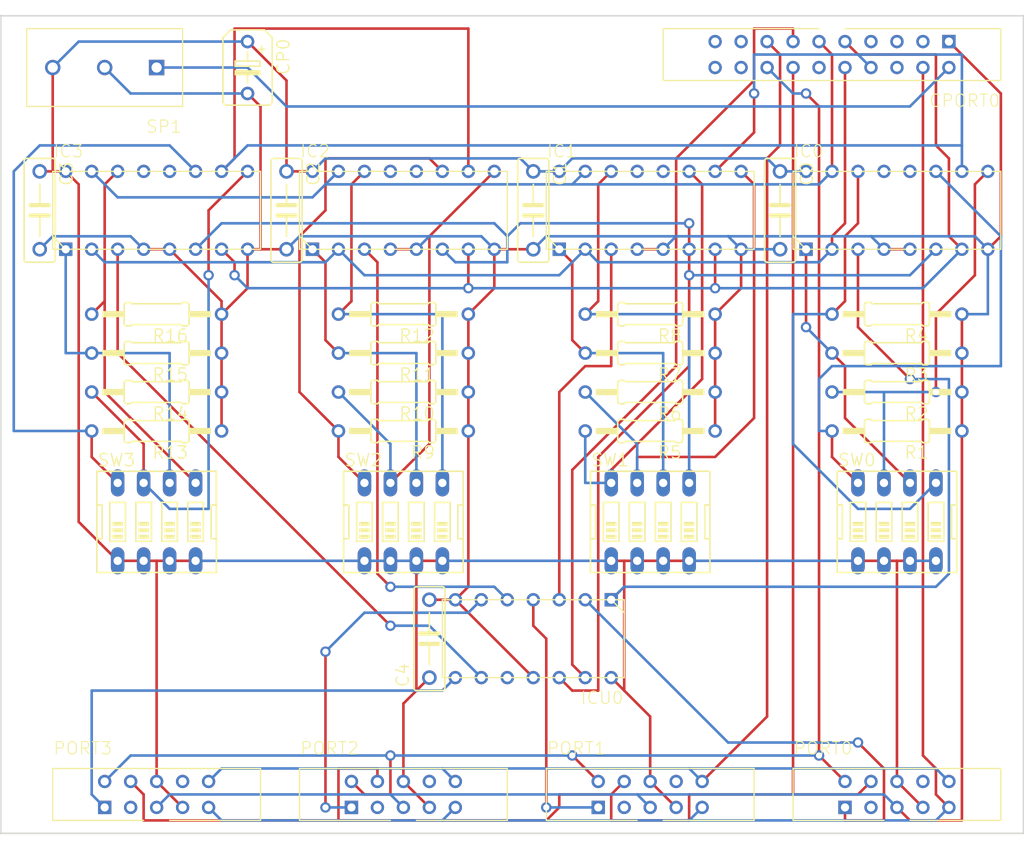
<source format=kicad_pcb>
(kicad_pcb (version 20171130) (host pcbnew 6.0.0-rc1-unknown-7a10feb~66~ubuntu14.04.1)

  (general
    (thickness 1.6)
    (drawings 4)
    (tracks 410)
    (zones 0)
    (modules 37)
    (nets 64)
  )

  (page A4)
  (layers
    (0 Top signal)
    (31 Bottom signal)
    (32 B.Adhes user)
    (33 F.Adhes user)
    (34 B.Paste user)
    (35 F.Paste user)
    (36 B.SilkS user)
    (37 F.SilkS user)
    (38 B.Mask user)
    (39 F.Mask user)
    (40 Dwgs.User user)
    (41 Cmts.User user)
    (42 Eco1.User user)
    (43 Eco2.User user)
    (44 Edge.Cuts user)
    (45 Margin user)
    (46 B.CrtYd user)
    (47 F.CrtYd user)
    (48 B.Fab user)
    (49 F.Fab user)
  )

  (setup
    (last_trace_width 0.25)
    (trace_clearance 0.2)
    (zone_clearance 0.508)
    (zone_45_only no)
    (trace_min 0.2)
    (via_size 0.8)
    (via_drill 0.4)
    (via_min_size 0.4)
    (via_min_drill 0.3)
    (uvia_size 0.3)
    (uvia_drill 0.1)
    (uvias_allowed no)
    (uvia_min_size 0.2)
    (uvia_min_drill 0.1)
    (edge_width 0.05)
    (segment_width 0.2)
    (pcb_text_width 0.3)
    (pcb_text_size 1.5 1.5)
    (mod_edge_width 0.12)
    (mod_text_size 1 1)
    (mod_text_width 0.15)
    (pad_size 1.524 1.524)
    (pad_drill 0.762)
    (pad_to_mask_clearance 0.2)
    (aux_axis_origin 0 0)
    (visible_elements FFFFFF7F)
    (pcbplotparams
      (layerselection 0x010fc_ffffffff)
      (usegerberextensions false)
      (usegerberattributes false)
      (usegerberadvancedattributes false)
      (creategerberjobfile false)
      (excludeedgelayer true)
      (linewidth 0.100000)
      (plotframeref false)
      (viasonmask false)
      (mode 1)
      (useauxorigin false)
      (hpglpennumber 1)
      (hpglpenspeed 20)
      (hpglpendiameter 15.000000)
      (psnegative false)
      (psa4output false)
      (plotreference true)
      (plotvalue true)
      (plotinvisibletext false)
      (padsonsilk false)
      (subtractmaskfromsilk false)
      (outputformat 1)
      (mirror false)
      (drillshape 1)
      (scaleselection 1)
      (outputdirectory ""))
  )

  (net 0 "")
  (net 1 GND)
  (net 2 +3V3)
  (net 3 +5V)
  (net 4 /B1.3)
  (net 5 /B1.2)
  (net 6 /B1.0)
  (net 7 /B1.1)
  (net 8 /P5)
  (net 9 /CS)
  (net 10 /B3.2)
  (net 11 /P6)
  (net 12 /CS3)
  (net 13 /B3.1)
  (net 14 /P4)
  (net 15 /B3.0)
  (net 16 "Net-(IC3-Pad(A<B)_OUT$12)")
  (net 17 /P7)
  (net 18 /B3.3)
  (net 19 "Net-(IC3-Pad(A>B)_OUT$13)")
  (net 20 /CS3_INV)
  (net 21 "Net-(ICU0-PadOUT5$10)")
  (net 22 /CS2_INV)
  (net 23 /CS2)
  (net 24 /CS1)
  (net 25 /CS0_INV)
  (net 26 /CS0)
  (net 27 /CS_INV)
  (net 28 /CS1_INV)
  (net 29 /B2.2)
  (net 30 /B2.1)
  (net 31 /B2.0)
  (net 32 "Net-(IC2-Pad(A<B)_OUT$12)")
  (net 33 /B2.3)
  (net 34 "Net-(IC2-Pad(A>B)_OUT$13)")
  (net 35 "Net-(IC1-Pad(A<B)_OUT$12)")
  (net 36 "Net-(IC1-Pad(A>B)_OUT$13)")
  (net 37 /B0.2)
  (net 38 /B0.1)
  (net 39 /B0.0)
  (net 40 "Net-(IC0-Pad(A<B)_OUT$12)")
  (net 41 /B0.3)
  (net 42 "Net-(IC0-Pad(A>B)_OUT$13)")
  (net 43 /SDIN)
  (net 44 /SCLK)
  (net 45 "Net-(CPORT0-PadP$18)")
  (net 46 "Net-(CPORT0-PadP$20)")
  (net 47 "Net-(CPORT0-PadP$19)")
  (net 48 "Net-(CPORT0-PadP$17)")
  (net 49 /SDO)
  (net 50 "Net-(CPORT0-PadP$7)")
  (net 51 "Net-(CPORT0-PadP$5)")
  (net 52 "Net-(CPORT0-PadP$3)")
  (net 53 /RESET_INV)
  (net 54 "Net-(CPORT0-PadP$6)")
  (net 55 "Net-(CPORT0-PadP$12)")
  (net 56 "Net-(PORT0-PadP$8)")
  (net 57 "Net-(PORT0-PadP$3)")
  (net 58 "Net-(PORT1-PadP$8)")
  (net 59 "Net-(PORT1-PadP$3)")
  (net 60 "Net-(PORT2-PadP$8)")
  (net 61 "Net-(PORT2-PadP$3)")
  (net 62 "Net-(PORT3-PadP$8)")
  (net 63 "Net-(PORT3-PadP$3)")

  (net_class Default "This is the default net class."
    (clearance 0.2)
    (trace_width 0.25)
    (via_dia 0.8)
    (via_drill 0.4)
    (uvia_dia 0.3)
    (uvia_drill 0.1)
    (add_net +3V3)
    (add_net +5V)
    (add_net /B0.0)
    (add_net /B0.1)
    (add_net /B0.2)
    (add_net /B0.3)
    (add_net /B1.0)
    (add_net /B1.1)
    (add_net /B1.2)
    (add_net /B1.3)
    (add_net /B2.0)
    (add_net /B2.1)
    (add_net /B2.2)
    (add_net /B2.3)
    (add_net /B3.0)
    (add_net /B3.1)
    (add_net /B3.2)
    (add_net /B3.3)
    (add_net /CS)
    (add_net /CS0)
    (add_net /CS0_INV)
    (add_net /CS1)
    (add_net /CS1_INV)
    (add_net /CS2)
    (add_net /CS2_INV)
    (add_net /CS3)
    (add_net /CS3_INV)
    (add_net /CS_INV)
    (add_net /P4)
    (add_net /P5)
    (add_net /P6)
    (add_net /P7)
    (add_net /RESET_INV)
    (add_net /SCLK)
    (add_net /SDIN)
    (add_net /SDO)
    (add_net GND)
    (add_net "Net-(CPORT0-PadP$12)")
    (add_net "Net-(CPORT0-PadP$17)")
    (add_net "Net-(CPORT0-PadP$18)")
    (add_net "Net-(CPORT0-PadP$19)")
    (add_net "Net-(CPORT0-PadP$20)")
    (add_net "Net-(CPORT0-PadP$3)")
    (add_net "Net-(CPORT0-PadP$5)")
    (add_net "Net-(CPORT0-PadP$6)")
    (add_net "Net-(CPORT0-PadP$7)")
    (add_net "Net-(IC0-Pad(A<B)_OUT$12)")
    (add_net "Net-(IC0-Pad(A>B)_OUT$13)")
    (add_net "Net-(IC1-Pad(A<B)_OUT$12)")
    (add_net "Net-(IC1-Pad(A>B)_OUT$13)")
    (add_net "Net-(IC2-Pad(A<B)_OUT$12)")
    (add_net "Net-(IC2-Pad(A>B)_OUT$13)")
    (add_net "Net-(IC3-Pad(A<B)_OUT$12)")
    (add_net "Net-(IC3-Pad(A>B)_OUT$13)")
    (add_net "Net-(ICU0-PadOUT5$10)")
    (add_net "Net-(PORT0-PadP$3)")
    (add_net "Net-(PORT0-PadP$8)")
    (add_net "Net-(PORT1-PadP$3)")
    (add_net "Net-(PORT1-PadP$8)")
    (add_net "Net-(PORT2-PadP$3)")
    (add_net "Net-(PORT2-PadP$8)")
    (add_net "Net-(PORT3-PadP$3)")
    (add_net "Net-(PORT3-PadP$8)")
  )

  (module addressing-auto:EDG-04 (layer Top) (tedit 0) (tstamp 5B7BE34B)
    (at 162.0011 114.5236)
    (descr "<b>DIP SWITCH</b>")
    (path /5966B0687EA1B0ED)
    (fp_text reference SW1 (at -5.842 -5.334) (layer F.SilkS)
      (effects (font (size 1.2065 1.2065) (thickness 0.127)) (justify left bottom))
    )
    (fp_text value 4pins (at -5.842 6.604) (layer F.Fab)
      (effects (font (size 1.2065 1.2065) (thickness 0.127)) (justify left bottom))
    )
    (fp_poly (pts (xy -4.318 1.651) (xy -3.302 1.651) (xy -3.302 1.27) (xy -4.318 1.27)) (layer F.SilkS) (width 0))
    (fp_poly (pts (xy -4.318 1.016) (xy -3.302 1.016) (xy -3.302 0.635) (xy -4.318 0.635)) (layer F.SilkS) (width 0))
    (fp_poly (pts (xy -4.318 0.381) (xy -3.302 0.381) (xy -3.302 0) (xy -4.318 0)) (layer F.SilkS) (width 0))
    (fp_poly (pts (xy -1.778 1.651) (xy -0.762 1.651) (xy -0.762 1.27) (xy -1.778 1.27)) (layer F.SilkS) (width 0))
    (fp_poly (pts (xy -1.778 1.016) (xy -0.762 1.016) (xy -0.762 0.635) (xy -1.778 0.635)) (layer F.SilkS) (width 0))
    (fp_poly (pts (xy -1.778 0.381) (xy -0.762 0.381) (xy -0.762 0) (xy -1.778 0)) (layer F.SilkS) (width 0))
    (fp_poly (pts (xy 0.762 1.651) (xy 1.778 1.651) (xy 1.778 1.27) (xy 0.762 1.27)) (layer F.SilkS) (width 0))
    (fp_poly (pts (xy 0.762 1.016) (xy 1.778 1.016) (xy 1.778 0.635) (xy 0.762 0.635)) (layer F.SilkS) (width 0))
    (fp_poly (pts (xy 0.762 0.381) (xy 1.778 0.381) (xy 1.778 0) (xy 0.762 0)) (layer F.SilkS) (width 0))
    (fp_poly (pts (xy 3.302 1.651) (xy 4.318 1.651) (xy 4.318 1.27) (xy 3.302 1.27)) (layer F.SilkS) (width 0))
    (fp_poly (pts (xy 3.302 1.016) (xy 4.318 1.016) (xy 4.318 0.635) (xy 3.302 0.635)) (layer F.SilkS) (width 0))
    (fp_poly (pts (xy 3.302 0.381) (xy 4.318 0.381) (xy 4.318 0) (xy 3.302 0)) (layer F.SilkS) (width 0))
    (fp_text user EDG (at 1.27 -2.54) (layer F.Fab)
      (effects (font (size 1.4478 1.4478) (thickness 0.1524)) (justify left bottom))
    )
    (fp_text user 4 (at 3.302 4.191) (layer F.Fab)
      (effects (font (size 1.4478 1.4478) (thickness 0.1524)) (justify left bottom))
    )
    (fp_text user 3 (at 0.762 4.191) (layer F.Fab)
      (effects (font (size 1.4478 1.4478) (thickness 0.1524)) (justify left bottom))
    )
    (fp_text user 2 (at -1.778 4.191) (layer F.Fab)
      (effects (font (size 1.4478 1.4478) (thickness 0.1524)) (justify left bottom))
    )
    (fp_text user ON (at -5.08 -2.54) (layer F.Fab)
      (effects (font (size 1.4478 1.4478) (thickness 0.1524)) (justify left bottom))
    )
    (fp_text user 1 (at -4.064 4.191) (layer F.Fab)
      (effects (font (size 1.4478 1.4478) (thickness 0.1524)) (justify left bottom))
    )
    (fp_line (start -3.048 1.905) (end -4.572 1.905) (layer F.SilkS) (width 0.1524))
    (fp_line (start -3.048 1.905) (end -3.048 -1.905) (layer F.SilkS) (width 0.1524))
    (fp_line (start -4.572 -1.905) (end -3.048 -1.905) (layer F.SilkS) (width 0.1524))
    (fp_line (start -4.572 -1.905) (end -4.572 1.905) (layer F.SilkS) (width 0.1524))
    (fp_line (start -0.508 1.905) (end -2.032 1.905) (layer F.SilkS) (width 0.1524))
    (fp_line (start -0.508 1.905) (end -0.508 -1.905) (layer F.SilkS) (width 0.1524))
    (fp_line (start -2.032 -1.905) (end -0.508 -1.905) (layer F.SilkS) (width 0.1524))
    (fp_line (start -2.032 -1.905) (end -2.032 1.905) (layer F.SilkS) (width 0.1524))
    (fp_line (start 2.032 1.905) (end 0.508 1.905) (layer F.SilkS) (width 0.1524))
    (fp_line (start 2.032 1.905) (end 2.032 -1.905) (layer F.SilkS) (width 0.1524))
    (fp_line (start 0.508 -1.905) (end 2.032 -1.905) (layer F.SilkS) (width 0.1524))
    (fp_line (start 0.508 -1.905) (end 0.508 1.905) (layer F.SilkS) (width 0.1524))
    (fp_line (start 4.572 1.905) (end 3.048 1.905) (layer F.SilkS) (width 0.1524))
    (fp_line (start 4.572 1.905) (end 4.572 -1.905) (layer F.SilkS) (width 0.1524))
    (fp_line (start 3.048 -1.905) (end 4.572 -1.905) (layer F.SilkS) (width 0.1524))
    (fp_line (start 3.048 -1.905) (end 3.048 1.905) (layer F.SilkS) (width 0.1524))
    (fp_line (start 5.842 1.651) (end 5.842 -1.651) (layer F.SilkS) (width 0.1524))
    (fp_line (start 5.842 -1.651) (end 5.842 -4.953) (layer F.SilkS) (width 0.1524))
    (fp_line (start 5.334 1.651) (end 5.842 1.651) (layer F.SilkS) (width 0.1524))
    (fp_line (start 5.334 -1.651) (end 5.334 1.651) (layer F.SilkS) (width 0.1524))
    (fp_line (start 5.842 -1.651) (end 5.334 -1.651) (layer F.SilkS) (width 0.1524))
    (fp_line (start 5.842 4.953) (end 5.842 1.651) (layer F.SilkS) (width 0.1524))
    (fp_line (start -5.842 -1.651) (end -5.842 1.651) (layer F.SilkS) (width 0.1524))
    (fp_line (start -5.842 1.651) (end -5.842 4.953) (layer F.SilkS) (width 0.1524))
    (fp_line (start -5.334 -1.651) (end -5.842 -1.651) (layer F.SilkS) (width 0.1524))
    (fp_line (start -5.334 1.651) (end -5.334 -1.651) (layer F.SilkS) (width 0.1524))
    (fp_line (start -5.842 1.651) (end -5.334 1.651) (layer F.SilkS) (width 0.1524))
    (fp_line (start -5.842 -4.953) (end -5.842 -1.651) (layer F.SilkS) (width 0.1524))
    (fp_line (start 5.842 -4.953) (end -5.842 -4.953) (layer F.SilkS) (width 0.1524))
    (fp_line (start -5.842 4.953) (end 5.842 4.953) (layer F.SilkS) (width 0.1524))
    (pad 5 thru_hole oval (at 3.81 -3.81 90) (size 2.6416 1.3208) (drill 0.8128) (layers *.Cu *.Mask)
      (net 4 /B1.3) (solder_mask_margin 0.1016))
    (pad 6 thru_hole oval (at 1.27 -3.81 90) (size 2.6416 1.3208) (drill 0.8128) (layers *.Cu *.Mask)
      (net 5 /B1.2) (solder_mask_margin 0.1016))
    (pad 4 thru_hole oval (at 3.81 3.81 90) (size 2.6416 1.3208) (drill 0.8128) (layers *.Cu *.Mask)
      (net 2 +3V3) (solder_mask_margin 0.1016))
    (pad 3 thru_hole oval (at 1.27 3.81 90) (size 2.6416 1.3208) (drill 0.8128) (layers *.Cu *.Mask)
      (net 2 +3V3) (solder_mask_margin 0.1016))
    (pad 8 thru_hole oval (at -3.81 -3.81 90) (size 2.6416 1.3208) (drill 0.8128) (layers *.Cu *.Mask)
      (net 6 /B1.0) (solder_mask_margin 0.1016))
    (pad 7 thru_hole oval (at -1.27 -3.81 90) (size 2.6416 1.3208) (drill 0.8128) (layers *.Cu *.Mask)
      (net 7 /B1.1) (solder_mask_margin 0.1016))
    (pad 2 thru_hole oval (at -1.27 3.81 90) (size 2.6416 1.3208) (drill 0.8128) (layers *.Cu *.Mask)
      (net 2 +3V3) (solder_mask_margin 0.1016))
    (pad 1 thru_hole oval (at -3.81 3.81 90) (size 2.6416 1.3208) (drill 0.8128) (layers *.Cu *.Mask)
      (net 2 +3V3) (solder_mask_margin 0.1016))
  )

  (module addressing-auto:PDIP-16 (layer Top) (tedit 0) (tstamp 5B7BE386)
    (at 113.7411 84.0436)
    (path /B33006915ED25CA7)
    (fp_text reference IC3 (at -10.16 -5.08) (layer F.SilkS)
      (effects (font (size 1.2065 1.2065) (thickness 0.1016)) (justify left bottom))
    )
    (fp_text value MC14585 (at -10.16 6.35) (layer F.Fab)
      (effects (font (size 1.2065 1.2065) (thickness 0.1016)) (justify left bottom))
    )
    (fp_line (start -10.16 2.54) (end -8.89 3.81) (layer F.SilkS) (width 0.127))
    (fp_line (start -10.16 2.54) (end -10.16 -3.81) (layer F.SilkS) (width 0.127))
    (fp_line (start -10.16 3.81) (end -10.16 2.54) (layer F.SilkS) (width 0.127))
    (fp_line (start -8.89 3.81) (end -10.16 3.81) (layer F.SilkS) (width 0.127))
    (fp_line (start 10.16 3.81) (end -8.89 3.81) (layer F.SilkS) (width 0.127))
    (fp_line (start 10.16 -3.81) (end 10.16 3.81) (layer F.SilkS) (width 0.127))
    (fp_line (start -10.16 -3.81) (end 10.16 -3.81) (layer F.SilkS) (width 0.127))
    (pad VSS$8 thru_hole circle (at 8.89 3.81) (size 1.308 1.308) (drill 0.8) (layers *.Cu *.Mask)
      (net 1 GND) (solder_mask_margin 0.1016))
    (pad A1$7 thru_hole circle (at 6.35 3.81) (size 1.308 1.308) (drill 0.8) (layers *.Cu *.Mask)
      (net 8 /P5) (solder_mask_margin 0.1016))
    (pad "(A=B)_IN$6" thru_hole circle (at 3.81 3.81) (size 1.308 1.308) (drill 0.8) (layers *.Cu *.Mask)
      (net 9 /CS) (solder_mask_margin 0.1016))
    (pad "(A<B)_IN$5" thru_hole circle (at 1.27 3.81) (size 1.308 1.308) (drill 0.8) (layers *.Cu *.Mask)
      (net 1 GND) (solder_mask_margin 0.1016))
    (pad B2$1 thru_hole rect (at -8.89 3.81) (size 1.308 1.308) (drill 0.8) (layers *.Cu *.Mask)
      (net 10 /B3.2) (solder_mask_margin 0.1016))
    (pad A2$2 thru_hole circle (at -6.35 3.81) (size 1.308 1.308) (drill 0.8) (layers *.Cu *.Mask)
      (net 11 /P6) (solder_mask_margin 0.1016))
    (pad "(A=B)_OUT$3" thru_hole circle (at -3.81 3.81) (size 1.308 1.308) (drill 0.8) (layers *.Cu *.Mask)
      (net 12 /CS3) (solder_mask_margin 0.1016))
    (pad "(A>B)_IN$4" thru_hole circle (at -1.27 3.81) (size 1.308 1.308) (drill 0.8) (layers *.Cu *.Mask)
      (net 1 GND) (solder_mask_margin 0.1016))
    (pad B1$9 thru_hole circle (at 8.89 -3.81) (size 1.308 1.308) (drill 0.8) (layers *.Cu *.Mask)
      (net 13 /B3.1) (solder_mask_margin 0.1016))
    (pad A0$10 thru_hole circle (at 6.35 -3.81) (size 1.308 1.308) (drill 0.8) (layers *.Cu *.Mask)
      (net 14 /P4) (solder_mask_margin 0.1016))
    (pad B0$11 thru_hole circle (at 3.81 -3.81) (size 1.308 1.308) (drill 0.8) (layers *.Cu *.Mask)
      (net 15 /B3.0) (solder_mask_margin 0.1016))
    (pad "(A<B)_OUT$12" thru_hole circle (at 1.27 -3.81) (size 1.308 1.308) (drill 0.8) (layers *.Cu *.Mask)
      (net 16 "Net-(IC3-Pad(A<B)_OUT$12)") (solder_mask_margin 0.1016))
    (pad VDD$16 thru_hole circle (at -8.89 -3.81) (size 1.308 1.308) (drill 0.8) (layers *.Cu *.Mask)
      (net 2 +3V3) (solder_mask_margin 0.1016))
    (pad A3$15 thru_hole circle (at -6.35 -3.81) (size 1.308 1.308) (drill 0.8) (layers *.Cu *.Mask)
      (net 17 /P7) (solder_mask_margin 0.1016))
    (pad B3$14 thru_hole circle (at -3.81 -3.81) (size 1.308 1.308) (drill 0.8) (layers *.Cu *.Mask)
      (net 18 /B3.3) (solder_mask_margin 0.1016))
    (pad "(A>B)_OUT$13" thru_hole circle (at -1.27 -3.81) (size 1.308 1.308) (drill 0.8) (layers *.Cu *.Mask)
      (net 19 "Net-(IC3-Pad(A>B)_OUT$13)") (solder_mask_margin 0.1016))
  )

  (module addressing-auto:PDIP-14 (layer Top) (tedit 0) (tstamp 5B7BE3A0)
    (at 150.5711 125.9536 180)
    (path /1B8B409AACE9E76E)
    (fp_text reference ICU0 (at -8.89 -5.08 180) (layer F.SilkS)
      (effects (font (size 1.2065 1.2065) (thickness 0.1016)) (justify right top))
    )
    (fp_text value MC14069 (at -8.89 6.35 180) (layer F.Fab)
      (effects (font (size 1.2065 1.2065) (thickness 0.1016)) (justify right top))
    )
    (fp_line (start -8.89 2.54) (end -7.62 3.81) (layer F.SilkS) (width 0.127))
    (fp_line (start -8.89 2.54) (end -8.89 -3.81) (layer F.SilkS) (width 0.127))
    (fp_line (start -8.89 3.81) (end -8.89 2.54) (layer F.SilkS) (width 0.127))
    (fp_line (start -7.62 3.81) (end -8.89 3.81) (layer F.SilkS) (width 0.127))
    (fp_line (start 8.89 3.81) (end -7.62 3.81) (layer F.SilkS) (width 0.127))
    (fp_line (start 8.89 -3.81) (end 8.89 3.81) (layer F.SilkS) (width 0.127))
    (fp_line (start -8.89 -3.81) (end 8.89 -3.81) (layer F.SilkS) (width 0.127))
    (pad OUT4$8 thru_hole circle (at 7.62 -3.81 180) (size 1.308 1.308) (drill 0.8) (layers *.Cu *.Mask)
      (net 20 /CS3_INV) (solder_mask_margin 0.1016))
    (pad IN4$9 thru_hole circle (at 5.08 -3.81 180) (size 1.308 1.308) (drill 0.8) (layers *.Cu *.Mask)
      (net 12 /CS3) (solder_mask_margin 0.1016))
    (pad OUT5$10 thru_hole circle (at 2.54 -3.81 180) (size 1.308 1.308) (drill 0.8) (layers *.Cu *.Mask)
      (net 21 "Net-(ICU0-PadOUT5$10)") (solder_mask_margin 0.1016))
    (pad VSS$7 thru_hole circle (at 7.62 3.81 180) (size 1.308 1.308) (drill 0.8) (layers *.Cu *.Mask)
      (net 1 GND) (solder_mask_margin 0.1016))
    (pad OUT3$6 thru_hole circle (at 5.08 3.81 180) (size 1.308 1.308) (drill 0.8) (layers *.Cu *.Mask)
      (net 22 /CS2_INV) (solder_mask_margin 0.1016))
    (pad IN3$5 thru_hole circle (at 2.54 3.81 180) (size 1.308 1.308) (drill 0.8) (layers *.Cu *.Mask)
      (net 23 /CS2) (solder_mask_margin 0.1016))
    (pad IN2$3 thru_hole circle (at -2.54 3.81 180) (size 1.308 1.308) (drill 0.8) (layers *.Cu *.Mask)
      (net 24 /CS1) (solder_mask_margin 0.1016))
    (pad OUT1$2 thru_hole circle (at -5.08 3.81 180) (size 1.308 1.308) (drill 0.8) (layers *.Cu *.Mask)
      (net 25 /CS0_INV) (solder_mask_margin 0.1016))
    (pad IN1$1 thru_hole rect (at -7.62 3.81 180) (size 1.308 1.308) (drill 0.8) (layers *.Cu *.Mask)
      (net 26 /CS0) (solder_mask_margin 0.1016))
    (pad VDD$14 thru_hole circle (at -7.62 -3.81 180) (size 1.308 1.308) (drill 0.8) (layers *.Cu *.Mask)
      (net 2 +3V3) (solder_mask_margin 0.1016))
    (pad IN6$13 thru_hole circle (at -5.08 -3.81 180) (size 1.308 1.308) (drill 0.8) (layers *.Cu *.Mask)
      (net 27 /CS_INV) (solder_mask_margin 0.1016))
    (pad OUT6$12 thru_hole circle (at -2.54 -3.81 180) (size 1.308 1.308) (drill 0.8) (layers *.Cu *.Mask)
      (net 9 /CS) (solder_mask_margin 0.1016))
    (pad OUT2$4 thru_hole circle (at 0 3.81 180) (size 1.308 1.308) (drill 0.8) (layers *.Cu *.Mask)
      (net 28 /CS1_INV) (solder_mask_margin 0.1016))
    (pad IN5$11 thru_hole circle (at 0 -3.81 180) (size 1.308 1.308) (drill 0.8) (layers *.Cu *.Mask)
      (net 1 GND) (solder_mask_margin 0.1016))
  )

  (module addressing-auto:PDIP-16 (layer Top) (tedit 0) (tstamp 5B7BE3B8)
    (at 137.8711 84.0436)
    (path /53D52AEB541775CA)
    (fp_text reference IC2 (at -10.16 -5.08) (layer F.SilkS)
      (effects (font (size 1.2065 1.2065) (thickness 0.1016)) (justify left bottom))
    )
    (fp_text value MC14585 (at -10.16 6.35) (layer F.Fab)
      (effects (font (size 1.2065 1.2065) (thickness 0.1016)) (justify left bottom))
    )
    (fp_line (start -10.16 2.54) (end -8.89 3.81) (layer F.SilkS) (width 0.127))
    (fp_line (start -10.16 2.54) (end -10.16 -3.81) (layer F.SilkS) (width 0.127))
    (fp_line (start -10.16 3.81) (end -10.16 2.54) (layer F.SilkS) (width 0.127))
    (fp_line (start -8.89 3.81) (end -10.16 3.81) (layer F.SilkS) (width 0.127))
    (fp_line (start 10.16 3.81) (end -8.89 3.81) (layer F.SilkS) (width 0.127))
    (fp_line (start 10.16 -3.81) (end 10.16 3.81) (layer F.SilkS) (width 0.127))
    (fp_line (start -10.16 -3.81) (end 10.16 -3.81) (layer F.SilkS) (width 0.127))
    (pad VSS$8 thru_hole circle (at 8.89 3.81) (size 1.308 1.308) (drill 0.8) (layers *.Cu *.Mask)
      (net 1 GND) (solder_mask_margin 0.1016))
    (pad A1$7 thru_hole circle (at 6.35 3.81) (size 1.308 1.308) (drill 0.8) (layers *.Cu *.Mask)
      (net 8 /P5) (solder_mask_margin 0.1016))
    (pad "(A=B)_IN$6" thru_hole circle (at 3.81 3.81) (size 1.308 1.308) (drill 0.8) (layers *.Cu *.Mask)
      (net 9 /CS) (solder_mask_margin 0.1016))
    (pad "(A<B)_IN$5" thru_hole circle (at 1.27 3.81) (size 1.308 1.308) (drill 0.8) (layers *.Cu *.Mask)
      (net 1 GND) (solder_mask_margin 0.1016))
    (pad B2$1 thru_hole rect (at -8.89 3.81) (size 1.308 1.308) (drill 0.8) (layers *.Cu *.Mask)
      (net 29 /B2.2) (solder_mask_margin 0.1016))
    (pad A2$2 thru_hole circle (at -6.35 3.81) (size 1.308 1.308) (drill 0.8) (layers *.Cu *.Mask)
      (net 11 /P6) (solder_mask_margin 0.1016))
    (pad "(A=B)_OUT$3" thru_hole circle (at -3.81 3.81) (size 1.308 1.308) (drill 0.8) (layers *.Cu *.Mask)
      (net 23 /CS2) (solder_mask_margin 0.1016))
    (pad "(A>B)_IN$4" thru_hole circle (at -1.27 3.81) (size 1.308 1.308) (drill 0.8) (layers *.Cu *.Mask)
      (net 1 GND) (solder_mask_margin 0.1016))
    (pad B1$9 thru_hole circle (at 8.89 -3.81) (size 1.308 1.308) (drill 0.8) (layers *.Cu *.Mask)
      (net 30 /B2.1) (solder_mask_margin 0.1016))
    (pad A0$10 thru_hole circle (at 6.35 -3.81) (size 1.308 1.308) (drill 0.8) (layers *.Cu *.Mask)
      (net 14 /P4) (solder_mask_margin 0.1016))
    (pad B0$11 thru_hole circle (at 3.81 -3.81) (size 1.308 1.308) (drill 0.8) (layers *.Cu *.Mask)
      (net 31 /B2.0) (solder_mask_margin 0.1016))
    (pad "(A<B)_OUT$12" thru_hole circle (at 1.27 -3.81) (size 1.308 1.308) (drill 0.8) (layers *.Cu *.Mask)
      (net 32 "Net-(IC2-Pad(A<B)_OUT$12)") (solder_mask_margin 0.1016))
    (pad VDD$16 thru_hole circle (at -8.89 -3.81) (size 1.308 1.308) (drill 0.8) (layers *.Cu *.Mask)
      (net 2 +3V3) (solder_mask_margin 0.1016))
    (pad A3$15 thru_hole circle (at -6.35 -3.81) (size 1.308 1.308) (drill 0.8) (layers *.Cu *.Mask)
      (net 17 /P7) (solder_mask_margin 0.1016))
    (pad B3$14 thru_hole circle (at -3.81 -3.81) (size 1.308 1.308) (drill 0.8) (layers *.Cu *.Mask)
      (net 33 /B2.3) (solder_mask_margin 0.1016))
    (pad "(A>B)_OUT$13" thru_hole circle (at -1.27 -3.81) (size 1.308 1.308) (drill 0.8) (layers *.Cu *.Mask)
      (net 34 "Net-(IC2-Pad(A>B)_OUT$13)") (solder_mask_margin 0.1016))
  )

  (module addressing-auto:PDIP-16 (layer Top) (tedit 0) (tstamp 5B7BE3D2)
    (at 162.0011 84.0436)
    (path /7C8C299E06F92037)
    (fp_text reference IC1 (at -10.16 -5.08) (layer F.SilkS)
      (effects (font (size 1.2065 1.2065) (thickness 0.1016)) (justify left bottom))
    )
    (fp_text value MC14585 (at -10.16 6.35) (layer F.Fab)
      (effects (font (size 1.2065 1.2065) (thickness 0.1016)) (justify left bottom))
    )
    (fp_line (start -10.16 2.54) (end -8.89 3.81) (layer F.SilkS) (width 0.127))
    (fp_line (start -10.16 2.54) (end -10.16 -3.81) (layer F.SilkS) (width 0.127))
    (fp_line (start -10.16 3.81) (end -10.16 2.54) (layer F.SilkS) (width 0.127))
    (fp_line (start -8.89 3.81) (end -10.16 3.81) (layer F.SilkS) (width 0.127))
    (fp_line (start 10.16 3.81) (end -8.89 3.81) (layer F.SilkS) (width 0.127))
    (fp_line (start 10.16 -3.81) (end 10.16 3.81) (layer F.SilkS) (width 0.127))
    (fp_line (start -10.16 -3.81) (end 10.16 -3.81) (layer F.SilkS) (width 0.127))
    (pad VSS$8 thru_hole circle (at 8.89 3.81) (size 1.308 1.308) (drill 0.8) (layers *.Cu *.Mask)
      (net 1 GND) (solder_mask_margin 0.1016))
    (pad A1$7 thru_hole circle (at 6.35 3.81) (size 1.308 1.308) (drill 0.8) (layers *.Cu *.Mask)
      (net 8 /P5) (solder_mask_margin 0.1016))
    (pad "(A=B)_IN$6" thru_hole circle (at 3.81 3.81) (size 1.308 1.308) (drill 0.8) (layers *.Cu *.Mask)
      (net 9 /CS) (solder_mask_margin 0.1016))
    (pad "(A<B)_IN$5" thru_hole circle (at 1.27 3.81) (size 1.308 1.308) (drill 0.8) (layers *.Cu *.Mask)
      (net 1 GND) (solder_mask_margin 0.1016))
    (pad B2$1 thru_hole rect (at -8.89 3.81) (size 1.308 1.308) (drill 0.8) (layers *.Cu *.Mask)
      (net 5 /B1.2) (solder_mask_margin 0.1016))
    (pad A2$2 thru_hole circle (at -6.35 3.81) (size 1.308 1.308) (drill 0.8) (layers *.Cu *.Mask)
      (net 11 /P6) (solder_mask_margin 0.1016))
    (pad "(A=B)_OUT$3" thru_hole circle (at -3.81 3.81) (size 1.308 1.308) (drill 0.8) (layers *.Cu *.Mask)
      (net 24 /CS1) (solder_mask_margin 0.1016))
    (pad "(A>B)_IN$4" thru_hole circle (at -1.27 3.81) (size 1.308 1.308) (drill 0.8) (layers *.Cu *.Mask)
      (net 1 GND) (solder_mask_margin 0.1016))
    (pad B1$9 thru_hole circle (at 8.89 -3.81) (size 1.308 1.308) (drill 0.8) (layers *.Cu *.Mask)
      (net 7 /B1.1) (solder_mask_margin 0.1016))
    (pad A0$10 thru_hole circle (at 6.35 -3.81) (size 1.308 1.308) (drill 0.8) (layers *.Cu *.Mask)
      (net 14 /P4) (solder_mask_margin 0.1016))
    (pad B0$11 thru_hole circle (at 3.81 -3.81) (size 1.308 1.308) (drill 0.8) (layers *.Cu *.Mask)
      (net 6 /B1.0) (solder_mask_margin 0.1016))
    (pad "(A<B)_OUT$12" thru_hole circle (at 1.27 -3.81) (size 1.308 1.308) (drill 0.8) (layers *.Cu *.Mask)
      (net 35 "Net-(IC1-Pad(A<B)_OUT$12)") (solder_mask_margin 0.1016))
    (pad VDD$16 thru_hole circle (at -8.89 -3.81) (size 1.308 1.308) (drill 0.8) (layers *.Cu *.Mask)
      (net 2 +3V3) (solder_mask_margin 0.1016))
    (pad A3$15 thru_hole circle (at -6.35 -3.81) (size 1.308 1.308) (drill 0.8) (layers *.Cu *.Mask)
      (net 17 /P7) (solder_mask_margin 0.1016))
    (pad B3$14 thru_hole circle (at -3.81 -3.81) (size 1.308 1.308) (drill 0.8) (layers *.Cu *.Mask)
      (net 4 /B1.3) (solder_mask_margin 0.1016))
    (pad "(A>B)_OUT$13" thru_hole circle (at -1.27 -3.81) (size 1.308 1.308) (drill 0.8) (layers *.Cu *.Mask)
      (net 36 "Net-(IC1-Pad(A>B)_OUT$13)") (solder_mask_margin 0.1016))
  )

  (module addressing-auto:PDIP-16 (layer Top) (tedit 0) (tstamp 5B7BE3EC)
    (at 186.1311 84.0436)
    (path /82E6F4E43AA2715)
    (fp_text reference IC0 (at -10.16 -5.08) (layer F.SilkS)
      (effects (font (size 1.2065 1.2065) (thickness 0.1016)) (justify left bottom))
    )
    (fp_text value MC14585 (at -10.16 6.35) (layer F.Fab)
      (effects (font (size 1.2065 1.2065) (thickness 0.1016)) (justify left bottom))
    )
    (fp_line (start -10.16 2.54) (end -8.89 3.81) (layer F.SilkS) (width 0.127))
    (fp_line (start -10.16 2.54) (end -10.16 -3.81) (layer F.SilkS) (width 0.127))
    (fp_line (start -10.16 3.81) (end -10.16 2.54) (layer F.SilkS) (width 0.127))
    (fp_line (start -8.89 3.81) (end -10.16 3.81) (layer F.SilkS) (width 0.127))
    (fp_line (start 10.16 3.81) (end -8.89 3.81) (layer F.SilkS) (width 0.127))
    (fp_line (start 10.16 -3.81) (end 10.16 3.81) (layer F.SilkS) (width 0.127))
    (fp_line (start -10.16 -3.81) (end 10.16 -3.81) (layer F.SilkS) (width 0.127))
    (pad VSS$8 thru_hole circle (at 8.89 3.81) (size 1.308 1.308) (drill 0.8) (layers *.Cu *.Mask)
      (net 1 GND) (solder_mask_margin 0.1016))
    (pad A1$7 thru_hole circle (at 6.35 3.81) (size 1.308 1.308) (drill 0.8) (layers *.Cu *.Mask)
      (net 8 /P5) (solder_mask_margin 0.1016))
    (pad "(A=B)_IN$6" thru_hole circle (at 3.81 3.81) (size 1.308 1.308) (drill 0.8) (layers *.Cu *.Mask)
      (net 9 /CS) (solder_mask_margin 0.1016))
    (pad "(A<B)_IN$5" thru_hole circle (at 1.27 3.81) (size 1.308 1.308) (drill 0.8) (layers *.Cu *.Mask)
      (net 1 GND) (solder_mask_margin 0.1016))
    (pad B2$1 thru_hole rect (at -8.89 3.81) (size 1.308 1.308) (drill 0.8) (layers *.Cu *.Mask)
      (net 37 /B0.2) (solder_mask_margin 0.1016))
    (pad A2$2 thru_hole circle (at -6.35 3.81) (size 1.308 1.308) (drill 0.8) (layers *.Cu *.Mask)
      (net 11 /P6) (solder_mask_margin 0.1016))
    (pad "(A=B)_OUT$3" thru_hole circle (at -3.81 3.81) (size 1.308 1.308) (drill 0.8) (layers *.Cu *.Mask)
      (net 26 /CS0) (solder_mask_margin 0.1016))
    (pad "(A>B)_IN$4" thru_hole circle (at -1.27 3.81) (size 1.308 1.308) (drill 0.8) (layers *.Cu *.Mask)
      (net 1 GND) (solder_mask_margin 0.1016))
    (pad B1$9 thru_hole circle (at 8.89 -3.81) (size 1.308 1.308) (drill 0.8) (layers *.Cu *.Mask)
      (net 38 /B0.1) (solder_mask_margin 0.1016))
    (pad A0$10 thru_hole circle (at 6.35 -3.81) (size 1.308 1.308) (drill 0.8) (layers *.Cu *.Mask)
      (net 14 /P4) (solder_mask_margin 0.1016))
    (pad B0$11 thru_hole circle (at 3.81 -3.81) (size 1.308 1.308) (drill 0.8) (layers *.Cu *.Mask)
      (net 39 /B0.0) (solder_mask_margin 0.1016))
    (pad "(A<B)_OUT$12" thru_hole circle (at 1.27 -3.81) (size 1.308 1.308) (drill 0.8) (layers *.Cu *.Mask)
      (net 40 "Net-(IC0-Pad(A<B)_OUT$12)") (solder_mask_margin 0.1016))
    (pad VDD$16 thru_hole circle (at -8.89 -3.81) (size 1.308 1.308) (drill 0.8) (layers *.Cu *.Mask)
      (net 2 +3V3) (solder_mask_margin 0.1016))
    (pad A3$15 thru_hole circle (at -6.35 -3.81) (size 1.308 1.308) (drill 0.8) (layers *.Cu *.Mask)
      (net 17 /P7) (solder_mask_margin 0.1016))
    (pad B3$14 thru_hole circle (at -3.81 -3.81) (size 1.308 1.308) (drill 0.8) (layers *.Cu *.Mask)
      (net 41 /B0.3) (solder_mask_margin 0.1016))
    (pad "(A>B)_OUT$13" thru_hole circle (at -1.27 -3.81) (size 1.308 1.308) (drill 0.8) (layers *.Cu *.Mask)
      (net 42 "Net-(IC0-Pad(A>B)_OUT$13)") (solder_mask_margin 0.1016))
  )

  (module addressing-auto:DIN-41651-20P (layer Top) (tedit 0) (tstamp 5B7BE406)
    (at 179.7811 68.8036 180)
    (path /7DA4ACD33FFC0A9B)
    (fp_text reference CPORT0 (at -16.51 -3.81 180) (layer F.SilkS)
      (effects (font (size 1.2065 1.2065) (thickness 0.1016)) (justify right top))
    )
    (fp_text value DIN-41651-20P (at -16.51 5.08 180) (layer F.Fab)
      (effects (font (size 1.2065 1.2065) (thickness 0.1016)) (justify right top))
    )
    (fp_line (start 1.27 2.54) (end 16.51 2.54) (layer F.SilkS) (width 0.127))
    (fp_line (start -16.51 2.54) (end -1.27 2.54) (layer F.SilkS) (width 0.127))
    (fp_line (start 16.51 -2.54) (end 16.51 2.54) (layer F.SilkS) (width 0.127))
    (fp_line (start -16.51 -2.54) (end 16.51 -2.54) (layer F.SilkS) (width 0.127))
    (fp_line (start -16.51 -2.54) (end -16.51 2.54) (layer F.SilkS) (width 0.127))
    (pad P$1 thru_hole rect (at -11.43 1.27 180) (size 1.308 1.308) (drill 0.8) (layers *.Cu *.Mask)
      (net 1 GND) (solder_mask_margin 0.1016))
    (pad P$14 thru_hole circle (at 3.81 -1.27 180) (size 1.308 1.308) (drill 0.8) (layers *.Cu *.Mask)
      (net 43 /SDIN) (solder_mask_margin 0.1016))
    (pad P$16 thru_hole circle (at 6.35 -1.27 180) (size 1.308 1.308) (drill 0.8) (layers *.Cu *.Mask)
      (net 44 /SCLK) (solder_mask_margin 0.1016))
    (pad P$18 thru_hole circle (at 8.89 -1.27 180) (size 1.308 1.308) (drill 0.8) (layers *.Cu *.Mask)
      (net 45 "Net-(CPORT0-PadP$18)") (solder_mask_margin 0.1016))
    (pad P$20 thru_hole circle (at 11.43 -1.27 180) (size 1.308 1.308) (drill 0.8) (layers *.Cu *.Mask)
      (net 46 "Net-(CPORT0-PadP$20)") (solder_mask_margin 0.1016))
    (pad P$19 thru_hole circle (at 11.43 1.27 180) (size 1.308 1.308) (drill 0.8) (layers *.Cu *.Mask)
      (net 47 "Net-(CPORT0-PadP$19)") (solder_mask_margin 0.1016))
    (pad P$17 thru_hole circle (at 8.89 1.27 180) (size 1.308 1.308) (drill 0.8) (layers *.Cu *.Mask)
      (net 48 "Net-(CPORT0-PadP$17)") (solder_mask_margin 0.1016))
    (pad P$15 thru_hole circle (at 6.35 1.27 180) (size 1.308 1.308) (drill 0.8) (layers *.Cu *.Mask)
      (net 49 /SDO) (solder_mask_margin 0.1016))
    (pad P$13 thru_hole circle (at 3.81 1.27 180) (size 1.308 1.308) (drill 0.8) (layers *.Cu *.Mask)
      (net 27 /CS_INV) (solder_mask_margin 0.1016))
    (pad P$11 thru_hole circle (at 1.27 1.27 180) (size 1.308 1.308) (drill 0.8) (layers *.Cu *.Mask)
      (net 17 /P7) (solder_mask_margin 0.1016))
    (pad P$7 thru_hole circle (at -3.81 1.27 180) (size 1.308 1.308) (drill 0.8) (layers *.Cu *.Mask)
      (net 50 "Net-(CPORT0-PadP$7)") (solder_mask_margin 0.1016))
    (pad P$5 thru_hole circle (at -6.35 1.27 180) (size 1.308 1.308) (drill 0.8) (layers *.Cu *.Mask)
      (net 51 "Net-(CPORT0-PadP$5)") (solder_mask_margin 0.1016))
    (pad P$3 thru_hole circle (at -8.89 1.27 180) (size 1.308 1.308) (drill 0.8) (layers *.Cu *.Mask)
      (net 52 "Net-(CPORT0-PadP$3)") (solder_mask_margin 0.1016))
    (pad P$2 thru_hole circle (at -11.43 -1.27 180) (size 1.308 1.308) (drill 0.8) (layers *.Cu *.Mask)
      (net 3 +5V) (solder_mask_margin 0.1016))
    (pad P$4 thru_hole circle (at -8.89 -1.27 180) (size 1.308 1.308) (drill 0.8) (layers *.Cu *.Mask)
      (net 53 /RESET_INV) (solder_mask_margin 0.1016))
    (pad P$6 thru_hole circle (at -6.35 -1.27 180) (size 1.308 1.308) (drill 0.8) (layers *.Cu *.Mask)
      (net 54 "Net-(CPORT0-PadP$6)") (solder_mask_margin 0.1016))
    (pad P$8 thru_hole circle (at -3.81 -1.27 180) (size 1.308 1.308) (drill 0.8) (layers *.Cu *.Mask)
      (net 14 /P4) (solder_mask_margin 0.1016))
    (pad P$9 thru_hole circle (at -1.27 1.27 180) (size 1.308 1.308) (drill 0.8) (layers *.Cu *.Mask)
      (net 8 /P5) (solder_mask_margin 0.1016))
    (pad P$12 thru_hole circle (at 1.27 -1.27 180) (size 1.308 1.308) (drill 0.8) (layers *.Cu *.Mask)
      (net 55 "Net-(CPORT0-PadP$12)") (solder_mask_margin 0.1016))
    (pad P$10 thru_hole circle (at -1.27 -1.27 180) (size 1.308 1.308) (drill 0.8) (layers *.Cu *.Mask)
      (net 11 /P6) (solder_mask_margin 0.1016))
  )

  (module addressing-auto:DIN-41651-10P (layer Top) (tedit 0) (tstamp 5B7BE422)
    (at 186.1311 141.1936)
    (path /782D5C6EEF11654D)
    (fp_text reference PORT0 (at -10.16 -3.81) (layer F.SilkS)
      (effects (font (size 1.2065 1.2065) (thickness 0.1016)) (justify left bottom))
    )
    (fp_text value DIN-41651-10P (at -10.16 5.08) (layer F.Fab)
      (effects (font (size 1.2065 1.2065) (thickness 0.1016)) (justify left bottom))
    )
    (fp_line (start 10.16 -2.54) (end -10.16 -2.54) (layer F.SilkS) (width 0.127))
    (fp_line (start 10.16 2.54) (end 10.16 -2.54) (layer F.SilkS) (width 0.127))
    (fp_line (start 1.27 2.54) (end 10.16 2.54) (layer F.SilkS) (width 0.127))
    (fp_line (start -10.16 2.54) (end -1.27 2.54) (layer F.SilkS) (width 0.127))
    (fp_line (start -10.16 -2.54) (end -10.16 2.54) (layer F.SilkS) (width 0.127))
    (pad P$10 thru_hole circle (at 5.08 -1.27) (size 1.308 1.308) (drill 0.8) (layers *.Cu *.Mask)
      (net 49 /SDO) (solder_mask_margin 0.1016))
    (pad P$9 thru_hole circle (at 5.08 1.27) (size 1.308 1.308) (drill 0.8) (layers *.Cu *.Mask)
      (net 53 /RESET_INV) (solder_mask_margin 0.1016))
    (pad P$8 thru_hole circle (at 2.54 -1.27) (size 1.308 1.308) (drill 0.8) (layers *.Cu *.Mask)
      (net 56 "Net-(PORT0-PadP$8)") (solder_mask_margin 0.1016))
    (pad P$7 thru_hole circle (at 2.54 1.27) (size 1.308 1.308) (drill 0.8) (layers *.Cu *.Mask)
      (net 2 +3V3) (solder_mask_margin 0.1016))
    (pad P$6 thru_hole circle (at 0 -1.27) (size 1.308 1.308) (drill 0.8) (layers *.Cu *.Mask)
      (net 2 +3V3) (solder_mask_margin 0.1016))
    (pad P$5 thru_hole circle (at 0 1.27) (size 1.308 1.308) (drill 0.8) (layers *.Cu *.Mask)
      (net 1 GND) (solder_mask_margin 0.1016))
    (pad P$4 thru_hole circle (at -2.54 -1.27) (size 1.308 1.308) (drill 0.8) (layers *.Cu *.Mask)
      (net 43 /SDIN) (solder_mask_margin 0.1016))
    (pad P$3 thru_hole circle (at -2.54 1.27) (size 1.308 1.308) (drill 0.8) (layers *.Cu *.Mask)
      (net 57 "Net-(PORT0-PadP$3)") (solder_mask_margin 0.1016))
    (pad P$2 thru_hole circle (at -5.08 -1.27) (size 1.308 1.308) (drill 0.8) (layers *.Cu *.Mask)
      (net 44 /SCLK) (solder_mask_margin 0.1016))
    (pad P$1 thru_hole rect (at -5.08 1.27) (size 1.308 1.308) (drill 0.8) (layers *.Cu *.Mask)
      (net 25 /CS0_INV) (solder_mask_margin 0.1016))
  )

  (module addressing-auto:DIN-41651-10P (layer Top) (tedit 0) (tstamp 5B7BE434)
    (at 162.0011 141.1936)
    (path /E1CA354018224F2D)
    (fp_text reference PORT1 (at -10.16 -3.81) (layer F.SilkS)
      (effects (font (size 1.2065 1.2065) (thickness 0.1016)) (justify left bottom))
    )
    (fp_text value DIN-41651-10P (at -10.16 5.08) (layer F.Fab)
      (effects (font (size 1.2065 1.2065) (thickness 0.1016)) (justify left bottom))
    )
    (fp_line (start 10.16 -2.54) (end -10.16 -2.54) (layer F.SilkS) (width 0.127))
    (fp_line (start 10.16 2.54) (end 10.16 -2.54) (layer F.SilkS) (width 0.127))
    (fp_line (start 1.27 2.54) (end 10.16 2.54) (layer F.SilkS) (width 0.127))
    (fp_line (start -10.16 2.54) (end -1.27 2.54) (layer F.SilkS) (width 0.127))
    (fp_line (start -10.16 -2.54) (end -10.16 2.54) (layer F.SilkS) (width 0.127))
    (pad P$10 thru_hole circle (at 5.08 -1.27) (size 1.308 1.308) (drill 0.8) (layers *.Cu *.Mask)
      (net 49 /SDO) (solder_mask_margin 0.1016))
    (pad P$9 thru_hole circle (at 5.08 1.27) (size 1.308 1.308) (drill 0.8) (layers *.Cu *.Mask)
      (net 53 /RESET_INV) (solder_mask_margin 0.1016))
    (pad P$8 thru_hole circle (at 2.54 -1.27) (size 1.308 1.308) (drill 0.8) (layers *.Cu *.Mask)
      (net 58 "Net-(PORT1-PadP$8)") (solder_mask_margin 0.1016))
    (pad P$7 thru_hole circle (at 2.54 1.27) (size 1.308 1.308) (drill 0.8) (layers *.Cu *.Mask)
      (net 2 +3V3) (solder_mask_margin 0.1016))
    (pad P$6 thru_hole circle (at 0 -1.27) (size 1.308 1.308) (drill 0.8) (layers *.Cu *.Mask)
      (net 2 +3V3) (solder_mask_margin 0.1016))
    (pad P$5 thru_hole circle (at 0 1.27) (size 1.308 1.308) (drill 0.8) (layers *.Cu *.Mask)
      (net 1 GND) (solder_mask_margin 0.1016))
    (pad P$4 thru_hole circle (at -2.54 -1.27) (size 1.308 1.308) (drill 0.8) (layers *.Cu *.Mask)
      (net 43 /SDIN) (solder_mask_margin 0.1016))
    (pad P$3 thru_hole circle (at -2.54 1.27) (size 1.308 1.308) (drill 0.8) (layers *.Cu *.Mask)
      (net 59 "Net-(PORT1-PadP$3)") (solder_mask_margin 0.1016))
    (pad P$2 thru_hole circle (at -5.08 -1.27) (size 1.308 1.308) (drill 0.8) (layers *.Cu *.Mask)
      (net 44 /SCLK) (solder_mask_margin 0.1016))
    (pad P$1 thru_hole rect (at -5.08 1.27) (size 1.308 1.308) (drill 0.8) (layers *.Cu *.Mask)
      (net 28 /CS1_INV) (solder_mask_margin 0.1016))
  )

  (module addressing-auto:DIN-41651-10P (layer Top) (tedit 0) (tstamp 5B7BE446)
    (at 137.8711 141.1936)
    (path /C38EF66B382CA099)
    (fp_text reference PORT2 (at -10.16 -3.81) (layer F.SilkS)
      (effects (font (size 1.2065 1.2065) (thickness 0.1016)) (justify left bottom))
    )
    (fp_text value DIN-41651-10P (at -10.16 5.08) (layer F.Fab)
      (effects (font (size 1.2065 1.2065) (thickness 0.1016)) (justify left bottom))
    )
    (fp_line (start 10.16 -2.54) (end -10.16 -2.54) (layer F.SilkS) (width 0.127))
    (fp_line (start 10.16 2.54) (end 10.16 -2.54) (layer F.SilkS) (width 0.127))
    (fp_line (start 1.27 2.54) (end 10.16 2.54) (layer F.SilkS) (width 0.127))
    (fp_line (start -10.16 2.54) (end -1.27 2.54) (layer F.SilkS) (width 0.127))
    (fp_line (start -10.16 -2.54) (end -10.16 2.54) (layer F.SilkS) (width 0.127))
    (pad P$10 thru_hole circle (at 5.08 -1.27) (size 1.308 1.308) (drill 0.8) (layers *.Cu *.Mask)
      (net 49 /SDO) (solder_mask_margin 0.1016))
    (pad P$9 thru_hole circle (at 5.08 1.27) (size 1.308 1.308) (drill 0.8) (layers *.Cu *.Mask)
      (net 53 /RESET_INV) (solder_mask_margin 0.1016))
    (pad P$8 thru_hole circle (at 2.54 -1.27) (size 1.308 1.308) (drill 0.8) (layers *.Cu *.Mask)
      (net 60 "Net-(PORT2-PadP$8)") (solder_mask_margin 0.1016))
    (pad P$7 thru_hole circle (at 2.54 1.27) (size 1.308 1.308) (drill 0.8) (layers *.Cu *.Mask)
      (net 2 +3V3) (solder_mask_margin 0.1016))
    (pad P$6 thru_hole circle (at 0 -1.27) (size 1.308 1.308) (drill 0.8) (layers *.Cu *.Mask)
      (net 2 +3V3) (solder_mask_margin 0.1016))
    (pad P$5 thru_hole circle (at 0 1.27) (size 1.308 1.308) (drill 0.8) (layers *.Cu *.Mask)
      (net 1 GND) (solder_mask_margin 0.1016))
    (pad P$4 thru_hole circle (at -2.54 -1.27) (size 1.308 1.308) (drill 0.8) (layers *.Cu *.Mask)
      (net 43 /SDIN) (solder_mask_margin 0.1016))
    (pad P$3 thru_hole circle (at -2.54 1.27) (size 1.308 1.308) (drill 0.8) (layers *.Cu *.Mask)
      (net 61 "Net-(PORT2-PadP$3)") (solder_mask_margin 0.1016))
    (pad P$2 thru_hole circle (at -5.08 -1.27) (size 1.308 1.308) (drill 0.8) (layers *.Cu *.Mask)
      (net 44 /SCLK) (solder_mask_margin 0.1016))
    (pad P$1 thru_hole rect (at -5.08 1.27) (size 1.308 1.308) (drill 0.8) (layers *.Cu *.Mask)
      (net 22 /CS2_INV) (solder_mask_margin 0.1016))
  )

  (module addressing-auto:DIN-41651-10P (layer Top) (tedit 0) (tstamp 5B7BE458)
    (at 113.7411 141.1936)
    (path /DE7FE6B892AE2CB7)
    (fp_text reference PORT3 (at -10.16 -3.81) (layer F.SilkS)
      (effects (font (size 1.2065 1.2065) (thickness 0.1016)) (justify left bottom))
    )
    (fp_text value DIN-41651-10P (at -10.16 5.08) (layer F.Fab)
      (effects (font (size 1.2065 1.2065) (thickness 0.1016)) (justify left bottom))
    )
    (fp_line (start 10.16 -2.54) (end -10.16 -2.54) (layer F.SilkS) (width 0.127))
    (fp_line (start 10.16 2.54) (end 10.16 -2.54) (layer F.SilkS) (width 0.127))
    (fp_line (start 1.27 2.54) (end 10.16 2.54) (layer F.SilkS) (width 0.127))
    (fp_line (start -10.16 2.54) (end -1.27 2.54) (layer F.SilkS) (width 0.127))
    (fp_line (start -10.16 -2.54) (end -10.16 2.54) (layer F.SilkS) (width 0.127))
    (pad P$10 thru_hole circle (at 5.08 -1.27) (size 1.308 1.308) (drill 0.8) (layers *.Cu *.Mask)
      (net 49 /SDO) (solder_mask_margin 0.1016))
    (pad P$9 thru_hole circle (at 5.08 1.27) (size 1.308 1.308) (drill 0.8) (layers *.Cu *.Mask)
      (net 53 /RESET_INV) (solder_mask_margin 0.1016))
    (pad P$8 thru_hole circle (at 2.54 -1.27) (size 1.308 1.308) (drill 0.8) (layers *.Cu *.Mask)
      (net 62 "Net-(PORT3-PadP$8)") (solder_mask_margin 0.1016))
    (pad P$7 thru_hole circle (at 2.54 1.27) (size 1.308 1.308) (drill 0.8) (layers *.Cu *.Mask)
      (net 2 +3V3) (solder_mask_margin 0.1016))
    (pad P$6 thru_hole circle (at 0 -1.27) (size 1.308 1.308) (drill 0.8) (layers *.Cu *.Mask)
      (net 2 +3V3) (solder_mask_margin 0.1016))
    (pad P$5 thru_hole circle (at 0 1.27) (size 1.308 1.308) (drill 0.8) (layers *.Cu *.Mask)
      (net 1 GND) (solder_mask_margin 0.1016))
    (pad P$4 thru_hole circle (at -2.54 -1.27) (size 1.308 1.308) (drill 0.8) (layers *.Cu *.Mask)
      (net 43 /SDIN) (solder_mask_margin 0.1016))
    (pad P$3 thru_hole circle (at -2.54 1.27) (size 1.308 1.308) (drill 0.8) (layers *.Cu *.Mask)
      (net 63 "Net-(PORT3-PadP$3)") (solder_mask_margin 0.1016))
    (pad P$2 thru_hole circle (at -5.08 -1.27) (size 1.308 1.308) (drill 0.8) (layers *.Cu *.Mask)
      (net 44 /SCLK) (solder_mask_margin 0.1016))
    (pad P$1 thru_hole rect (at -5.08 1.27) (size 1.308 1.308) (drill 0.8) (layers *.Cu *.Mask)
      (net 20 /CS3_INV) (solder_mask_margin 0.1016))
  )

  (module addressing-auto:EDG-04 (layer Top) (tedit 0) (tstamp 5B7BE46A)
    (at 186.1311 114.5236)
    (descr "<b>DIP SWITCH</b>")
    (path /8FD6E68FBF1B128A)
    (fp_text reference SW0 (at -5.842 -5.334) (layer F.SilkS)
      (effects (font (size 1.2065 1.2065) (thickness 0.127)) (justify left bottom))
    )
    (fp_text value 4pins (at -5.842 6.604) (layer F.Fab)
      (effects (font (size 1.2065 1.2065) (thickness 0.127)) (justify left bottom))
    )
    (fp_poly (pts (xy -4.318 1.651) (xy -3.302 1.651) (xy -3.302 1.27) (xy -4.318 1.27)) (layer F.SilkS) (width 0))
    (fp_poly (pts (xy -4.318 1.016) (xy -3.302 1.016) (xy -3.302 0.635) (xy -4.318 0.635)) (layer F.SilkS) (width 0))
    (fp_poly (pts (xy -4.318 0.381) (xy -3.302 0.381) (xy -3.302 0) (xy -4.318 0)) (layer F.SilkS) (width 0))
    (fp_poly (pts (xy -1.778 1.651) (xy -0.762 1.651) (xy -0.762 1.27) (xy -1.778 1.27)) (layer F.SilkS) (width 0))
    (fp_poly (pts (xy -1.778 1.016) (xy -0.762 1.016) (xy -0.762 0.635) (xy -1.778 0.635)) (layer F.SilkS) (width 0))
    (fp_poly (pts (xy -1.778 0.381) (xy -0.762 0.381) (xy -0.762 0) (xy -1.778 0)) (layer F.SilkS) (width 0))
    (fp_poly (pts (xy 0.762 1.651) (xy 1.778 1.651) (xy 1.778 1.27) (xy 0.762 1.27)) (layer F.SilkS) (width 0))
    (fp_poly (pts (xy 0.762 1.016) (xy 1.778 1.016) (xy 1.778 0.635) (xy 0.762 0.635)) (layer F.SilkS) (width 0))
    (fp_poly (pts (xy 0.762 0.381) (xy 1.778 0.381) (xy 1.778 0) (xy 0.762 0)) (layer F.SilkS) (width 0))
    (fp_poly (pts (xy 3.302 1.651) (xy 4.318 1.651) (xy 4.318 1.27) (xy 3.302 1.27)) (layer F.SilkS) (width 0))
    (fp_poly (pts (xy 3.302 1.016) (xy 4.318 1.016) (xy 4.318 0.635) (xy 3.302 0.635)) (layer F.SilkS) (width 0))
    (fp_poly (pts (xy 3.302 0.381) (xy 4.318 0.381) (xy 4.318 0) (xy 3.302 0)) (layer F.SilkS) (width 0))
    (fp_text user EDG (at 1.27 -2.54) (layer F.Fab)
      (effects (font (size 1.4478 1.4478) (thickness 0.1524)) (justify left bottom))
    )
    (fp_text user 4 (at 3.302 4.191) (layer F.Fab)
      (effects (font (size 1.4478 1.4478) (thickness 0.1524)) (justify left bottom))
    )
    (fp_text user 3 (at 0.762 4.191) (layer F.Fab)
      (effects (font (size 1.4478 1.4478) (thickness 0.1524)) (justify left bottom))
    )
    (fp_text user 2 (at -1.778 4.191) (layer F.Fab)
      (effects (font (size 1.4478 1.4478) (thickness 0.1524)) (justify left bottom))
    )
    (fp_text user ON (at -5.08 -2.54) (layer F.Fab)
      (effects (font (size 1.4478 1.4478) (thickness 0.1524)) (justify left bottom))
    )
    (fp_text user 1 (at -4.064 4.191) (layer F.Fab)
      (effects (font (size 1.4478 1.4478) (thickness 0.1524)) (justify left bottom))
    )
    (fp_line (start -3.048 1.905) (end -4.572 1.905) (layer F.SilkS) (width 0.1524))
    (fp_line (start -3.048 1.905) (end -3.048 -1.905) (layer F.SilkS) (width 0.1524))
    (fp_line (start -4.572 -1.905) (end -3.048 -1.905) (layer F.SilkS) (width 0.1524))
    (fp_line (start -4.572 -1.905) (end -4.572 1.905) (layer F.SilkS) (width 0.1524))
    (fp_line (start -0.508 1.905) (end -2.032 1.905) (layer F.SilkS) (width 0.1524))
    (fp_line (start -0.508 1.905) (end -0.508 -1.905) (layer F.SilkS) (width 0.1524))
    (fp_line (start -2.032 -1.905) (end -0.508 -1.905) (layer F.SilkS) (width 0.1524))
    (fp_line (start -2.032 -1.905) (end -2.032 1.905) (layer F.SilkS) (width 0.1524))
    (fp_line (start 2.032 1.905) (end 0.508 1.905) (layer F.SilkS) (width 0.1524))
    (fp_line (start 2.032 1.905) (end 2.032 -1.905) (layer F.SilkS) (width 0.1524))
    (fp_line (start 0.508 -1.905) (end 2.032 -1.905) (layer F.SilkS) (width 0.1524))
    (fp_line (start 0.508 -1.905) (end 0.508 1.905) (layer F.SilkS) (width 0.1524))
    (fp_line (start 4.572 1.905) (end 3.048 1.905) (layer F.SilkS) (width 0.1524))
    (fp_line (start 4.572 1.905) (end 4.572 -1.905) (layer F.SilkS) (width 0.1524))
    (fp_line (start 3.048 -1.905) (end 4.572 -1.905) (layer F.SilkS) (width 0.1524))
    (fp_line (start 3.048 -1.905) (end 3.048 1.905) (layer F.SilkS) (width 0.1524))
    (fp_line (start 5.842 1.651) (end 5.842 -1.651) (layer F.SilkS) (width 0.1524))
    (fp_line (start 5.842 -1.651) (end 5.842 -4.953) (layer F.SilkS) (width 0.1524))
    (fp_line (start 5.334 1.651) (end 5.842 1.651) (layer F.SilkS) (width 0.1524))
    (fp_line (start 5.334 -1.651) (end 5.334 1.651) (layer F.SilkS) (width 0.1524))
    (fp_line (start 5.842 -1.651) (end 5.334 -1.651) (layer F.SilkS) (width 0.1524))
    (fp_line (start 5.842 4.953) (end 5.842 1.651) (layer F.SilkS) (width 0.1524))
    (fp_line (start -5.842 -1.651) (end -5.842 1.651) (layer F.SilkS) (width 0.1524))
    (fp_line (start -5.842 1.651) (end -5.842 4.953) (layer F.SilkS) (width 0.1524))
    (fp_line (start -5.334 -1.651) (end -5.842 -1.651) (layer F.SilkS) (width 0.1524))
    (fp_line (start -5.334 1.651) (end -5.334 -1.651) (layer F.SilkS) (width 0.1524))
    (fp_line (start -5.842 1.651) (end -5.334 1.651) (layer F.SilkS) (width 0.1524))
    (fp_line (start -5.842 -4.953) (end -5.842 -1.651) (layer F.SilkS) (width 0.1524))
    (fp_line (start 5.842 -4.953) (end -5.842 -4.953) (layer F.SilkS) (width 0.1524))
    (fp_line (start -5.842 4.953) (end 5.842 4.953) (layer F.SilkS) (width 0.1524))
    (pad 5 thru_hole oval (at 3.81 -3.81 90) (size 2.6416 1.3208) (drill 0.8128) (layers *.Cu *.Mask)
      (net 41 /B0.3) (solder_mask_margin 0.1016))
    (pad 6 thru_hole oval (at 1.27 -3.81 90) (size 2.6416 1.3208) (drill 0.8128) (layers *.Cu *.Mask)
      (net 37 /B0.2) (solder_mask_margin 0.1016))
    (pad 4 thru_hole oval (at 3.81 3.81 90) (size 2.6416 1.3208) (drill 0.8128) (layers *.Cu *.Mask)
      (net 2 +3V3) (solder_mask_margin 0.1016))
    (pad 3 thru_hole oval (at 1.27 3.81 90) (size 2.6416 1.3208) (drill 0.8128) (layers *.Cu *.Mask)
      (net 2 +3V3) (solder_mask_margin 0.1016))
    (pad 8 thru_hole oval (at -3.81 -3.81 90) (size 2.6416 1.3208) (drill 0.8128) (layers *.Cu *.Mask)
      (net 39 /B0.0) (solder_mask_margin 0.1016))
    (pad 7 thru_hole oval (at -1.27 -3.81 90) (size 2.6416 1.3208) (drill 0.8128) (layers *.Cu *.Mask)
      (net 38 /B0.1) (solder_mask_margin 0.1016))
    (pad 2 thru_hole oval (at -1.27 3.81 90) (size 2.6416 1.3208) (drill 0.8128) (layers *.Cu *.Mask)
      (net 2 +3V3) (solder_mask_margin 0.1016))
    (pad 1 thru_hole oval (at -3.81 3.81 90) (size 2.6416 1.3208) (drill 0.8128) (layers *.Cu *.Mask)
      (net 2 +3V3) (solder_mask_margin 0.1016))
  )

  (module addressing-auto:EDG-04 (layer Top) (tedit 0) (tstamp 5B7BE4A5)
    (at 137.8711 114.5236)
    (descr "<b>DIP SWITCH</b>")
    (path /4426638CDED138F3)
    (fp_text reference SW2 (at -5.842 -5.334) (layer F.SilkS)
      (effects (font (size 1.2065 1.2065) (thickness 0.127)) (justify left bottom))
    )
    (fp_text value 4pins (at -5.842 6.604) (layer F.Fab)
      (effects (font (size 1.2065 1.2065) (thickness 0.127)) (justify left bottom))
    )
    (fp_poly (pts (xy -4.318 1.651) (xy -3.302 1.651) (xy -3.302 1.27) (xy -4.318 1.27)) (layer F.SilkS) (width 0))
    (fp_poly (pts (xy -4.318 1.016) (xy -3.302 1.016) (xy -3.302 0.635) (xy -4.318 0.635)) (layer F.SilkS) (width 0))
    (fp_poly (pts (xy -4.318 0.381) (xy -3.302 0.381) (xy -3.302 0) (xy -4.318 0)) (layer F.SilkS) (width 0))
    (fp_poly (pts (xy -1.778 1.651) (xy -0.762 1.651) (xy -0.762 1.27) (xy -1.778 1.27)) (layer F.SilkS) (width 0))
    (fp_poly (pts (xy -1.778 1.016) (xy -0.762 1.016) (xy -0.762 0.635) (xy -1.778 0.635)) (layer F.SilkS) (width 0))
    (fp_poly (pts (xy -1.778 0.381) (xy -0.762 0.381) (xy -0.762 0) (xy -1.778 0)) (layer F.SilkS) (width 0))
    (fp_poly (pts (xy 0.762 1.651) (xy 1.778 1.651) (xy 1.778 1.27) (xy 0.762 1.27)) (layer F.SilkS) (width 0))
    (fp_poly (pts (xy 0.762 1.016) (xy 1.778 1.016) (xy 1.778 0.635) (xy 0.762 0.635)) (layer F.SilkS) (width 0))
    (fp_poly (pts (xy 0.762 0.381) (xy 1.778 0.381) (xy 1.778 0) (xy 0.762 0)) (layer F.SilkS) (width 0))
    (fp_poly (pts (xy 3.302 1.651) (xy 4.318 1.651) (xy 4.318 1.27) (xy 3.302 1.27)) (layer F.SilkS) (width 0))
    (fp_poly (pts (xy 3.302 1.016) (xy 4.318 1.016) (xy 4.318 0.635) (xy 3.302 0.635)) (layer F.SilkS) (width 0))
    (fp_poly (pts (xy 3.302 0.381) (xy 4.318 0.381) (xy 4.318 0) (xy 3.302 0)) (layer F.SilkS) (width 0))
    (fp_text user EDG (at 1.27 -2.54) (layer F.Fab)
      (effects (font (size 1.4478 1.4478) (thickness 0.1524)) (justify left bottom))
    )
    (fp_text user 4 (at 3.302 4.191) (layer F.Fab)
      (effects (font (size 1.4478 1.4478) (thickness 0.1524)) (justify left bottom))
    )
    (fp_text user 3 (at 0.762 4.191) (layer F.Fab)
      (effects (font (size 1.4478 1.4478) (thickness 0.1524)) (justify left bottom))
    )
    (fp_text user 2 (at -1.778 4.191) (layer F.Fab)
      (effects (font (size 1.4478 1.4478) (thickness 0.1524)) (justify left bottom))
    )
    (fp_text user ON (at -5.08 -2.54) (layer F.Fab)
      (effects (font (size 1.4478 1.4478) (thickness 0.1524)) (justify left bottom))
    )
    (fp_text user 1 (at -4.064 4.191) (layer F.Fab)
      (effects (font (size 1.4478 1.4478) (thickness 0.1524)) (justify left bottom))
    )
    (fp_line (start -3.048 1.905) (end -4.572 1.905) (layer F.SilkS) (width 0.1524))
    (fp_line (start -3.048 1.905) (end -3.048 -1.905) (layer F.SilkS) (width 0.1524))
    (fp_line (start -4.572 -1.905) (end -3.048 -1.905) (layer F.SilkS) (width 0.1524))
    (fp_line (start -4.572 -1.905) (end -4.572 1.905) (layer F.SilkS) (width 0.1524))
    (fp_line (start -0.508 1.905) (end -2.032 1.905) (layer F.SilkS) (width 0.1524))
    (fp_line (start -0.508 1.905) (end -0.508 -1.905) (layer F.SilkS) (width 0.1524))
    (fp_line (start -2.032 -1.905) (end -0.508 -1.905) (layer F.SilkS) (width 0.1524))
    (fp_line (start -2.032 -1.905) (end -2.032 1.905) (layer F.SilkS) (width 0.1524))
    (fp_line (start 2.032 1.905) (end 0.508 1.905) (layer F.SilkS) (width 0.1524))
    (fp_line (start 2.032 1.905) (end 2.032 -1.905) (layer F.SilkS) (width 0.1524))
    (fp_line (start 0.508 -1.905) (end 2.032 -1.905) (layer F.SilkS) (width 0.1524))
    (fp_line (start 0.508 -1.905) (end 0.508 1.905) (layer F.SilkS) (width 0.1524))
    (fp_line (start 4.572 1.905) (end 3.048 1.905) (layer F.SilkS) (width 0.1524))
    (fp_line (start 4.572 1.905) (end 4.572 -1.905) (layer F.SilkS) (width 0.1524))
    (fp_line (start 3.048 -1.905) (end 4.572 -1.905) (layer F.SilkS) (width 0.1524))
    (fp_line (start 3.048 -1.905) (end 3.048 1.905) (layer F.SilkS) (width 0.1524))
    (fp_line (start 5.842 1.651) (end 5.842 -1.651) (layer F.SilkS) (width 0.1524))
    (fp_line (start 5.842 -1.651) (end 5.842 -4.953) (layer F.SilkS) (width 0.1524))
    (fp_line (start 5.334 1.651) (end 5.842 1.651) (layer F.SilkS) (width 0.1524))
    (fp_line (start 5.334 -1.651) (end 5.334 1.651) (layer F.SilkS) (width 0.1524))
    (fp_line (start 5.842 -1.651) (end 5.334 -1.651) (layer F.SilkS) (width 0.1524))
    (fp_line (start 5.842 4.953) (end 5.842 1.651) (layer F.SilkS) (width 0.1524))
    (fp_line (start -5.842 -1.651) (end -5.842 1.651) (layer F.SilkS) (width 0.1524))
    (fp_line (start -5.842 1.651) (end -5.842 4.953) (layer F.SilkS) (width 0.1524))
    (fp_line (start -5.334 -1.651) (end -5.842 -1.651) (layer F.SilkS) (width 0.1524))
    (fp_line (start -5.334 1.651) (end -5.334 -1.651) (layer F.SilkS) (width 0.1524))
    (fp_line (start -5.842 1.651) (end -5.334 1.651) (layer F.SilkS) (width 0.1524))
    (fp_line (start -5.842 -4.953) (end -5.842 -1.651) (layer F.SilkS) (width 0.1524))
    (fp_line (start 5.842 -4.953) (end -5.842 -4.953) (layer F.SilkS) (width 0.1524))
    (fp_line (start -5.842 4.953) (end 5.842 4.953) (layer F.SilkS) (width 0.1524))
    (pad 5 thru_hole oval (at 3.81 -3.81 90) (size 2.6416 1.3208) (drill 0.8128) (layers *.Cu *.Mask)
      (net 33 /B2.3) (solder_mask_margin 0.1016))
    (pad 6 thru_hole oval (at 1.27 -3.81 90) (size 2.6416 1.3208) (drill 0.8128) (layers *.Cu *.Mask)
      (net 29 /B2.2) (solder_mask_margin 0.1016))
    (pad 4 thru_hole oval (at 3.81 3.81 90) (size 2.6416 1.3208) (drill 0.8128) (layers *.Cu *.Mask)
      (net 2 +3V3) (solder_mask_margin 0.1016))
    (pad 3 thru_hole oval (at 1.27 3.81 90) (size 2.6416 1.3208) (drill 0.8128) (layers *.Cu *.Mask)
      (net 2 +3V3) (solder_mask_margin 0.1016))
    (pad 8 thru_hole oval (at -3.81 -3.81 90) (size 2.6416 1.3208) (drill 0.8128) (layers *.Cu *.Mask)
      (net 31 /B2.0) (solder_mask_margin 0.1016))
    (pad 7 thru_hole oval (at -1.27 -3.81 90) (size 2.6416 1.3208) (drill 0.8128) (layers *.Cu *.Mask)
      (net 30 /B2.1) (solder_mask_margin 0.1016))
    (pad 2 thru_hole oval (at -1.27 3.81 90) (size 2.6416 1.3208) (drill 0.8128) (layers *.Cu *.Mask)
      (net 2 +3V3) (solder_mask_margin 0.1016))
    (pad 1 thru_hole oval (at -3.81 3.81 90) (size 2.6416 1.3208) (drill 0.8128) (layers *.Cu *.Mask)
      (net 2 +3V3) (solder_mask_margin 0.1016))
  )

  (module addressing-auto:EDG-04 (layer Top) (tedit 0) (tstamp 5B7BE4E0)
    (at 113.7411 114.5236)
    (descr "<b>DIP SWITCH</b>")
    (path /E6915256445755E1)
    (fp_text reference SW3 (at -5.842 -5.334) (layer F.SilkS)
      (effects (font (size 1.2065 1.2065) (thickness 0.127)) (justify left bottom))
    )
    (fp_text value 4pins (at -5.842 6.604) (layer F.Fab)
      (effects (font (size 1.2065 1.2065) (thickness 0.127)) (justify left bottom))
    )
    (fp_poly (pts (xy -4.318 1.651) (xy -3.302 1.651) (xy -3.302 1.27) (xy -4.318 1.27)) (layer F.SilkS) (width 0))
    (fp_poly (pts (xy -4.318 1.016) (xy -3.302 1.016) (xy -3.302 0.635) (xy -4.318 0.635)) (layer F.SilkS) (width 0))
    (fp_poly (pts (xy -4.318 0.381) (xy -3.302 0.381) (xy -3.302 0) (xy -4.318 0)) (layer F.SilkS) (width 0))
    (fp_poly (pts (xy -1.778 1.651) (xy -0.762 1.651) (xy -0.762 1.27) (xy -1.778 1.27)) (layer F.SilkS) (width 0))
    (fp_poly (pts (xy -1.778 1.016) (xy -0.762 1.016) (xy -0.762 0.635) (xy -1.778 0.635)) (layer F.SilkS) (width 0))
    (fp_poly (pts (xy -1.778 0.381) (xy -0.762 0.381) (xy -0.762 0) (xy -1.778 0)) (layer F.SilkS) (width 0))
    (fp_poly (pts (xy 0.762 1.651) (xy 1.778 1.651) (xy 1.778 1.27) (xy 0.762 1.27)) (layer F.SilkS) (width 0))
    (fp_poly (pts (xy 0.762 1.016) (xy 1.778 1.016) (xy 1.778 0.635) (xy 0.762 0.635)) (layer F.SilkS) (width 0))
    (fp_poly (pts (xy 0.762 0.381) (xy 1.778 0.381) (xy 1.778 0) (xy 0.762 0)) (layer F.SilkS) (width 0))
    (fp_poly (pts (xy 3.302 1.651) (xy 4.318 1.651) (xy 4.318 1.27) (xy 3.302 1.27)) (layer F.SilkS) (width 0))
    (fp_poly (pts (xy 3.302 1.016) (xy 4.318 1.016) (xy 4.318 0.635) (xy 3.302 0.635)) (layer F.SilkS) (width 0))
    (fp_poly (pts (xy 3.302 0.381) (xy 4.318 0.381) (xy 4.318 0) (xy 3.302 0)) (layer F.SilkS) (width 0))
    (fp_text user EDG (at 1.27 -2.54) (layer F.Fab)
      (effects (font (size 1.4478 1.4478) (thickness 0.1524)) (justify left bottom))
    )
    (fp_text user 4 (at 3.302 4.191) (layer F.Fab)
      (effects (font (size 1.4478 1.4478) (thickness 0.1524)) (justify left bottom))
    )
    (fp_text user 3 (at 0.762 4.191) (layer F.Fab)
      (effects (font (size 1.4478 1.4478) (thickness 0.1524)) (justify left bottom))
    )
    (fp_text user 2 (at -1.778 4.191) (layer F.Fab)
      (effects (font (size 1.4478 1.4478) (thickness 0.1524)) (justify left bottom))
    )
    (fp_text user ON (at -5.08 -2.54) (layer F.Fab)
      (effects (font (size 1.4478 1.4478) (thickness 0.1524)) (justify left bottom))
    )
    (fp_text user 1 (at -4.064 4.191) (layer F.Fab)
      (effects (font (size 1.4478 1.4478) (thickness 0.1524)) (justify left bottom))
    )
    (fp_line (start -3.048 1.905) (end -4.572 1.905) (layer F.SilkS) (width 0.1524))
    (fp_line (start -3.048 1.905) (end -3.048 -1.905) (layer F.SilkS) (width 0.1524))
    (fp_line (start -4.572 -1.905) (end -3.048 -1.905) (layer F.SilkS) (width 0.1524))
    (fp_line (start -4.572 -1.905) (end -4.572 1.905) (layer F.SilkS) (width 0.1524))
    (fp_line (start -0.508 1.905) (end -2.032 1.905) (layer F.SilkS) (width 0.1524))
    (fp_line (start -0.508 1.905) (end -0.508 -1.905) (layer F.SilkS) (width 0.1524))
    (fp_line (start -2.032 -1.905) (end -0.508 -1.905) (layer F.SilkS) (width 0.1524))
    (fp_line (start -2.032 -1.905) (end -2.032 1.905) (layer F.SilkS) (width 0.1524))
    (fp_line (start 2.032 1.905) (end 0.508 1.905) (layer F.SilkS) (width 0.1524))
    (fp_line (start 2.032 1.905) (end 2.032 -1.905) (layer F.SilkS) (width 0.1524))
    (fp_line (start 0.508 -1.905) (end 2.032 -1.905) (layer F.SilkS) (width 0.1524))
    (fp_line (start 0.508 -1.905) (end 0.508 1.905) (layer F.SilkS) (width 0.1524))
    (fp_line (start 4.572 1.905) (end 3.048 1.905) (layer F.SilkS) (width 0.1524))
    (fp_line (start 4.572 1.905) (end 4.572 -1.905) (layer F.SilkS) (width 0.1524))
    (fp_line (start 3.048 -1.905) (end 4.572 -1.905) (layer F.SilkS) (width 0.1524))
    (fp_line (start 3.048 -1.905) (end 3.048 1.905) (layer F.SilkS) (width 0.1524))
    (fp_line (start 5.842 1.651) (end 5.842 -1.651) (layer F.SilkS) (width 0.1524))
    (fp_line (start 5.842 -1.651) (end 5.842 -4.953) (layer F.SilkS) (width 0.1524))
    (fp_line (start 5.334 1.651) (end 5.842 1.651) (layer F.SilkS) (width 0.1524))
    (fp_line (start 5.334 -1.651) (end 5.334 1.651) (layer F.SilkS) (width 0.1524))
    (fp_line (start 5.842 -1.651) (end 5.334 -1.651) (layer F.SilkS) (width 0.1524))
    (fp_line (start 5.842 4.953) (end 5.842 1.651) (layer F.SilkS) (width 0.1524))
    (fp_line (start -5.842 -1.651) (end -5.842 1.651) (layer F.SilkS) (width 0.1524))
    (fp_line (start -5.842 1.651) (end -5.842 4.953) (layer F.SilkS) (width 0.1524))
    (fp_line (start -5.334 -1.651) (end -5.842 -1.651) (layer F.SilkS) (width 0.1524))
    (fp_line (start -5.334 1.651) (end -5.334 -1.651) (layer F.SilkS) (width 0.1524))
    (fp_line (start -5.842 1.651) (end -5.334 1.651) (layer F.SilkS) (width 0.1524))
    (fp_line (start -5.842 -4.953) (end -5.842 -1.651) (layer F.SilkS) (width 0.1524))
    (fp_line (start 5.842 -4.953) (end -5.842 -4.953) (layer F.SilkS) (width 0.1524))
    (fp_line (start -5.842 4.953) (end 5.842 4.953) (layer F.SilkS) (width 0.1524))
    (pad 5 thru_hole oval (at 3.81 -3.81 90) (size 2.6416 1.3208) (drill 0.8128) (layers *.Cu *.Mask)
      (net 18 /B3.3) (solder_mask_margin 0.1016))
    (pad 6 thru_hole oval (at 1.27 -3.81 90) (size 2.6416 1.3208) (drill 0.8128) (layers *.Cu *.Mask)
      (net 10 /B3.2) (solder_mask_margin 0.1016))
    (pad 4 thru_hole oval (at 3.81 3.81 90) (size 2.6416 1.3208) (drill 0.8128) (layers *.Cu *.Mask)
      (net 2 +3V3) (solder_mask_margin 0.1016))
    (pad 3 thru_hole oval (at 1.27 3.81 90) (size 2.6416 1.3208) (drill 0.8128) (layers *.Cu *.Mask)
      (net 2 +3V3) (solder_mask_margin 0.1016))
    (pad 8 thru_hole oval (at -3.81 -3.81 90) (size 2.6416 1.3208) (drill 0.8128) (layers *.Cu *.Mask)
      (net 15 /B3.0) (solder_mask_margin 0.1016))
    (pad 7 thru_hole oval (at -1.27 -3.81 90) (size 2.6416 1.3208) (drill 0.8128) (layers *.Cu *.Mask)
      (net 13 /B3.1) (solder_mask_margin 0.1016))
    (pad 2 thru_hole oval (at -1.27 3.81 90) (size 2.6416 1.3208) (drill 0.8128) (layers *.Cu *.Mask)
      (net 2 +3V3) (solder_mask_margin 0.1016))
    (pad 1 thru_hole oval (at -3.81 3.81 90) (size 2.6416 1.3208) (drill 0.8128) (layers *.Cu *.Mask)
      (net 2 +3V3) (solder_mask_margin 0.1016))
  )

  (module addressing-auto:WAGO-3 (layer Top) (tedit 0) (tstamp 5B7BE51B)
    (at 108.6611 70.0736 180)
    (path /AA76E99B8A50F2F1)
    (fp_text reference SP1 (at -7.62 -5.08 180) (layer F.SilkS)
      (effects (font (size 1.2065 1.2065) (thickness 0.1016)) (justify right top))
    )
    (fp_text value WAGO-3 (at -7.62 6.35 180) (layer F.Fab)
      (effects (font (size 1.2065 1.2065) (thickness 0.1016)) (justify right top))
    )
    (fp_line (start 7.62 -3.81) (end -7.62 -3.81) (layer F.SilkS) (width 0.127))
    (fp_line (start 7.62 3.81) (end 7.62 -3.81) (layer F.SilkS) (width 0.127))
    (fp_line (start -7.62 3.81) (end 7.62 3.81) (layer F.SilkS) (width 0.127))
    (fp_line (start -7.62 -3.81) (end -7.62 3.81) (layer F.SilkS) (width 0.127))
    (pad P$3 thru_hole circle (at 5.08 0) (size 1.508 1.508) (drill 1) (layers *.Cu *.Mask)
      (net 2 +3V3) (solder_mask_margin 0.1016))
    (pad P$1 thru_hole rect (at -5.08 0) (size 1.508 1.508) (drill 1) (layers *.Cu *.Mask)
      (net 3 +5V) (solder_mask_margin 0.1016))
    (pad P$2 thru_hole circle (at 0 0) (size 1.508 1.508) (drill 1) (layers *.Cu *.Mask)
      (net 1 GND) (solder_mask_margin 0.1016))
  )

  (module addressing-auto:0207_12 (layer Top) (tedit 0) (tstamp 5B7BE525)
    (at 162.0011 105.6336 180)
    (descr "<b>RESISTOR</b><p>\ntype 0207, grid 12 mm")
    (path /F517357803D62852)
    (fp_text reference R5 (at -3.175 -1.397 180) (layer F.SilkS)
      (effects (font (size 1.2065 1.2065) (thickness 0.127)) (justify right top))
    )
    (fp_text value 9k9 (at -2.286 0.6858 180) (layer F.Fab)
      (effects (font (size 1.2065 1.2065) (thickness 0.127)) (justify right top))
    )
    (fp_poly (pts (xy -5.3086 0.3048) (xy -4.445 0.3048) (xy -4.445 -0.3048) (xy -5.3086 -0.3048)) (layer F.SilkS) (width 0))
    (fp_poly (pts (xy 4.445 0.3048) (xy 5.3086 0.3048) (xy 5.3086 -0.3048) (xy 4.445 -0.3048)) (layer F.SilkS) (width 0))
    (fp_poly (pts (xy -4.0386 0.3048) (xy -3.175 0.3048) (xy -3.175 -0.3048) (xy -4.0386 -0.3048)) (layer F.SilkS) (width 0))
    (fp_poly (pts (xy 3.175 0.3048) (xy 4.0386 0.3048) (xy 4.0386 -0.3048) (xy 3.175 -0.3048)) (layer F.SilkS) (width 0))
    (fp_line (start -4.445 0) (end -4.064 0) (layer F.SilkS) (width 0.6096))
    (fp_line (start 4.445 0) (end 4.064 0) (layer F.SilkS) (width 0.6096))
    (fp_line (start 3.175 0.889) (end 3.175 -0.889) (layer F.SilkS) (width 0.1524))
    (fp_line (start 2.921 1.143) (end 2.54 1.143) (layer F.SilkS) (width 0.1524))
    (fp_line (start 2.921 -1.143) (end 2.54 -1.143) (layer F.SilkS) (width 0.1524))
    (fp_line (start 2.413 1.016) (end -2.413 1.016) (layer F.SilkS) (width 0.1524))
    (fp_line (start 2.413 1.016) (end 2.54 1.143) (layer F.SilkS) (width 0.1524))
    (fp_line (start 2.413 -1.016) (end -2.413 -1.016) (layer F.SilkS) (width 0.1524))
    (fp_line (start 2.413 -1.016) (end 2.54 -1.143) (layer F.SilkS) (width 0.1524))
    (fp_line (start -2.413 1.016) (end -2.54 1.143) (layer F.SilkS) (width 0.1524))
    (fp_line (start -2.921 1.143) (end -2.54 1.143) (layer F.SilkS) (width 0.1524))
    (fp_line (start -2.413 -1.016) (end -2.54 -1.143) (layer F.SilkS) (width 0.1524))
    (fp_line (start -2.921 -1.143) (end -2.54 -1.143) (layer F.SilkS) (width 0.1524))
    (fp_line (start -3.175 0.889) (end -3.175 -0.889) (layer F.SilkS) (width 0.1524))
    (fp_arc (start 2.921 -0.889) (end 2.921 -1.143) (angle 90) (layer F.SilkS) (width 0.1524))
    (fp_arc (start 2.921 0.889) (end 2.921 1.143) (angle -90) (layer F.SilkS) (width 0.1524))
    (fp_arc (start -2.921 0.889) (end -3.175 0.889) (angle -90) (layer F.SilkS) (width 0.1524))
    (fp_arc (start -2.921 -0.889) (end -3.175 -0.889) (angle 90) (layer F.SilkS) (width 0.1524))
    (fp_line (start -6.35 0) (end -5.334 0) (layer F.Fab) (width 0.6096))
    (fp_line (start 6.35 0) (end 5.334 0) (layer F.Fab) (width 0.6096))
    (pad 2 thru_hole circle (at 6.35 0 180) (size 1.3208 1.3208) (drill 0.8128) (layers *.Cu *.Mask)
      (net 6 /B1.0) (solder_mask_margin 0.1016))
    (pad 1 thru_hole circle (at -6.35 0 180) (size 1.3208 1.3208) (drill 0.8128) (layers *.Cu *.Mask)
      (net 1 GND) (solder_mask_margin 0.1016))
  )

  (module addressing-auto:0207_12 (layer Top) (tedit 0) (tstamp 5B7BE542)
    (at 113.7411 105.6336 180)
    (descr "<b>RESISTOR</b><p>\ntype 0207, grid 12 mm")
    (path /BB3DB6D9DA51B7C8)
    (fp_text reference R13 (at -3.175 -1.397 180) (layer F.SilkS)
      (effects (font (size 1.2065 1.2065) (thickness 0.127)) (justify right top))
    )
    (fp_text value 9k9 (at -2.286 0.6858 180) (layer F.Fab)
      (effects (font (size 1.2065 1.2065) (thickness 0.127)) (justify right top))
    )
    (fp_poly (pts (xy -5.3086 0.3048) (xy -4.445 0.3048) (xy -4.445 -0.3048) (xy -5.3086 -0.3048)) (layer F.SilkS) (width 0))
    (fp_poly (pts (xy 4.445 0.3048) (xy 5.3086 0.3048) (xy 5.3086 -0.3048) (xy 4.445 -0.3048)) (layer F.SilkS) (width 0))
    (fp_poly (pts (xy -4.0386 0.3048) (xy -3.175 0.3048) (xy -3.175 -0.3048) (xy -4.0386 -0.3048)) (layer F.SilkS) (width 0))
    (fp_poly (pts (xy 3.175 0.3048) (xy 4.0386 0.3048) (xy 4.0386 -0.3048) (xy 3.175 -0.3048)) (layer F.SilkS) (width 0))
    (fp_line (start -4.445 0) (end -4.064 0) (layer F.SilkS) (width 0.6096))
    (fp_line (start 4.445 0) (end 4.064 0) (layer F.SilkS) (width 0.6096))
    (fp_line (start 3.175 0.889) (end 3.175 -0.889) (layer F.SilkS) (width 0.1524))
    (fp_line (start 2.921 1.143) (end 2.54 1.143) (layer F.SilkS) (width 0.1524))
    (fp_line (start 2.921 -1.143) (end 2.54 -1.143) (layer F.SilkS) (width 0.1524))
    (fp_line (start 2.413 1.016) (end -2.413 1.016) (layer F.SilkS) (width 0.1524))
    (fp_line (start 2.413 1.016) (end 2.54 1.143) (layer F.SilkS) (width 0.1524))
    (fp_line (start 2.413 -1.016) (end -2.413 -1.016) (layer F.SilkS) (width 0.1524))
    (fp_line (start 2.413 -1.016) (end 2.54 -1.143) (layer F.SilkS) (width 0.1524))
    (fp_line (start -2.413 1.016) (end -2.54 1.143) (layer F.SilkS) (width 0.1524))
    (fp_line (start -2.921 1.143) (end -2.54 1.143) (layer F.SilkS) (width 0.1524))
    (fp_line (start -2.413 -1.016) (end -2.54 -1.143) (layer F.SilkS) (width 0.1524))
    (fp_line (start -2.921 -1.143) (end -2.54 -1.143) (layer F.SilkS) (width 0.1524))
    (fp_line (start -3.175 0.889) (end -3.175 -0.889) (layer F.SilkS) (width 0.1524))
    (fp_arc (start 2.921 -0.889) (end 2.921 -1.143) (angle 90) (layer F.SilkS) (width 0.1524))
    (fp_arc (start 2.921 0.889) (end 2.921 1.143) (angle -90) (layer F.SilkS) (width 0.1524))
    (fp_arc (start -2.921 0.889) (end -3.175 0.889) (angle -90) (layer F.SilkS) (width 0.1524))
    (fp_arc (start -2.921 -0.889) (end -3.175 -0.889) (angle 90) (layer F.SilkS) (width 0.1524))
    (fp_line (start -6.35 0) (end -5.334 0) (layer F.Fab) (width 0.6096))
    (fp_line (start 6.35 0) (end 5.334 0) (layer F.Fab) (width 0.6096))
    (pad 2 thru_hole circle (at 6.35 0 180) (size 1.3208 1.3208) (drill 0.8128) (layers *.Cu *.Mask)
      (net 15 /B3.0) (solder_mask_margin 0.1016))
    (pad 1 thru_hole circle (at -6.35 0 180) (size 1.3208 1.3208) (drill 0.8128) (layers *.Cu *.Mask)
      (net 1 GND) (solder_mask_margin 0.1016))
  )

  (module addressing-auto:0207_12 (layer Top) (tedit 0) (tstamp 5B7BE55F)
    (at 113.7411 101.8236 180)
    (descr "<b>RESISTOR</b><p>\ntype 0207, grid 12 mm")
    (path /D508B4FD211EF988)
    (fp_text reference R14 (at -3.175 -1.397 180) (layer F.SilkS)
      (effects (font (size 1.2065 1.2065) (thickness 0.127)) (justify right top))
    )
    (fp_text value 9k9 (at -2.286 0.6858 180) (layer F.Fab)
      (effects (font (size 1.2065 1.2065) (thickness 0.127)) (justify right top))
    )
    (fp_poly (pts (xy -5.3086 0.3048) (xy -4.445 0.3048) (xy -4.445 -0.3048) (xy -5.3086 -0.3048)) (layer F.SilkS) (width 0))
    (fp_poly (pts (xy 4.445 0.3048) (xy 5.3086 0.3048) (xy 5.3086 -0.3048) (xy 4.445 -0.3048)) (layer F.SilkS) (width 0))
    (fp_poly (pts (xy -4.0386 0.3048) (xy -3.175 0.3048) (xy -3.175 -0.3048) (xy -4.0386 -0.3048)) (layer F.SilkS) (width 0))
    (fp_poly (pts (xy 3.175 0.3048) (xy 4.0386 0.3048) (xy 4.0386 -0.3048) (xy 3.175 -0.3048)) (layer F.SilkS) (width 0))
    (fp_line (start -4.445 0) (end -4.064 0) (layer F.SilkS) (width 0.6096))
    (fp_line (start 4.445 0) (end 4.064 0) (layer F.SilkS) (width 0.6096))
    (fp_line (start 3.175 0.889) (end 3.175 -0.889) (layer F.SilkS) (width 0.1524))
    (fp_line (start 2.921 1.143) (end 2.54 1.143) (layer F.SilkS) (width 0.1524))
    (fp_line (start 2.921 -1.143) (end 2.54 -1.143) (layer F.SilkS) (width 0.1524))
    (fp_line (start 2.413 1.016) (end -2.413 1.016) (layer F.SilkS) (width 0.1524))
    (fp_line (start 2.413 1.016) (end 2.54 1.143) (layer F.SilkS) (width 0.1524))
    (fp_line (start 2.413 -1.016) (end -2.413 -1.016) (layer F.SilkS) (width 0.1524))
    (fp_line (start 2.413 -1.016) (end 2.54 -1.143) (layer F.SilkS) (width 0.1524))
    (fp_line (start -2.413 1.016) (end -2.54 1.143) (layer F.SilkS) (width 0.1524))
    (fp_line (start -2.921 1.143) (end -2.54 1.143) (layer F.SilkS) (width 0.1524))
    (fp_line (start -2.413 -1.016) (end -2.54 -1.143) (layer F.SilkS) (width 0.1524))
    (fp_line (start -2.921 -1.143) (end -2.54 -1.143) (layer F.SilkS) (width 0.1524))
    (fp_line (start -3.175 0.889) (end -3.175 -0.889) (layer F.SilkS) (width 0.1524))
    (fp_arc (start 2.921 -0.889) (end 2.921 -1.143) (angle 90) (layer F.SilkS) (width 0.1524))
    (fp_arc (start 2.921 0.889) (end 2.921 1.143) (angle -90) (layer F.SilkS) (width 0.1524))
    (fp_arc (start -2.921 0.889) (end -3.175 0.889) (angle -90) (layer F.SilkS) (width 0.1524))
    (fp_arc (start -2.921 -0.889) (end -3.175 -0.889) (angle 90) (layer F.SilkS) (width 0.1524))
    (fp_line (start -6.35 0) (end -5.334 0) (layer F.Fab) (width 0.6096))
    (fp_line (start 6.35 0) (end 5.334 0) (layer F.Fab) (width 0.6096))
    (pad 2 thru_hole circle (at 6.35 0 180) (size 1.3208 1.3208) (drill 0.8128) (layers *.Cu *.Mask)
      (net 13 /B3.1) (solder_mask_margin 0.1016))
    (pad 1 thru_hole circle (at -6.35 0 180) (size 1.3208 1.3208) (drill 0.8128) (layers *.Cu *.Mask)
      (net 1 GND) (solder_mask_margin 0.1016))
  )

  (module addressing-auto:0207_12 (layer Top) (tedit 0) (tstamp 5B7BE57C)
    (at 113.7411 98.0136 180)
    (descr "<b>RESISTOR</b><p>\ntype 0207, grid 12 mm")
    (path /95EBEF8585B62E99)
    (fp_text reference R15 (at -3.175 -1.397 180) (layer F.SilkS)
      (effects (font (size 1.2065 1.2065) (thickness 0.127)) (justify right top))
    )
    (fp_text value 9k9 (at -2.286 0.6858 180) (layer F.Fab)
      (effects (font (size 1.2065 1.2065) (thickness 0.127)) (justify right top))
    )
    (fp_poly (pts (xy -5.3086 0.3048) (xy -4.445 0.3048) (xy -4.445 -0.3048) (xy -5.3086 -0.3048)) (layer F.SilkS) (width 0))
    (fp_poly (pts (xy 4.445 0.3048) (xy 5.3086 0.3048) (xy 5.3086 -0.3048) (xy 4.445 -0.3048)) (layer F.SilkS) (width 0))
    (fp_poly (pts (xy -4.0386 0.3048) (xy -3.175 0.3048) (xy -3.175 -0.3048) (xy -4.0386 -0.3048)) (layer F.SilkS) (width 0))
    (fp_poly (pts (xy 3.175 0.3048) (xy 4.0386 0.3048) (xy 4.0386 -0.3048) (xy 3.175 -0.3048)) (layer F.SilkS) (width 0))
    (fp_line (start -4.445 0) (end -4.064 0) (layer F.SilkS) (width 0.6096))
    (fp_line (start 4.445 0) (end 4.064 0) (layer F.SilkS) (width 0.6096))
    (fp_line (start 3.175 0.889) (end 3.175 -0.889) (layer F.SilkS) (width 0.1524))
    (fp_line (start 2.921 1.143) (end 2.54 1.143) (layer F.SilkS) (width 0.1524))
    (fp_line (start 2.921 -1.143) (end 2.54 -1.143) (layer F.SilkS) (width 0.1524))
    (fp_line (start 2.413 1.016) (end -2.413 1.016) (layer F.SilkS) (width 0.1524))
    (fp_line (start 2.413 1.016) (end 2.54 1.143) (layer F.SilkS) (width 0.1524))
    (fp_line (start 2.413 -1.016) (end -2.413 -1.016) (layer F.SilkS) (width 0.1524))
    (fp_line (start 2.413 -1.016) (end 2.54 -1.143) (layer F.SilkS) (width 0.1524))
    (fp_line (start -2.413 1.016) (end -2.54 1.143) (layer F.SilkS) (width 0.1524))
    (fp_line (start -2.921 1.143) (end -2.54 1.143) (layer F.SilkS) (width 0.1524))
    (fp_line (start -2.413 -1.016) (end -2.54 -1.143) (layer F.SilkS) (width 0.1524))
    (fp_line (start -2.921 -1.143) (end -2.54 -1.143) (layer F.SilkS) (width 0.1524))
    (fp_line (start -3.175 0.889) (end -3.175 -0.889) (layer F.SilkS) (width 0.1524))
    (fp_arc (start 2.921 -0.889) (end 2.921 -1.143) (angle 90) (layer F.SilkS) (width 0.1524))
    (fp_arc (start 2.921 0.889) (end 2.921 1.143) (angle -90) (layer F.SilkS) (width 0.1524))
    (fp_arc (start -2.921 0.889) (end -3.175 0.889) (angle -90) (layer F.SilkS) (width 0.1524))
    (fp_arc (start -2.921 -0.889) (end -3.175 -0.889) (angle 90) (layer F.SilkS) (width 0.1524))
    (fp_line (start -6.35 0) (end -5.334 0) (layer F.Fab) (width 0.6096))
    (fp_line (start 6.35 0) (end 5.334 0) (layer F.Fab) (width 0.6096))
    (pad 2 thru_hole circle (at 6.35 0 180) (size 1.3208 1.3208) (drill 0.8128) (layers *.Cu *.Mask)
      (net 10 /B3.2) (solder_mask_margin 0.1016))
    (pad 1 thru_hole circle (at -6.35 0 180) (size 1.3208 1.3208) (drill 0.8128) (layers *.Cu *.Mask)
      (net 1 GND) (solder_mask_margin 0.1016))
  )

  (module addressing-auto:0207_12 (layer Top) (tedit 0) (tstamp 5B7BE599)
    (at 113.7411 94.2036 180)
    (descr "<b>RESISTOR</b><p>\ntype 0207, grid 12 mm")
    (path /4EAD7ED0D1174AFA)
    (fp_text reference R16 (at -3.175 -1.397 180) (layer F.SilkS)
      (effects (font (size 1.2065 1.2065) (thickness 0.127)) (justify right top))
    )
    (fp_text value 9k9 (at -2.286 0.6858 180) (layer F.Fab)
      (effects (font (size 1.2065 1.2065) (thickness 0.127)) (justify right top))
    )
    (fp_poly (pts (xy -5.3086 0.3048) (xy -4.445 0.3048) (xy -4.445 -0.3048) (xy -5.3086 -0.3048)) (layer F.SilkS) (width 0))
    (fp_poly (pts (xy 4.445 0.3048) (xy 5.3086 0.3048) (xy 5.3086 -0.3048) (xy 4.445 -0.3048)) (layer F.SilkS) (width 0))
    (fp_poly (pts (xy -4.0386 0.3048) (xy -3.175 0.3048) (xy -3.175 -0.3048) (xy -4.0386 -0.3048)) (layer F.SilkS) (width 0))
    (fp_poly (pts (xy 3.175 0.3048) (xy 4.0386 0.3048) (xy 4.0386 -0.3048) (xy 3.175 -0.3048)) (layer F.SilkS) (width 0))
    (fp_line (start -4.445 0) (end -4.064 0) (layer F.SilkS) (width 0.6096))
    (fp_line (start 4.445 0) (end 4.064 0) (layer F.SilkS) (width 0.6096))
    (fp_line (start 3.175 0.889) (end 3.175 -0.889) (layer F.SilkS) (width 0.1524))
    (fp_line (start 2.921 1.143) (end 2.54 1.143) (layer F.SilkS) (width 0.1524))
    (fp_line (start 2.921 -1.143) (end 2.54 -1.143) (layer F.SilkS) (width 0.1524))
    (fp_line (start 2.413 1.016) (end -2.413 1.016) (layer F.SilkS) (width 0.1524))
    (fp_line (start 2.413 1.016) (end 2.54 1.143) (layer F.SilkS) (width 0.1524))
    (fp_line (start 2.413 -1.016) (end -2.413 -1.016) (layer F.SilkS) (width 0.1524))
    (fp_line (start 2.413 -1.016) (end 2.54 -1.143) (layer F.SilkS) (width 0.1524))
    (fp_line (start -2.413 1.016) (end -2.54 1.143) (layer F.SilkS) (width 0.1524))
    (fp_line (start -2.921 1.143) (end -2.54 1.143) (layer F.SilkS) (width 0.1524))
    (fp_line (start -2.413 -1.016) (end -2.54 -1.143) (layer F.SilkS) (width 0.1524))
    (fp_line (start -2.921 -1.143) (end -2.54 -1.143) (layer F.SilkS) (width 0.1524))
    (fp_line (start -3.175 0.889) (end -3.175 -0.889) (layer F.SilkS) (width 0.1524))
    (fp_arc (start 2.921 -0.889) (end 2.921 -1.143) (angle 90) (layer F.SilkS) (width 0.1524))
    (fp_arc (start 2.921 0.889) (end 2.921 1.143) (angle -90) (layer F.SilkS) (width 0.1524))
    (fp_arc (start -2.921 0.889) (end -3.175 0.889) (angle -90) (layer F.SilkS) (width 0.1524))
    (fp_arc (start -2.921 -0.889) (end -3.175 -0.889) (angle 90) (layer F.SilkS) (width 0.1524))
    (fp_line (start -6.35 0) (end -5.334 0) (layer F.Fab) (width 0.6096))
    (fp_line (start 6.35 0) (end 5.334 0) (layer F.Fab) (width 0.6096))
    (pad 2 thru_hole circle (at 6.35 0 180) (size 1.3208 1.3208) (drill 0.8128) (layers *.Cu *.Mask)
      (net 18 /B3.3) (solder_mask_margin 0.1016))
    (pad 1 thru_hole circle (at -6.35 0 180) (size 1.3208 1.3208) (drill 0.8128) (layers *.Cu *.Mask)
      (net 1 GND) (solder_mask_margin 0.1016))
  )

  (module addressing-auto:0207_12 (layer Top) (tedit 0) (tstamp 5B7BE5B6)
    (at 137.8711 105.6336 180)
    (descr "<b>RESISTOR</b><p>\ntype 0207, grid 12 mm")
    (path /F8CEEF445950A8CF)
    (fp_text reference R9 (at -3.175 -1.397 180) (layer F.SilkS)
      (effects (font (size 1.2065 1.2065) (thickness 0.127)) (justify right top))
    )
    (fp_text value 9k9 (at -2.286 0.6858 180) (layer F.Fab)
      (effects (font (size 1.2065 1.2065) (thickness 0.127)) (justify right top))
    )
    (fp_poly (pts (xy -5.3086 0.3048) (xy -4.445 0.3048) (xy -4.445 -0.3048) (xy -5.3086 -0.3048)) (layer F.SilkS) (width 0))
    (fp_poly (pts (xy 4.445 0.3048) (xy 5.3086 0.3048) (xy 5.3086 -0.3048) (xy 4.445 -0.3048)) (layer F.SilkS) (width 0))
    (fp_poly (pts (xy -4.0386 0.3048) (xy -3.175 0.3048) (xy -3.175 -0.3048) (xy -4.0386 -0.3048)) (layer F.SilkS) (width 0))
    (fp_poly (pts (xy 3.175 0.3048) (xy 4.0386 0.3048) (xy 4.0386 -0.3048) (xy 3.175 -0.3048)) (layer F.SilkS) (width 0))
    (fp_line (start -4.445 0) (end -4.064 0) (layer F.SilkS) (width 0.6096))
    (fp_line (start 4.445 0) (end 4.064 0) (layer F.SilkS) (width 0.6096))
    (fp_line (start 3.175 0.889) (end 3.175 -0.889) (layer F.SilkS) (width 0.1524))
    (fp_line (start 2.921 1.143) (end 2.54 1.143) (layer F.SilkS) (width 0.1524))
    (fp_line (start 2.921 -1.143) (end 2.54 -1.143) (layer F.SilkS) (width 0.1524))
    (fp_line (start 2.413 1.016) (end -2.413 1.016) (layer F.SilkS) (width 0.1524))
    (fp_line (start 2.413 1.016) (end 2.54 1.143) (layer F.SilkS) (width 0.1524))
    (fp_line (start 2.413 -1.016) (end -2.413 -1.016) (layer F.SilkS) (width 0.1524))
    (fp_line (start 2.413 -1.016) (end 2.54 -1.143) (layer F.SilkS) (width 0.1524))
    (fp_line (start -2.413 1.016) (end -2.54 1.143) (layer F.SilkS) (width 0.1524))
    (fp_line (start -2.921 1.143) (end -2.54 1.143) (layer F.SilkS) (width 0.1524))
    (fp_line (start -2.413 -1.016) (end -2.54 -1.143) (layer F.SilkS) (width 0.1524))
    (fp_line (start -2.921 -1.143) (end -2.54 -1.143) (layer F.SilkS) (width 0.1524))
    (fp_line (start -3.175 0.889) (end -3.175 -0.889) (layer F.SilkS) (width 0.1524))
    (fp_arc (start 2.921 -0.889) (end 2.921 -1.143) (angle 90) (layer F.SilkS) (width 0.1524))
    (fp_arc (start 2.921 0.889) (end 2.921 1.143) (angle -90) (layer F.SilkS) (width 0.1524))
    (fp_arc (start -2.921 0.889) (end -3.175 0.889) (angle -90) (layer F.SilkS) (width 0.1524))
    (fp_arc (start -2.921 -0.889) (end -3.175 -0.889) (angle 90) (layer F.SilkS) (width 0.1524))
    (fp_line (start -6.35 0) (end -5.334 0) (layer F.Fab) (width 0.6096))
    (fp_line (start 6.35 0) (end 5.334 0) (layer F.Fab) (width 0.6096))
    (pad 2 thru_hole circle (at 6.35 0 180) (size 1.3208 1.3208) (drill 0.8128) (layers *.Cu *.Mask)
      (net 31 /B2.0) (solder_mask_margin 0.1016))
    (pad 1 thru_hole circle (at -6.35 0 180) (size 1.3208 1.3208) (drill 0.8128) (layers *.Cu *.Mask)
      (net 1 GND) (solder_mask_margin 0.1016))
  )

  (module addressing-auto:0207_12 (layer Top) (tedit 0) (tstamp 5B7BE5D3)
    (at 137.8711 101.8236 180)
    (descr "<b>RESISTOR</b><p>\ntype 0207, grid 12 mm")
    (path /F941A5EA0EB4BCEF)
    (fp_text reference R10 (at -3.175 -1.397 180) (layer F.SilkS)
      (effects (font (size 1.2065 1.2065) (thickness 0.127)) (justify right top))
    )
    (fp_text value 9k9 (at -2.286 0.6858 180) (layer F.Fab)
      (effects (font (size 1.2065 1.2065) (thickness 0.127)) (justify right top))
    )
    (fp_poly (pts (xy -5.3086 0.3048) (xy -4.445 0.3048) (xy -4.445 -0.3048) (xy -5.3086 -0.3048)) (layer F.SilkS) (width 0))
    (fp_poly (pts (xy 4.445 0.3048) (xy 5.3086 0.3048) (xy 5.3086 -0.3048) (xy 4.445 -0.3048)) (layer F.SilkS) (width 0))
    (fp_poly (pts (xy -4.0386 0.3048) (xy -3.175 0.3048) (xy -3.175 -0.3048) (xy -4.0386 -0.3048)) (layer F.SilkS) (width 0))
    (fp_poly (pts (xy 3.175 0.3048) (xy 4.0386 0.3048) (xy 4.0386 -0.3048) (xy 3.175 -0.3048)) (layer F.SilkS) (width 0))
    (fp_line (start -4.445 0) (end -4.064 0) (layer F.SilkS) (width 0.6096))
    (fp_line (start 4.445 0) (end 4.064 0) (layer F.SilkS) (width 0.6096))
    (fp_line (start 3.175 0.889) (end 3.175 -0.889) (layer F.SilkS) (width 0.1524))
    (fp_line (start 2.921 1.143) (end 2.54 1.143) (layer F.SilkS) (width 0.1524))
    (fp_line (start 2.921 -1.143) (end 2.54 -1.143) (layer F.SilkS) (width 0.1524))
    (fp_line (start 2.413 1.016) (end -2.413 1.016) (layer F.SilkS) (width 0.1524))
    (fp_line (start 2.413 1.016) (end 2.54 1.143) (layer F.SilkS) (width 0.1524))
    (fp_line (start 2.413 -1.016) (end -2.413 -1.016) (layer F.SilkS) (width 0.1524))
    (fp_line (start 2.413 -1.016) (end 2.54 -1.143) (layer F.SilkS) (width 0.1524))
    (fp_line (start -2.413 1.016) (end -2.54 1.143) (layer F.SilkS) (width 0.1524))
    (fp_line (start -2.921 1.143) (end -2.54 1.143) (layer F.SilkS) (width 0.1524))
    (fp_line (start -2.413 -1.016) (end -2.54 -1.143) (layer F.SilkS) (width 0.1524))
    (fp_line (start -2.921 -1.143) (end -2.54 -1.143) (layer F.SilkS) (width 0.1524))
    (fp_line (start -3.175 0.889) (end -3.175 -0.889) (layer F.SilkS) (width 0.1524))
    (fp_arc (start 2.921 -0.889) (end 2.921 -1.143) (angle 90) (layer F.SilkS) (width 0.1524))
    (fp_arc (start 2.921 0.889) (end 2.921 1.143) (angle -90) (layer F.SilkS) (width 0.1524))
    (fp_arc (start -2.921 0.889) (end -3.175 0.889) (angle -90) (layer F.SilkS) (width 0.1524))
    (fp_arc (start -2.921 -0.889) (end -3.175 -0.889) (angle 90) (layer F.SilkS) (width 0.1524))
    (fp_line (start -6.35 0) (end -5.334 0) (layer F.Fab) (width 0.6096))
    (fp_line (start 6.35 0) (end 5.334 0) (layer F.Fab) (width 0.6096))
    (pad 2 thru_hole circle (at 6.35 0 180) (size 1.3208 1.3208) (drill 0.8128) (layers *.Cu *.Mask)
      (net 30 /B2.1) (solder_mask_margin 0.1016))
    (pad 1 thru_hole circle (at -6.35 0 180) (size 1.3208 1.3208) (drill 0.8128) (layers *.Cu *.Mask)
      (net 1 GND) (solder_mask_margin 0.1016))
  )

  (module addressing-auto:0207_12 (layer Top) (tedit 0) (tstamp 5B7BE5F0)
    (at 137.8711 98.0136 180)
    (descr "<b>RESISTOR</b><p>\ntype 0207, grid 12 mm")
    (path /C0B3D50EB896FC8C)
    (fp_text reference R11 (at -3.175 -1.397 180) (layer F.SilkS)
      (effects (font (size 1.2065 1.2065) (thickness 0.127)) (justify right top))
    )
    (fp_text value 9k9 (at -2.286 0.6858 180) (layer F.Fab)
      (effects (font (size 1.2065 1.2065) (thickness 0.127)) (justify right top))
    )
    (fp_poly (pts (xy -5.3086 0.3048) (xy -4.445 0.3048) (xy -4.445 -0.3048) (xy -5.3086 -0.3048)) (layer F.SilkS) (width 0))
    (fp_poly (pts (xy 4.445 0.3048) (xy 5.3086 0.3048) (xy 5.3086 -0.3048) (xy 4.445 -0.3048)) (layer F.SilkS) (width 0))
    (fp_poly (pts (xy -4.0386 0.3048) (xy -3.175 0.3048) (xy -3.175 -0.3048) (xy -4.0386 -0.3048)) (layer F.SilkS) (width 0))
    (fp_poly (pts (xy 3.175 0.3048) (xy 4.0386 0.3048) (xy 4.0386 -0.3048) (xy 3.175 -0.3048)) (layer F.SilkS) (width 0))
    (fp_line (start -4.445 0) (end -4.064 0) (layer F.SilkS) (width 0.6096))
    (fp_line (start 4.445 0) (end 4.064 0) (layer F.SilkS) (width 0.6096))
    (fp_line (start 3.175 0.889) (end 3.175 -0.889) (layer F.SilkS) (width 0.1524))
    (fp_line (start 2.921 1.143) (end 2.54 1.143) (layer F.SilkS) (width 0.1524))
    (fp_line (start 2.921 -1.143) (end 2.54 -1.143) (layer F.SilkS) (width 0.1524))
    (fp_line (start 2.413 1.016) (end -2.413 1.016) (layer F.SilkS) (width 0.1524))
    (fp_line (start 2.413 1.016) (end 2.54 1.143) (layer F.SilkS) (width 0.1524))
    (fp_line (start 2.413 -1.016) (end -2.413 -1.016) (layer F.SilkS) (width 0.1524))
    (fp_line (start 2.413 -1.016) (end 2.54 -1.143) (layer F.SilkS) (width 0.1524))
    (fp_line (start -2.413 1.016) (end -2.54 1.143) (layer F.SilkS) (width 0.1524))
    (fp_line (start -2.921 1.143) (end -2.54 1.143) (layer F.SilkS) (width 0.1524))
    (fp_line (start -2.413 -1.016) (end -2.54 -1.143) (layer F.SilkS) (width 0.1524))
    (fp_line (start -2.921 -1.143) (end -2.54 -1.143) (layer F.SilkS) (width 0.1524))
    (fp_line (start -3.175 0.889) (end -3.175 -0.889) (layer F.SilkS) (width 0.1524))
    (fp_arc (start 2.921 -0.889) (end 2.921 -1.143) (angle 90) (layer F.SilkS) (width 0.1524))
    (fp_arc (start 2.921 0.889) (end 2.921 1.143) (angle -90) (layer F.SilkS) (width 0.1524))
    (fp_arc (start -2.921 0.889) (end -3.175 0.889) (angle -90) (layer F.SilkS) (width 0.1524))
    (fp_arc (start -2.921 -0.889) (end -3.175 -0.889) (angle 90) (layer F.SilkS) (width 0.1524))
    (fp_line (start -6.35 0) (end -5.334 0) (layer F.Fab) (width 0.6096))
    (fp_line (start 6.35 0) (end 5.334 0) (layer F.Fab) (width 0.6096))
    (pad 2 thru_hole circle (at 6.35 0 180) (size 1.3208 1.3208) (drill 0.8128) (layers *.Cu *.Mask)
      (net 29 /B2.2) (solder_mask_margin 0.1016))
    (pad 1 thru_hole circle (at -6.35 0 180) (size 1.3208 1.3208) (drill 0.8128) (layers *.Cu *.Mask)
      (net 1 GND) (solder_mask_margin 0.1016))
  )

  (module addressing-auto:0207_12 (layer Top) (tedit 0) (tstamp 5B7BE60D)
    (at 137.8711 94.2036 180)
    (descr "<b>RESISTOR</b><p>\ntype 0207, grid 12 mm")
    (path /7AD5DF7A0A3FCDA4)
    (fp_text reference R12 (at -3.175 -1.397 180) (layer F.SilkS)
      (effects (font (size 1.2065 1.2065) (thickness 0.127)) (justify right top))
    )
    (fp_text value 9k9 (at -2.286 0.6858 180) (layer F.Fab)
      (effects (font (size 1.2065 1.2065) (thickness 0.127)) (justify right top))
    )
    (fp_poly (pts (xy -5.3086 0.3048) (xy -4.445 0.3048) (xy -4.445 -0.3048) (xy -5.3086 -0.3048)) (layer F.SilkS) (width 0))
    (fp_poly (pts (xy 4.445 0.3048) (xy 5.3086 0.3048) (xy 5.3086 -0.3048) (xy 4.445 -0.3048)) (layer F.SilkS) (width 0))
    (fp_poly (pts (xy -4.0386 0.3048) (xy -3.175 0.3048) (xy -3.175 -0.3048) (xy -4.0386 -0.3048)) (layer F.SilkS) (width 0))
    (fp_poly (pts (xy 3.175 0.3048) (xy 4.0386 0.3048) (xy 4.0386 -0.3048) (xy 3.175 -0.3048)) (layer F.SilkS) (width 0))
    (fp_line (start -4.445 0) (end -4.064 0) (layer F.SilkS) (width 0.6096))
    (fp_line (start 4.445 0) (end 4.064 0) (layer F.SilkS) (width 0.6096))
    (fp_line (start 3.175 0.889) (end 3.175 -0.889) (layer F.SilkS) (width 0.1524))
    (fp_line (start 2.921 1.143) (end 2.54 1.143) (layer F.SilkS) (width 0.1524))
    (fp_line (start 2.921 -1.143) (end 2.54 -1.143) (layer F.SilkS) (width 0.1524))
    (fp_line (start 2.413 1.016) (end -2.413 1.016) (layer F.SilkS) (width 0.1524))
    (fp_line (start 2.413 1.016) (end 2.54 1.143) (layer F.SilkS) (width 0.1524))
    (fp_line (start 2.413 -1.016) (end -2.413 -1.016) (layer F.SilkS) (width 0.1524))
    (fp_line (start 2.413 -1.016) (end 2.54 -1.143) (layer F.SilkS) (width 0.1524))
    (fp_line (start -2.413 1.016) (end -2.54 1.143) (layer F.SilkS) (width 0.1524))
    (fp_line (start -2.921 1.143) (end -2.54 1.143) (layer F.SilkS) (width 0.1524))
    (fp_line (start -2.413 -1.016) (end -2.54 -1.143) (layer F.SilkS) (width 0.1524))
    (fp_line (start -2.921 -1.143) (end -2.54 -1.143) (layer F.SilkS) (width 0.1524))
    (fp_line (start -3.175 0.889) (end -3.175 -0.889) (layer F.SilkS) (width 0.1524))
    (fp_arc (start 2.921 -0.889) (end 2.921 -1.143) (angle 90) (layer F.SilkS) (width 0.1524))
    (fp_arc (start 2.921 0.889) (end 2.921 1.143) (angle -90) (layer F.SilkS) (width 0.1524))
    (fp_arc (start -2.921 0.889) (end -3.175 0.889) (angle -90) (layer F.SilkS) (width 0.1524))
    (fp_arc (start -2.921 -0.889) (end -3.175 -0.889) (angle 90) (layer F.SilkS) (width 0.1524))
    (fp_line (start -6.35 0) (end -5.334 0) (layer F.Fab) (width 0.6096))
    (fp_line (start 6.35 0) (end 5.334 0) (layer F.Fab) (width 0.6096))
    (pad 2 thru_hole circle (at 6.35 0 180) (size 1.3208 1.3208) (drill 0.8128) (layers *.Cu *.Mask)
      (net 33 /B2.3) (solder_mask_margin 0.1016))
    (pad 1 thru_hole circle (at -6.35 0 180) (size 1.3208 1.3208) (drill 0.8128) (layers *.Cu *.Mask)
      (net 1 GND) (solder_mask_margin 0.1016))
  )

  (module addressing-auto:0207_12 (layer Top) (tedit 0) (tstamp 5B7BE62A)
    (at 162.0011 101.8236 180)
    (descr "<b>RESISTOR</b><p>\ntype 0207, grid 12 mm")
    (path /D6D9F9B792552A0F)
    (fp_text reference R6 (at -3.175 -1.397 180) (layer F.SilkS)
      (effects (font (size 1.2065 1.2065) (thickness 0.127)) (justify right top))
    )
    (fp_text value 9k9 (at -2.286 0.6858 180) (layer F.Fab)
      (effects (font (size 1.2065 1.2065) (thickness 0.127)) (justify right top))
    )
    (fp_poly (pts (xy -5.3086 0.3048) (xy -4.445 0.3048) (xy -4.445 -0.3048) (xy -5.3086 -0.3048)) (layer F.SilkS) (width 0))
    (fp_poly (pts (xy 4.445 0.3048) (xy 5.3086 0.3048) (xy 5.3086 -0.3048) (xy 4.445 -0.3048)) (layer F.SilkS) (width 0))
    (fp_poly (pts (xy -4.0386 0.3048) (xy -3.175 0.3048) (xy -3.175 -0.3048) (xy -4.0386 -0.3048)) (layer F.SilkS) (width 0))
    (fp_poly (pts (xy 3.175 0.3048) (xy 4.0386 0.3048) (xy 4.0386 -0.3048) (xy 3.175 -0.3048)) (layer F.SilkS) (width 0))
    (fp_line (start -4.445 0) (end -4.064 0) (layer F.SilkS) (width 0.6096))
    (fp_line (start 4.445 0) (end 4.064 0) (layer F.SilkS) (width 0.6096))
    (fp_line (start 3.175 0.889) (end 3.175 -0.889) (layer F.SilkS) (width 0.1524))
    (fp_line (start 2.921 1.143) (end 2.54 1.143) (layer F.SilkS) (width 0.1524))
    (fp_line (start 2.921 -1.143) (end 2.54 -1.143) (layer F.SilkS) (width 0.1524))
    (fp_line (start 2.413 1.016) (end -2.413 1.016) (layer F.SilkS) (width 0.1524))
    (fp_line (start 2.413 1.016) (end 2.54 1.143) (layer F.SilkS) (width 0.1524))
    (fp_line (start 2.413 -1.016) (end -2.413 -1.016) (layer F.SilkS) (width 0.1524))
    (fp_line (start 2.413 -1.016) (end 2.54 -1.143) (layer F.SilkS) (width 0.1524))
    (fp_line (start -2.413 1.016) (end -2.54 1.143) (layer F.SilkS) (width 0.1524))
    (fp_line (start -2.921 1.143) (end -2.54 1.143) (layer F.SilkS) (width 0.1524))
    (fp_line (start -2.413 -1.016) (end -2.54 -1.143) (layer F.SilkS) (width 0.1524))
    (fp_line (start -2.921 -1.143) (end -2.54 -1.143) (layer F.SilkS) (width 0.1524))
    (fp_line (start -3.175 0.889) (end -3.175 -0.889) (layer F.SilkS) (width 0.1524))
    (fp_arc (start 2.921 -0.889) (end 2.921 -1.143) (angle 90) (layer F.SilkS) (width 0.1524))
    (fp_arc (start 2.921 0.889) (end 2.921 1.143) (angle -90) (layer F.SilkS) (width 0.1524))
    (fp_arc (start -2.921 0.889) (end -3.175 0.889) (angle -90) (layer F.SilkS) (width 0.1524))
    (fp_arc (start -2.921 -0.889) (end -3.175 -0.889) (angle 90) (layer F.SilkS) (width 0.1524))
    (fp_line (start -6.35 0) (end -5.334 0) (layer F.Fab) (width 0.6096))
    (fp_line (start 6.35 0) (end 5.334 0) (layer F.Fab) (width 0.6096))
    (pad 2 thru_hole circle (at 6.35 0 180) (size 1.3208 1.3208) (drill 0.8128) (layers *.Cu *.Mask)
      (net 7 /B1.1) (solder_mask_margin 0.1016))
    (pad 1 thru_hole circle (at -6.35 0 180) (size 1.3208 1.3208) (drill 0.8128) (layers *.Cu *.Mask)
      (net 1 GND) (solder_mask_margin 0.1016))
  )

  (module addressing-auto:0207_12 (layer Top) (tedit 0) (tstamp 5B7BE647)
    (at 162.0011 98.0136 180)
    (descr "<b>RESISTOR</b><p>\ntype 0207, grid 12 mm")
    (path /D5DF42D568B3E48A)
    (fp_text reference R7 (at -3.175 -1.397 180) (layer F.SilkS)
      (effects (font (size 1.2065 1.2065) (thickness 0.127)) (justify right top))
    )
    (fp_text value 9k9 (at -2.286 0.6858 180) (layer F.Fab)
      (effects (font (size 1.2065 1.2065) (thickness 0.127)) (justify right top))
    )
    (fp_poly (pts (xy -5.3086 0.3048) (xy -4.445 0.3048) (xy -4.445 -0.3048) (xy -5.3086 -0.3048)) (layer F.SilkS) (width 0))
    (fp_poly (pts (xy 4.445 0.3048) (xy 5.3086 0.3048) (xy 5.3086 -0.3048) (xy 4.445 -0.3048)) (layer F.SilkS) (width 0))
    (fp_poly (pts (xy -4.0386 0.3048) (xy -3.175 0.3048) (xy -3.175 -0.3048) (xy -4.0386 -0.3048)) (layer F.SilkS) (width 0))
    (fp_poly (pts (xy 3.175 0.3048) (xy 4.0386 0.3048) (xy 4.0386 -0.3048) (xy 3.175 -0.3048)) (layer F.SilkS) (width 0))
    (fp_line (start -4.445 0) (end -4.064 0) (layer F.SilkS) (width 0.6096))
    (fp_line (start 4.445 0) (end 4.064 0) (layer F.SilkS) (width 0.6096))
    (fp_line (start 3.175 0.889) (end 3.175 -0.889) (layer F.SilkS) (width 0.1524))
    (fp_line (start 2.921 1.143) (end 2.54 1.143) (layer F.SilkS) (width 0.1524))
    (fp_line (start 2.921 -1.143) (end 2.54 -1.143) (layer F.SilkS) (width 0.1524))
    (fp_line (start 2.413 1.016) (end -2.413 1.016) (layer F.SilkS) (width 0.1524))
    (fp_line (start 2.413 1.016) (end 2.54 1.143) (layer F.SilkS) (width 0.1524))
    (fp_line (start 2.413 -1.016) (end -2.413 -1.016) (layer F.SilkS) (width 0.1524))
    (fp_line (start 2.413 -1.016) (end 2.54 -1.143) (layer F.SilkS) (width 0.1524))
    (fp_line (start -2.413 1.016) (end -2.54 1.143) (layer F.SilkS) (width 0.1524))
    (fp_line (start -2.921 1.143) (end -2.54 1.143) (layer F.SilkS) (width 0.1524))
    (fp_line (start -2.413 -1.016) (end -2.54 -1.143) (layer F.SilkS) (width 0.1524))
    (fp_line (start -2.921 -1.143) (end -2.54 -1.143) (layer F.SilkS) (width 0.1524))
    (fp_line (start -3.175 0.889) (end -3.175 -0.889) (layer F.SilkS) (width 0.1524))
    (fp_arc (start 2.921 -0.889) (end 2.921 -1.143) (angle 90) (layer F.SilkS) (width 0.1524))
    (fp_arc (start 2.921 0.889) (end 2.921 1.143) (angle -90) (layer F.SilkS) (width 0.1524))
    (fp_arc (start -2.921 0.889) (end -3.175 0.889) (angle -90) (layer F.SilkS) (width 0.1524))
    (fp_arc (start -2.921 -0.889) (end -3.175 -0.889) (angle 90) (layer F.SilkS) (width 0.1524))
    (fp_line (start -6.35 0) (end -5.334 0) (layer F.Fab) (width 0.6096))
    (fp_line (start 6.35 0) (end 5.334 0) (layer F.Fab) (width 0.6096))
    (pad 2 thru_hole circle (at 6.35 0 180) (size 1.3208 1.3208) (drill 0.8128) (layers *.Cu *.Mask)
      (net 5 /B1.2) (solder_mask_margin 0.1016))
    (pad 1 thru_hole circle (at -6.35 0 180) (size 1.3208 1.3208) (drill 0.8128) (layers *.Cu *.Mask)
      (net 1 GND) (solder_mask_margin 0.1016))
  )

  (module addressing-auto:0207_12 (layer Top) (tedit 0) (tstamp 5B7BE664)
    (at 162.0011 94.2036 180)
    (descr "<b>RESISTOR</b><p>\ntype 0207, grid 12 mm")
    (path /AB0C3FE64562B3D2)
    (fp_text reference R8 (at -3.175 -1.397 180) (layer F.SilkS)
      (effects (font (size 1.2065 1.2065) (thickness 0.127)) (justify right top))
    )
    (fp_text value 9k9 (at -2.286 0.6858 180) (layer F.Fab)
      (effects (font (size 1.2065 1.2065) (thickness 0.127)) (justify right top))
    )
    (fp_poly (pts (xy -5.3086 0.3048) (xy -4.445 0.3048) (xy -4.445 -0.3048) (xy -5.3086 -0.3048)) (layer F.SilkS) (width 0))
    (fp_poly (pts (xy 4.445 0.3048) (xy 5.3086 0.3048) (xy 5.3086 -0.3048) (xy 4.445 -0.3048)) (layer F.SilkS) (width 0))
    (fp_poly (pts (xy -4.0386 0.3048) (xy -3.175 0.3048) (xy -3.175 -0.3048) (xy -4.0386 -0.3048)) (layer F.SilkS) (width 0))
    (fp_poly (pts (xy 3.175 0.3048) (xy 4.0386 0.3048) (xy 4.0386 -0.3048) (xy 3.175 -0.3048)) (layer F.SilkS) (width 0))
    (fp_line (start -4.445 0) (end -4.064 0) (layer F.SilkS) (width 0.6096))
    (fp_line (start 4.445 0) (end 4.064 0) (layer F.SilkS) (width 0.6096))
    (fp_line (start 3.175 0.889) (end 3.175 -0.889) (layer F.SilkS) (width 0.1524))
    (fp_line (start 2.921 1.143) (end 2.54 1.143) (layer F.SilkS) (width 0.1524))
    (fp_line (start 2.921 -1.143) (end 2.54 -1.143) (layer F.SilkS) (width 0.1524))
    (fp_line (start 2.413 1.016) (end -2.413 1.016) (layer F.SilkS) (width 0.1524))
    (fp_line (start 2.413 1.016) (end 2.54 1.143) (layer F.SilkS) (width 0.1524))
    (fp_line (start 2.413 -1.016) (end -2.413 -1.016) (layer F.SilkS) (width 0.1524))
    (fp_line (start 2.413 -1.016) (end 2.54 -1.143) (layer F.SilkS) (width 0.1524))
    (fp_line (start -2.413 1.016) (end -2.54 1.143) (layer F.SilkS) (width 0.1524))
    (fp_line (start -2.921 1.143) (end -2.54 1.143) (layer F.SilkS) (width 0.1524))
    (fp_line (start -2.413 -1.016) (end -2.54 -1.143) (layer F.SilkS) (width 0.1524))
    (fp_line (start -2.921 -1.143) (end -2.54 -1.143) (layer F.SilkS) (width 0.1524))
    (fp_line (start -3.175 0.889) (end -3.175 -0.889) (layer F.SilkS) (width 0.1524))
    (fp_arc (start 2.921 -0.889) (end 2.921 -1.143) (angle 90) (layer F.SilkS) (width 0.1524))
    (fp_arc (start 2.921 0.889) (end 2.921 1.143) (angle -90) (layer F.SilkS) (width 0.1524))
    (fp_arc (start -2.921 0.889) (end -3.175 0.889) (angle -90) (layer F.SilkS) (width 0.1524))
    (fp_arc (start -2.921 -0.889) (end -3.175 -0.889) (angle 90) (layer F.SilkS) (width 0.1524))
    (fp_line (start -6.35 0) (end -5.334 0) (layer F.Fab) (width 0.6096))
    (fp_line (start 6.35 0) (end 5.334 0) (layer F.Fab) (width 0.6096))
    (pad 2 thru_hole circle (at 6.35 0 180) (size 1.3208 1.3208) (drill 0.8128) (layers *.Cu *.Mask)
      (net 4 /B1.3) (solder_mask_margin 0.1016))
    (pad 1 thru_hole circle (at -6.35 0 180) (size 1.3208 1.3208) (drill 0.8128) (layers *.Cu *.Mask)
      (net 1 GND) (solder_mask_margin 0.1016))
  )

  (module addressing-auto:0207_12 (layer Top) (tedit 0) (tstamp 5B7BE681)
    (at 186.1311 105.6336 180)
    (descr "<b>RESISTOR</b><p>\ntype 0207, grid 12 mm")
    (path /7B5DE92EBD08374D)
    (fp_text reference R1 (at -3.175 -1.397 180) (layer F.SilkS)
      (effects (font (size 1.2065 1.2065) (thickness 0.127)) (justify right top))
    )
    (fp_text value 9k9 (at -2.286 0.6858 180) (layer F.Fab)
      (effects (font (size 1.2065 1.2065) (thickness 0.127)) (justify right top))
    )
    (fp_poly (pts (xy -5.3086 0.3048) (xy -4.445 0.3048) (xy -4.445 -0.3048) (xy -5.3086 -0.3048)) (layer F.SilkS) (width 0))
    (fp_poly (pts (xy 4.445 0.3048) (xy 5.3086 0.3048) (xy 5.3086 -0.3048) (xy 4.445 -0.3048)) (layer F.SilkS) (width 0))
    (fp_poly (pts (xy -4.0386 0.3048) (xy -3.175 0.3048) (xy -3.175 -0.3048) (xy -4.0386 -0.3048)) (layer F.SilkS) (width 0))
    (fp_poly (pts (xy 3.175 0.3048) (xy 4.0386 0.3048) (xy 4.0386 -0.3048) (xy 3.175 -0.3048)) (layer F.SilkS) (width 0))
    (fp_line (start -4.445 0) (end -4.064 0) (layer F.SilkS) (width 0.6096))
    (fp_line (start 4.445 0) (end 4.064 0) (layer F.SilkS) (width 0.6096))
    (fp_line (start 3.175 0.889) (end 3.175 -0.889) (layer F.SilkS) (width 0.1524))
    (fp_line (start 2.921 1.143) (end 2.54 1.143) (layer F.SilkS) (width 0.1524))
    (fp_line (start 2.921 -1.143) (end 2.54 -1.143) (layer F.SilkS) (width 0.1524))
    (fp_line (start 2.413 1.016) (end -2.413 1.016) (layer F.SilkS) (width 0.1524))
    (fp_line (start 2.413 1.016) (end 2.54 1.143) (layer F.SilkS) (width 0.1524))
    (fp_line (start 2.413 -1.016) (end -2.413 -1.016) (layer F.SilkS) (width 0.1524))
    (fp_line (start 2.413 -1.016) (end 2.54 -1.143) (layer F.SilkS) (width 0.1524))
    (fp_line (start -2.413 1.016) (end -2.54 1.143) (layer F.SilkS) (width 0.1524))
    (fp_line (start -2.921 1.143) (end -2.54 1.143) (layer F.SilkS) (width 0.1524))
    (fp_line (start -2.413 -1.016) (end -2.54 -1.143) (layer F.SilkS) (width 0.1524))
    (fp_line (start -2.921 -1.143) (end -2.54 -1.143) (layer F.SilkS) (width 0.1524))
    (fp_line (start -3.175 0.889) (end -3.175 -0.889) (layer F.SilkS) (width 0.1524))
    (fp_arc (start 2.921 -0.889) (end 2.921 -1.143) (angle 90) (layer F.SilkS) (width 0.1524))
    (fp_arc (start 2.921 0.889) (end 2.921 1.143) (angle -90) (layer F.SilkS) (width 0.1524))
    (fp_arc (start -2.921 0.889) (end -3.175 0.889) (angle -90) (layer F.SilkS) (width 0.1524))
    (fp_arc (start -2.921 -0.889) (end -3.175 -0.889) (angle 90) (layer F.SilkS) (width 0.1524))
    (fp_line (start -6.35 0) (end -5.334 0) (layer F.Fab) (width 0.6096))
    (fp_line (start 6.35 0) (end 5.334 0) (layer F.Fab) (width 0.6096))
    (pad 2 thru_hole circle (at 6.35 0 180) (size 1.3208 1.3208) (drill 0.8128) (layers *.Cu *.Mask)
      (net 39 /B0.0) (solder_mask_margin 0.1016))
    (pad 1 thru_hole circle (at -6.35 0 180) (size 1.3208 1.3208) (drill 0.8128) (layers *.Cu *.Mask)
      (net 1 GND) (solder_mask_margin 0.1016))
  )

  (module addressing-auto:0207_12 (layer Top) (tedit 0) (tstamp 5B7BE69E)
    (at 186.1311 101.8236 180)
    (descr "<b>RESISTOR</b><p>\ntype 0207, grid 12 mm")
    (path /4A264A34850E05D8)
    (fp_text reference R2 (at -3.175 -1.397 180) (layer F.SilkS)
      (effects (font (size 1.2065 1.2065) (thickness 0.127)) (justify right top))
    )
    (fp_text value 9k9 (at -2.286 0.6858 180) (layer F.Fab)
      (effects (font (size 1.2065 1.2065) (thickness 0.127)) (justify right top))
    )
    (fp_poly (pts (xy -5.3086 0.3048) (xy -4.445 0.3048) (xy -4.445 -0.3048) (xy -5.3086 -0.3048)) (layer F.SilkS) (width 0))
    (fp_poly (pts (xy 4.445 0.3048) (xy 5.3086 0.3048) (xy 5.3086 -0.3048) (xy 4.445 -0.3048)) (layer F.SilkS) (width 0))
    (fp_poly (pts (xy -4.0386 0.3048) (xy -3.175 0.3048) (xy -3.175 -0.3048) (xy -4.0386 -0.3048)) (layer F.SilkS) (width 0))
    (fp_poly (pts (xy 3.175 0.3048) (xy 4.0386 0.3048) (xy 4.0386 -0.3048) (xy 3.175 -0.3048)) (layer F.SilkS) (width 0))
    (fp_line (start -4.445 0) (end -4.064 0) (layer F.SilkS) (width 0.6096))
    (fp_line (start 4.445 0) (end 4.064 0) (layer F.SilkS) (width 0.6096))
    (fp_line (start 3.175 0.889) (end 3.175 -0.889) (layer F.SilkS) (width 0.1524))
    (fp_line (start 2.921 1.143) (end 2.54 1.143) (layer F.SilkS) (width 0.1524))
    (fp_line (start 2.921 -1.143) (end 2.54 -1.143) (layer F.SilkS) (width 0.1524))
    (fp_line (start 2.413 1.016) (end -2.413 1.016) (layer F.SilkS) (width 0.1524))
    (fp_line (start 2.413 1.016) (end 2.54 1.143) (layer F.SilkS) (width 0.1524))
    (fp_line (start 2.413 -1.016) (end -2.413 -1.016) (layer F.SilkS) (width 0.1524))
    (fp_line (start 2.413 -1.016) (end 2.54 -1.143) (layer F.SilkS) (width 0.1524))
    (fp_line (start -2.413 1.016) (end -2.54 1.143) (layer F.SilkS) (width 0.1524))
    (fp_line (start -2.921 1.143) (end -2.54 1.143) (layer F.SilkS) (width 0.1524))
    (fp_line (start -2.413 -1.016) (end -2.54 -1.143) (layer F.SilkS) (width 0.1524))
    (fp_line (start -2.921 -1.143) (end -2.54 -1.143) (layer F.SilkS) (width 0.1524))
    (fp_line (start -3.175 0.889) (end -3.175 -0.889) (layer F.SilkS) (width 0.1524))
    (fp_arc (start 2.921 -0.889) (end 2.921 -1.143) (angle 90) (layer F.SilkS) (width 0.1524))
    (fp_arc (start 2.921 0.889) (end 2.921 1.143) (angle -90) (layer F.SilkS) (width 0.1524))
    (fp_arc (start -2.921 0.889) (end -3.175 0.889) (angle -90) (layer F.SilkS) (width 0.1524))
    (fp_arc (start -2.921 -0.889) (end -3.175 -0.889) (angle 90) (layer F.SilkS) (width 0.1524))
    (fp_line (start -6.35 0) (end -5.334 0) (layer F.Fab) (width 0.6096))
    (fp_line (start 6.35 0) (end 5.334 0) (layer F.Fab) (width 0.6096))
    (pad 2 thru_hole circle (at 6.35 0 180) (size 1.3208 1.3208) (drill 0.8128) (layers *.Cu *.Mask)
      (net 38 /B0.1) (solder_mask_margin 0.1016))
    (pad 1 thru_hole circle (at -6.35 0 180) (size 1.3208 1.3208) (drill 0.8128) (layers *.Cu *.Mask)
      (net 1 GND) (solder_mask_margin 0.1016))
  )

  (module addressing-auto:0207_12 (layer Top) (tedit 0) (tstamp 5B7BE6BB)
    (at 186.1311 98.0136 180)
    (descr "<b>RESISTOR</b><p>\ntype 0207, grid 12 mm")
    (path /B13417D222B0C213)
    (fp_text reference R3 (at -3.175 -1.397 180) (layer F.SilkS)
      (effects (font (size 1.2065 1.2065) (thickness 0.127)) (justify right top))
    )
    (fp_text value 9k9 (at -2.286 0.6858 180) (layer F.Fab)
      (effects (font (size 1.2065 1.2065) (thickness 0.127)) (justify right top))
    )
    (fp_poly (pts (xy -5.3086 0.3048) (xy -4.445 0.3048) (xy -4.445 -0.3048) (xy -5.3086 -0.3048)) (layer F.SilkS) (width 0))
    (fp_poly (pts (xy 4.445 0.3048) (xy 5.3086 0.3048) (xy 5.3086 -0.3048) (xy 4.445 -0.3048)) (layer F.SilkS) (width 0))
    (fp_poly (pts (xy -4.0386 0.3048) (xy -3.175 0.3048) (xy -3.175 -0.3048) (xy -4.0386 -0.3048)) (layer F.SilkS) (width 0))
    (fp_poly (pts (xy 3.175 0.3048) (xy 4.0386 0.3048) (xy 4.0386 -0.3048) (xy 3.175 -0.3048)) (layer F.SilkS) (width 0))
    (fp_line (start -4.445 0) (end -4.064 0) (layer F.SilkS) (width 0.6096))
    (fp_line (start 4.445 0) (end 4.064 0) (layer F.SilkS) (width 0.6096))
    (fp_line (start 3.175 0.889) (end 3.175 -0.889) (layer F.SilkS) (width 0.1524))
    (fp_line (start 2.921 1.143) (end 2.54 1.143) (layer F.SilkS) (width 0.1524))
    (fp_line (start 2.921 -1.143) (end 2.54 -1.143) (layer F.SilkS) (width 0.1524))
    (fp_line (start 2.413 1.016) (end -2.413 1.016) (layer F.SilkS) (width 0.1524))
    (fp_line (start 2.413 1.016) (end 2.54 1.143) (layer F.SilkS) (width 0.1524))
    (fp_line (start 2.413 -1.016) (end -2.413 -1.016) (layer F.SilkS) (width 0.1524))
    (fp_line (start 2.413 -1.016) (end 2.54 -1.143) (layer F.SilkS) (width 0.1524))
    (fp_line (start -2.413 1.016) (end -2.54 1.143) (layer F.SilkS) (width 0.1524))
    (fp_line (start -2.921 1.143) (end -2.54 1.143) (layer F.SilkS) (width 0.1524))
    (fp_line (start -2.413 -1.016) (end -2.54 -1.143) (layer F.SilkS) (width 0.1524))
    (fp_line (start -2.921 -1.143) (end -2.54 -1.143) (layer F.SilkS) (width 0.1524))
    (fp_line (start -3.175 0.889) (end -3.175 -0.889) (layer F.SilkS) (width 0.1524))
    (fp_arc (start 2.921 -0.889) (end 2.921 -1.143) (angle 90) (layer F.SilkS) (width 0.1524))
    (fp_arc (start 2.921 0.889) (end 2.921 1.143) (angle -90) (layer F.SilkS) (width 0.1524))
    (fp_arc (start -2.921 0.889) (end -3.175 0.889) (angle -90) (layer F.SilkS) (width 0.1524))
    (fp_arc (start -2.921 -0.889) (end -3.175 -0.889) (angle 90) (layer F.SilkS) (width 0.1524))
    (fp_line (start -6.35 0) (end -5.334 0) (layer F.Fab) (width 0.6096))
    (fp_line (start 6.35 0) (end 5.334 0) (layer F.Fab) (width 0.6096))
    (pad 2 thru_hole circle (at 6.35 0 180) (size 1.3208 1.3208) (drill 0.8128) (layers *.Cu *.Mask)
      (net 37 /B0.2) (solder_mask_margin 0.1016))
    (pad 1 thru_hole circle (at -6.35 0 180) (size 1.3208 1.3208) (drill 0.8128) (layers *.Cu *.Mask)
      (net 1 GND) (solder_mask_margin 0.1016))
  )

  (module addressing-auto:0207_12 (layer Top) (tedit 0) (tstamp 5B7BE6D8)
    (at 186.1311 94.2036 180)
    (descr "<b>RESISTOR</b><p>\ntype 0207, grid 12 mm")
    (path /4DF5F1219C6EC1CA)
    (fp_text reference R4 (at -3.175 -1.397 180) (layer F.SilkS)
      (effects (font (size 1.2065 1.2065) (thickness 0.127)) (justify right top))
    )
    (fp_text value 9k9 (at -2.286 0.6858 180) (layer F.Fab)
      (effects (font (size 1.2065 1.2065) (thickness 0.127)) (justify right top))
    )
    (fp_poly (pts (xy -5.3086 0.3048) (xy -4.445 0.3048) (xy -4.445 -0.3048) (xy -5.3086 -0.3048)) (layer F.SilkS) (width 0))
    (fp_poly (pts (xy 4.445 0.3048) (xy 5.3086 0.3048) (xy 5.3086 -0.3048) (xy 4.445 -0.3048)) (layer F.SilkS) (width 0))
    (fp_poly (pts (xy -4.0386 0.3048) (xy -3.175 0.3048) (xy -3.175 -0.3048) (xy -4.0386 -0.3048)) (layer F.SilkS) (width 0))
    (fp_poly (pts (xy 3.175 0.3048) (xy 4.0386 0.3048) (xy 4.0386 -0.3048) (xy 3.175 -0.3048)) (layer F.SilkS) (width 0))
    (fp_line (start -4.445 0) (end -4.064 0) (layer F.SilkS) (width 0.6096))
    (fp_line (start 4.445 0) (end 4.064 0) (layer F.SilkS) (width 0.6096))
    (fp_line (start 3.175 0.889) (end 3.175 -0.889) (layer F.SilkS) (width 0.1524))
    (fp_line (start 2.921 1.143) (end 2.54 1.143) (layer F.SilkS) (width 0.1524))
    (fp_line (start 2.921 -1.143) (end 2.54 -1.143) (layer F.SilkS) (width 0.1524))
    (fp_line (start 2.413 1.016) (end -2.413 1.016) (layer F.SilkS) (width 0.1524))
    (fp_line (start 2.413 1.016) (end 2.54 1.143) (layer F.SilkS) (width 0.1524))
    (fp_line (start 2.413 -1.016) (end -2.413 -1.016) (layer F.SilkS) (width 0.1524))
    (fp_line (start 2.413 -1.016) (end 2.54 -1.143) (layer F.SilkS) (width 0.1524))
    (fp_line (start -2.413 1.016) (end -2.54 1.143) (layer F.SilkS) (width 0.1524))
    (fp_line (start -2.921 1.143) (end -2.54 1.143) (layer F.SilkS) (width 0.1524))
    (fp_line (start -2.413 -1.016) (end -2.54 -1.143) (layer F.SilkS) (width 0.1524))
    (fp_line (start -2.921 -1.143) (end -2.54 -1.143) (layer F.SilkS) (width 0.1524))
    (fp_line (start -3.175 0.889) (end -3.175 -0.889) (layer F.SilkS) (width 0.1524))
    (fp_arc (start 2.921 -0.889) (end 2.921 -1.143) (angle 90) (layer F.SilkS) (width 0.1524))
    (fp_arc (start 2.921 0.889) (end 2.921 1.143) (angle -90) (layer F.SilkS) (width 0.1524))
    (fp_arc (start -2.921 0.889) (end -3.175 0.889) (angle -90) (layer F.SilkS) (width 0.1524))
    (fp_arc (start -2.921 -0.889) (end -3.175 -0.889) (angle 90) (layer F.SilkS) (width 0.1524))
    (fp_line (start -6.35 0) (end -5.334 0) (layer F.Fab) (width 0.6096))
    (fp_line (start 6.35 0) (end 5.334 0) (layer F.Fab) (width 0.6096))
    (pad 2 thru_hole circle (at 6.35 0 180) (size 1.3208 1.3208) (drill 0.8128) (layers *.Cu *.Mask)
      (net 41 /B0.3) (solder_mask_margin 0.1016))
    (pad 1 thru_hole circle (at -6.35 0 180) (size 1.3208 1.3208) (drill 0.8128) (layers *.Cu *.Mask)
      (net 1 GND) (solder_mask_margin 0.1016))
  )

  (module addressing-auto:C075-032X103 (layer Top) (tedit 0) (tstamp 5B7BE6F5)
    (at 174.7011 84.0436 270)
    (descr "<b>CAPACITOR</b><p>\ngrid 7.5 mm, outline 3.2 x 10.3 mm")
    (path /75B5901AE6B47D7E)
    (fp_text reference C0 (at -4.826 -1.905 270) (layer F.SilkS)
      (effects (font (size 1.2065 1.2065) (thickness 0.127)) (justify right top))
    )
    (fp_text value 100nF (at -4.826 3.048 270) (layer F.Fab)
      (effects (font (size 1.2065 1.2065) (thickness 0.127)) (justify right top))
    )
    (fp_line (start 0.508 0) (end 0.508 0.889) (layer F.SilkS) (width 0.4064))
    (fp_line (start 0.508 -0.889) (end 0.508 0) (layer F.SilkS) (width 0.4064))
    (fp_line (start -0.508 0) (end -0.508 0.889) (layer F.SilkS) (width 0.4064))
    (fp_line (start -0.508 -0.889) (end -0.508 0) (layer F.SilkS) (width 0.4064))
    (fp_line (start -2.54 0) (end -0.508 0) (layer F.SilkS) (width 0.1524))
    (fp_line (start 0.508 0) (end 2.54 0) (layer F.SilkS) (width 0.1524))
    (fp_arc (start -4.826 -1.27) (end -5.08 -1.27) (angle 90) (layer F.SilkS) (width 0.1524))
    (fp_arc (start -4.826 1.27) (end -5.08 1.27) (angle -90) (layer F.SilkS) (width 0.1524))
    (fp_arc (start 4.826 1.27) (end 4.826 1.524) (angle -90) (layer F.SilkS) (width 0.1524))
    (fp_arc (start 4.826 -1.27) (end 4.826 -1.524) (angle 90) (layer F.SilkS) (width 0.1524))
    (fp_line (start 5.08 1.27) (end 5.08 -1.27) (layer F.SilkS) (width 0.1524))
    (fp_line (start -4.826 1.524) (end 4.826 1.524) (layer F.SilkS) (width 0.1524))
    (fp_line (start -5.08 -1.27) (end -5.08 1.27) (layer F.SilkS) (width 0.1524))
    (fp_line (start 4.826 -1.524) (end -4.826 -1.524) (layer F.SilkS) (width 0.1524))
    (pad 2 thru_hole circle (at 3.81 0 270) (size 1.4224 1.4224) (drill 0.9144) (layers *.Cu *.Mask)
      (net 1 GND) (solder_mask_margin 0.1016))
    (pad 1 thru_hole circle (at -3.81 0 270) (size 1.4224 1.4224) (drill 0.9144) (layers *.Cu *.Mask)
      (net 2 +3V3) (solder_mask_margin 0.1016))
  )

  (module addressing-auto:C075-032X103 (layer Top) (tedit 0) (tstamp 5B7BE708)
    (at 150.5711 84.0436 270)
    (descr "<b>CAPACITOR</b><p>\ngrid 7.5 mm, outline 3.2 x 10.3 mm")
    (path /676FA0053E9ECBAC)
    (fp_text reference C1 (at -4.826 -1.905 270) (layer F.SilkS)
      (effects (font (size 1.2065 1.2065) (thickness 0.127)) (justify right top))
    )
    (fp_text value 100nF (at -4.826 3.048 270) (layer F.Fab)
      (effects (font (size 1.2065 1.2065) (thickness 0.127)) (justify right top))
    )
    (fp_line (start 0.508 0) (end 0.508 0.889) (layer F.SilkS) (width 0.4064))
    (fp_line (start 0.508 -0.889) (end 0.508 0) (layer F.SilkS) (width 0.4064))
    (fp_line (start -0.508 0) (end -0.508 0.889) (layer F.SilkS) (width 0.4064))
    (fp_line (start -0.508 -0.889) (end -0.508 0) (layer F.SilkS) (width 0.4064))
    (fp_line (start -2.54 0) (end -0.508 0) (layer F.SilkS) (width 0.1524))
    (fp_line (start 0.508 0) (end 2.54 0) (layer F.SilkS) (width 0.1524))
    (fp_arc (start -4.826 -1.27) (end -5.08 -1.27) (angle 90) (layer F.SilkS) (width 0.1524))
    (fp_arc (start -4.826 1.27) (end -5.08 1.27) (angle -90) (layer F.SilkS) (width 0.1524))
    (fp_arc (start 4.826 1.27) (end 4.826 1.524) (angle -90) (layer F.SilkS) (width 0.1524))
    (fp_arc (start 4.826 -1.27) (end 4.826 -1.524) (angle 90) (layer F.SilkS) (width 0.1524))
    (fp_line (start 5.08 1.27) (end 5.08 -1.27) (layer F.SilkS) (width 0.1524))
    (fp_line (start -4.826 1.524) (end 4.826 1.524) (layer F.SilkS) (width 0.1524))
    (fp_line (start -5.08 -1.27) (end -5.08 1.27) (layer F.SilkS) (width 0.1524))
    (fp_line (start 4.826 -1.524) (end -4.826 -1.524) (layer F.SilkS) (width 0.1524))
    (pad 2 thru_hole circle (at 3.81 0 270) (size 1.4224 1.4224) (drill 0.9144) (layers *.Cu *.Mask)
      (net 1 GND) (solder_mask_margin 0.1016))
    (pad 1 thru_hole circle (at -3.81 0 270) (size 1.4224 1.4224) (drill 0.9144) (layers *.Cu *.Mask)
      (net 2 +3V3) (solder_mask_margin 0.1016))
  )

  (module addressing-auto:C075-032X103 (layer Top) (tedit 0) (tstamp 5B7BE71B)
    (at 126.4411 84.0436 270)
    (descr "<b>CAPACITOR</b><p>\ngrid 7.5 mm, outline 3.2 x 10.3 mm")
    (path /E0584367761BF58F)
    (fp_text reference C2 (at -4.826 -1.905 270) (layer F.SilkS)
      (effects (font (size 1.2065 1.2065) (thickness 0.127)) (justify right top))
    )
    (fp_text value 100nF (at -4.826 3.048 270) (layer F.Fab)
      (effects (font (size 1.2065 1.2065) (thickness 0.127)) (justify right top))
    )
    (fp_line (start 0.508 0) (end 0.508 0.889) (layer F.SilkS) (width 0.4064))
    (fp_line (start 0.508 -0.889) (end 0.508 0) (layer F.SilkS) (width 0.4064))
    (fp_line (start -0.508 0) (end -0.508 0.889) (layer F.SilkS) (width 0.4064))
    (fp_line (start -0.508 -0.889) (end -0.508 0) (layer F.SilkS) (width 0.4064))
    (fp_line (start -2.54 0) (end -0.508 0) (layer F.SilkS) (width 0.1524))
    (fp_line (start 0.508 0) (end 2.54 0) (layer F.SilkS) (width 0.1524))
    (fp_arc (start -4.826 -1.27) (end -5.08 -1.27) (angle 90) (layer F.SilkS) (width 0.1524))
    (fp_arc (start -4.826 1.27) (end -5.08 1.27) (angle -90) (layer F.SilkS) (width 0.1524))
    (fp_arc (start 4.826 1.27) (end 4.826 1.524) (angle -90) (layer F.SilkS) (width 0.1524))
    (fp_arc (start 4.826 -1.27) (end 4.826 -1.524) (angle 90) (layer F.SilkS) (width 0.1524))
    (fp_line (start 5.08 1.27) (end 5.08 -1.27) (layer F.SilkS) (width 0.1524))
    (fp_line (start -4.826 1.524) (end 4.826 1.524) (layer F.SilkS) (width 0.1524))
    (fp_line (start -5.08 -1.27) (end -5.08 1.27) (layer F.SilkS) (width 0.1524))
    (fp_line (start 4.826 -1.524) (end -4.826 -1.524) (layer F.SilkS) (width 0.1524))
    (pad 2 thru_hole circle (at 3.81 0 270) (size 1.4224 1.4224) (drill 0.9144) (layers *.Cu *.Mask)
      (net 1 GND) (solder_mask_margin 0.1016))
    (pad 1 thru_hole circle (at -3.81 0 270) (size 1.4224 1.4224) (drill 0.9144) (layers *.Cu *.Mask)
      (net 2 +3V3) (solder_mask_margin 0.1016))
  )

  (module addressing-auto:C075-032X103 (layer Top) (tedit 0) (tstamp 5B7BE72E)
    (at 102.3111 84.0436 270)
    (descr "<b>CAPACITOR</b><p>\ngrid 7.5 mm, outline 3.2 x 10.3 mm")
    (path /F8B16F2E15F46D77)
    (fp_text reference C3 (at -4.826 -1.905 270) (layer F.SilkS)
      (effects (font (size 1.2065 1.2065) (thickness 0.127)) (justify right top))
    )
    (fp_text value 100nF (at -4.826 3.048 270) (layer F.Fab)
      (effects (font (size 1.2065 1.2065) (thickness 0.127)) (justify right top))
    )
    (fp_line (start 0.508 0) (end 0.508 0.889) (layer F.SilkS) (width 0.4064))
    (fp_line (start 0.508 -0.889) (end 0.508 0) (layer F.SilkS) (width 0.4064))
    (fp_line (start -0.508 0) (end -0.508 0.889) (layer F.SilkS) (width 0.4064))
    (fp_line (start -0.508 -0.889) (end -0.508 0) (layer F.SilkS) (width 0.4064))
    (fp_line (start -2.54 0) (end -0.508 0) (layer F.SilkS) (width 0.1524))
    (fp_line (start 0.508 0) (end 2.54 0) (layer F.SilkS) (width 0.1524))
    (fp_arc (start -4.826 -1.27) (end -5.08 -1.27) (angle 90) (layer F.SilkS) (width 0.1524))
    (fp_arc (start -4.826 1.27) (end -5.08 1.27) (angle -90) (layer F.SilkS) (width 0.1524))
    (fp_arc (start 4.826 1.27) (end 4.826 1.524) (angle -90) (layer F.SilkS) (width 0.1524))
    (fp_arc (start 4.826 -1.27) (end 4.826 -1.524) (angle 90) (layer F.SilkS) (width 0.1524))
    (fp_line (start 5.08 1.27) (end 5.08 -1.27) (layer F.SilkS) (width 0.1524))
    (fp_line (start -4.826 1.524) (end 4.826 1.524) (layer F.SilkS) (width 0.1524))
    (fp_line (start -5.08 -1.27) (end -5.08 1.27) (layer F.SilkS) (width 0.1524))
    (fp_line (start 4.826 -1.524) (end -4.826 -1.524) (layer F.SilkS) (width 0.1524))
    (pad 2 thru_hole circle (at 3.81 0 270) (size 1.4224 1.4224) (drill 0.9144) (layers *.Cu *.Mask)
      (net 1 GND) (solder_mask_margin 0.1016))
    (pad 1 thru_hole circle (at -3.81 0 270) (size 1.4224 1.4224) (drill 0.9144) (layers *.Cu *.Mask)
      (net 2 +3V3) (solder_mask_margin 0.1016))
  )

  (module addressing-auto:C075-032X103 (layer Top) (tedit 0) (tstamp 5B7BE741)
    (at 140.4111 125.9536 90)
    (descr "<b>CAPACITOR</b><p>\ngrid 7.5 mm, outline 3.2 x 10.3 mm")
    (path /18AF332D375CDECD)
    (fp_text reference C4 (at -4.826 -1.905 90) (layer F.SilkS)
      (effects (font (size 1.2065 1.2065) (thickness 0.127)) (justify left bottom))
    )
    (fp_text value 100nF (at -4.826 3.048 90) (layer F.Fab)
      (effects (font (size 1.2065 1.2065) (thickness 0.127)) (justify left bottom))
    )
    (fp_line (start 0.508 0) (end 0.508 0.889) (layer F.SilkS) (width 0.4064))
    (fp_line (start 0.508 -0.889) (end 0.508 0) (layer F.SilkS) (width 0.4064))
    (fp_line (start -0.508 0) (end -0.508 0.889) (layer F.SilkS) (width 0.4064))
    (fp_line (start -0.508 -0.889) (end -0.508 0) (layer F.SilkS) (width 0.4064))
    (fp_line (start -2.54 0) (end -0.508 0) (layer F.SilkS) (width 0.1524))
    (fp_line (start 0.508 0) (end 2.54 0) (layer F.SilkS) (width 0.1524))
    (fp_arc (start -4.826 -1.27) (end -5.08 -1.27) (angle 90) (layer F.SilkS) (width 0.1524))
    (fp_arc (start -4.826 1.27) (end -5.08 1.27) (angle -90) (layer F.SilkS) (width 0.1524))
    (fp_arc (start 4.826 1.27) (end 4.826 1.524) (angle -90) (layer F.SilkS) (width 0.1524))
    (fp_arc (start 4.826 -1.27) (end 4.826 -1.524) (angle 90) (layer F.SilkS) (width 0.1524))
    (fp_line (start 5.08 1.27) (end 5.08 -1.27) (layer F.SilkS) (width 0.1524))
    (fp_line (start -4.826 1.524) (end 4.826 1.524) (layer F.SilkS) (width 0.1524))
    (fp_line (start -5.08 -1.27) (end -5.08 1.27) (layer F.SilkS) (width 0.1524))
    (fp_line (start 4.826 -1.524) (end -4.826 -1.524) (layer F.SilkS) (width 0.1524))
    (pad 2 thru_hole circle (at 3.81 0 90) (size 1.4224 1.4224) (drill 0.9144) (layers *.Cu *.Mask)
      (net 1 GND) (solder_mask_margin 0.1016))
    (pad 1 thru_hole circle (at -3.81 0 90) (size 1.4224 1.4224) (drill 0.9144) (layers *.Cu *.Mask)
      (net 2 +3V3) (solder_mask_margin 0.1016))
  )

  (module addressing-auto:B45181B (layer Top) (tedit 0) (tstamp 5B7BE754)
    (at 122.6311 70.0736 270)
    (descr "<b>ELECTROLYTIC CAPACITOR</b><p>\nbody 7.6 x 5 mm, rectangle, grid 5.08 mm")
    (path /7BF03055E16221DD)
    (fp_text reference CP0 (at -2.921 -2.794 270) (layer F.SilkS)
      (effects (font (size 1.2065 1.2065) (thickness 0.127)) (justify right top))
    )
    (fp_text value 10uF (at 4.191 1.651 270) (layer F.Fab)
      (effects (font (size 1.2065 1.2065) (thickness 0.127)) (justify right top))
    )
    (fp_poly (pts (xy 0.254 1.27) (xy 0.762 1.27) (xy 0.762 -1.27) (xy 0.254 -1.27)) (layer F.SilkS) (width 0))
    (fp_arc (start 3.302 2.032) (end 3.302 2.413) (angle -90) (layer F.SilkS) (width 0.1524))
    (fp_arc (start 3.302 -2.032) (end 3.302 -2.413) (angle 90) (layer F.SilkS) (width 0.1524))
    (fp_line (start -3.683 -1.651) (end -3.683 1.651) (layer F.SilkS) (width 0.1524))
    (fp_line (start -2.921 2.413) (end -3.683 1.651) (layer F.SilkS) (width 0.1524))
    (fp_line (start 0.635 0) (end 1.524 0) (layer F.SilkS) (width 0.1524))
    (fp_line (start -0.635 -1.2192) (end -0.635 0) (layer F.SilkS) (width 0.1524))
    (fp_line (start -0.127 -1.2192) (end -0.635 -1.2192) (layer F.SilkS) (width 0.1524))
    (fp_line (start -0.127 1.2192) (end -0.127 -1.2192) (layer F.SilkS) (width 0.1524))
    (fp_line (start -0.635 1.2192) (end -0.127 1.2192) (layer F.SilkS) (width 0.1524))
    (fp_line (start -0.635 0) (end -0.635 1.2192) (layer F.SilkS) (width 0.1524))
    (fp_line (start -1.524 0) (end -0.635 0) (layer F.SilkS) (width 0.1524))
    (fp_line (start -1.4478 -1.3716) (end -2.1082 -1.3716) (layer F.SilkS) (width 0.1524))
    (fp_line (start -1.778 -1.6764) (end -1.778 -1.0414) (layer F.SilkS) (width 0.1524))
    (fp_line (start -3.683 -1.651) (end -2.921 -2.413) (layer F.SilkS) (width 0.1524))
    (fp_line (start -2.921 2.413) (end 3.302 2.413) (layer F.SilkS) (width 0.1524))
    (fp_line (start 3.683 -2.032) (end 3.683 2.032) (layer F.SilkS) (width 0.1524))
    (fp_line (start 3.302 -2.413) (end -2.921 -2.413) (layer F.SilkS) (width 0.1524))
    (pad - thru_hole circle (at 2.54 0 270) (size 1.3208 1.3208) (drill 0.8128) (layers *.Cu *.Mask)
      (net 1 GND) (solder_mask_margin 0.1016))
    (pad + thru_hole circle (at -2.54 0 270) (size 1.3208 1.3208) (drill 0.8128) (layers *.Cu *.Mask)
      (net 2 +3V3) (solder_mask_margin 0.1016))
  )

  (gr_line (start 98.5011 145.0036) (end 198.5011 145.0036) (layer Edge.Cuts) (width 0.15) (tstamp 3757E70))
  (gr_line (start 198.5011 145.0036) (end 198.5011 65.0036) (layer Edge.Cuts) (width 0.15) (tstamp 3758390))
  (gr_line (start 198.5011 65.0036) (end 98.5011 65.0036) (layer Edge.Cuts) (width 0.15) (tstamp 4391350))
  (gr_line (start 98.5011 65.0036) (end 98.5011 145.0036) (layer Edge.Cuts) (width 0.15) (tstamp 2F70650))

  (segment (start 108.6611 81.5036) (end 109.9311 80.2336) (width 0.254) (layer Top) (net 18) (tstamp 476E710))
  (segment (start 108.6611 92.9336) (end 108.6611 81.5036) (width 0.254) (layer Top) (net 18) (tstamp 34BB1D0))
  (segment (start 108.6611 92.9336) (end 107.3911 94.2036) (width 0.254) (layer Top) (net 18) (tstamp 34BB710))
  (segment (start 117.5511 110.7136) (end 108.6611 101.8236) (width 0.254) (layer Top) (net 18) (tstamp 34BBC50))
  (segment (start 108.6611 101.8236) (end 108.6611 92.9336) (width 0.254) (layer Top) (net 18) (tstamp 46B41D0))
  (segment (start 104.8511 98.0136) (end 104.8511 87.8536) (width 0.254) (layer Bottom) (net 10) (tstamp 46B4F30))
  (segment (start 107.3911 98.0136) (end 104.8511 98.0136) (width 0.254) (layer Bottom) (net 10) (tstamp 41168B0))
  (segment (start 115.0111 110.7136) (end 115.0111 98.0136) (width 0.254) (layer Bottom) (net 10) (tstamp 4116DF0))
  (segment (start 115.0111 98.0136) (end 107.3911 98.0136) (width 0.254) (layer Bottom) (net 10) (tstamp 4117330))
  (segment (start 118.8211 84.0436) (end 122.6311 80.2336) (width 0.254) (layer Top) (net 13) (tstamp 3A01CF0))
  (segment (start 118.8211 90.3936) (end 118.8211 84.0436) (width 0.254) (layer Top) (net 13) (tstamp 40C9590))
  (segment (start 118.8211 113.2536) (end 118.8211 90.3936) (width 0.254) (layer Bottom) (net 13) (tstamp 40C9AD0))
  (segment (start 115.0111 113.2536) (end 118.8211 113.2536) (width 0.254) (layer Bottom) (net 13) (tstamp 40CA010))
  (segment (start 112.4711 110.7136) (end 115.0111 113.2536) (width 0.254) (layer Bottom) (net 13) (tstamp 44FD250))
  (segment (start 112.4711 106.9036) (end 107.3911 101.8236) (width 0.254) (layer Top) (net 13) (tstamp 44FD790))
  (segment (start 112.4711 110.7136) (end 112.4711 106.9036) (width 0.254) (layer Top) (net 13) (tstamp 44FDCD0))
  (via (at 118.8211 90.3936) (size 1.016) (drill 0.6096) (layers Top Bottom) (net 13) (tstamp 1CC5240))
  (segment (start 115.0111 77.6936) (end 117.5511 80.2336) (width 0.254) (layer Bottom) (net 15) (tstamp 1CC5E60))
  (segment (start 102.3111 77.6936) (end 115.0111 77.6936) (width 0.254) (layer Bottom) (net 15) (tstamp 41D6720))
  (segment (start 99.7711 80.2336) (end 102.3111 77.6936) (width 0.254) (layer Bottom) (net 15) (tstamp 41D6C60))
  (segment (start 99.7711 105.6336) (end 99.7711 80.2336) (width 0.254) (layer Bottom) (net 15) (tstamp 41D71A0))
  (segment (start 99.7711 105.6336) (end 107.3911 105.6336) (width 0.254) (layer Bottom) (net 15) (tstamp 40DCB80))
  (segment (start 107.3911 108.1736) (end 109.9311 110.7136) (width 0.254) (layer Top) (net 15) (tstamp 40DD0C0))
  (segment (start 107.3911 105.6336) (end 107.3911 108.1736) (width 0.254) (layer Top) (net 15) (tstamp 40DD600))
  (segment (start 140.4111 124.6836) (end 145.4911 129.7636) (width 0.254) (layer Bottom) (net 12) (tstamp 40C51B0))
  (segment (start 136.6011 124.6836) (end 140.4111 124.6836) (width 0.254) (layer Bottom) (net 12) (tstamp 40C56F0))
  (segment (start 109.9311 98.0136) (end 136.6011 124.6836) (width 0.254) (layer Top) (net 12) (tstamp 3681440))
  (segment (start 109.9311 98.0136) (end 109.9311 87.8536) (width 0.254) (layer Top) (net 12) (tstamp 3681980))
  (via (at 136.6011 124.6836) (size 1.016) (drill 0.6096) (layers Top Bottom) (net 12) (tstamp 3681E80))
  (segment (start 132.7911 81.5036) (end 134.0611 80.2336) (width 0.254) (layer Top) (net 33) (tstamp 2F2AAC0))
  (segment (start 132.7911 92.9336) (end 132.7911 81.5036) (width 0.254) (layer Top) (net 33) (tstamp 43F0000))
  (segment (start 131.5211 94.2036) (end 132.7911 92.9336) (width 0.254) (layer Top) (net 33) (tstamp 43F0540))
  (segment (start 141.6811 110.7136) (end 141.6811 94.2036) (width 0.254) (layer Bottom) (net 33) (tstamp 43F0A80))
  (segment (start 141.6811 94.2036) (end 131.5211 94.2036) (width 0.254) (layer Bottom) (net 33) (tstamp 3A9F000))
  (segment (start 130.2511 89.1236) (end 128.9811 87.8536) (width 0.254) (layer Top) (net 29) (tstamp 3A9FD20))
  (segment (start 130.2511 96.7436) (end 130.2511 89.1236) (width 0.254) (layer Top) (net 29) (tstamp 2F3F260))
  (segment (start 131.5211 98.0136) (end 130.2511 96.7436) (width 0.254) (layer Top) (net 29) (tstamp 2F3F7A0))
  (segment (start 139.1411 110.7136) (end 139.1411 98.0136) (width 0.254) (layer Bottom) (net 29) (tstamp 2F3FCE0))
  (segment (start 139.1411 98.0136) (end 131.5211 98.0136) (width 0.254) (layer Bottom) (net 29) (tstamp 4536E20))
  (segment (start 140.4111 86.5836) (end 146.7611 80.2336) (width 0.254) (layer Top) (net 30) (tstamp 4537B80))
  (segment (start 140.4111 106.9036) (end 140.4111 86.5836) (width 0.254) (layer Top) (net 30) (tstamp 41424D0))
  (segment (start 136.6011 110.7136) (end 140.4111 106.9036) (width 0.254) (layer Top) (net 30) (tstamp 4142A10))
  (segment (start 136.6011 106.9036) (end 131.5211 101.8236) (width 0.254) (layer Bottom) (net 30) (tstamp 4142F50))
  (segment (start 136.6011 110.7136) (end 136.6011 106.9036) (width 0.254) (layer Bottom) (net 30) (tstamp 3AD7A90))
  (segment (start 140.4111 78.9636) (end 141.6811 80.2336) (width 0.254) (layer Top) (net 31) (tstamp 377E7F0))
  (segment (start 130.2511 78.9636) (end 140.4111 78.9636) (width 0.254) (layer Top) (net 31) (tstamp 377ED30))
  (segment (start 130.2511 84.0436) (end 130.2511 78.9636) (width 0.254) (layer Top) (net 31) (tstamp 377F270))
  (segment (start 127.7111 86.5836) (end 130.2511 84.0436) (width 0.254) (layer Top) (net 31) (tstamp 37381D0))
  (segment (start 127.7111 101.8236) (end 127.7111 86.5836) (width 0.254) (layer Top) (net 31) (tstamp 3738710))
  (segment (start 131.5211 105.6336) (end 127.7111 101.8236) (width 0.254) (layer Top) (net 31) (tstamp 3738C50))
  (segment (start 134.0611 110.7136) (end 131.5211 108.1736) (width 0.254) (layer Top) (net 31) (tstamp 3ADB190))
  (segment (start 131.5211 108.1736) (end 131.5211 105.6336) (width 0.254) (layer Top) (net 31) (tstamp 3ADB6D0))
  (segment (start 146.7611 120.8736) (end 148.0311 122.1436) (width 0.254) (layer Bottom) (net 23) (tstamp 4A7E820))
  (segment (start 136.6011 120.8736) (end 146.7611 120.8736) (width 0.254) (layer Bottom) (net 23) (tstamp 4A7ED60))
  (segment (start 136.6011 120.8736) (end 135.3311 119.6036) (width 0.254) (layer Top) (net 23) (tstamp 4A7F2A0))
  (segment (start 135.3311 119.6036) (end 135.3311 89.1236) (width 0.254) (layer Top) (net 23) (tstamp 376FA00))
  (segment (start 135.3311 89.1236) (end 134.0611 87.8536) (width 0.254) (layer Top) (net 23) (tstamp 376FF40))
  (via (at 136.6011 120.8736) (size 1.016) (drill 0.6096) (layers Top Bottom) (net 23) (tstamp 3770440))
  (segment (start 158.1911 122.1436) (end 159.4611 120.8736) (width 0.254) (layer Bottom) (net 26) (tstamp 4B7A250))
  (segment (start 159.4611 120.8736) (end 189.9411 120.8736) (width 0.254) (layer Bottom) (net 26) (tstamp 4B7A790))
  (segment (start 189.9411 120.8736) (end 191.2111 119.6036) (width 0.254) (layer Bottom) (net 26) (tstamp 4B780D0))
  (segment (start 191.2111 119.6036) (end 191.2111 100.5536) (width 0.254) (layer Bottom) (net 26) (tstamp 4B78610))
  (segment (start 191.2111 100.5536) (end 187.4011 100.5536) (width 0.254) (layer Bottom) (net 26) (tstamp 4B78B50))
  (segment (start 187.4011 100.5536) (end 182.3211 95.4736) (width 0.254) (layer Top) (net 26) (tstamp 4B51C90))
  (segment (start 182.3211 95.4736) (end 182.3211 87.8536) (width 0.254) (layer Top) (net 26) (tstamp 4B521D0))
  (via (at 187.4011 100.5536) (size 1.016) (drill 0.6096) (layers Top Bottom) (net 26) (tstamp 4B526D0))
  (segment (start 156.9211 81.5036) (end 158.1911 80.2336) (width 0.254) (layer Top) (net 4) (tstamp 485C8F0))
  (segment (start 156.9211 92.9336) (end 156.9211 81.5036) (width 0.254) (layer Top) (net 4) (tstamp 485CE30))
  (segment (start 155.6511 94.2036) (end 156.9211 92.9336) (width 0.254) (layer Top) (net 4) (tstamp 1D29190))
  (segment (start 165.8111 110.7136) (end 165.8111 94.2036) (width 0.254) (layer Bottom) (net 4) (tstamp 1D296D0))
  (segment (start 165.8111 94.2036) (end 155.6511 94.2036) (width 0.254) (layer Bottom) (net 4) (tstamp 1D29C10))
  (segment (start 154.3811 89.1236) (end 153.1111 87.8536) (width 0.254) (layer Top) (net 5) (tstamp 2E9FE70))
  (segment (start 154.3811 96.7436) (end 154.3811 89.1236) (width 0.254) (layer Top) (net 5) (tstamp 2EA03B0))
  (segment (start 155.6511 98.0136) (end 154.3811 96.7436) (width 0.254) (layer Top) (net 5) (tstamp 30F37D0))
  (segment (start 163.2711 110.7136) (end 163.2711 98.0136) (width 0.254) (layer Bottom) (net 5) (tstamp 30F3D10))
  (segment (start 163.2711 98.0136) (end 155.6511 98.0136) (width 0.254) (layer Bottom) (net 5) (tstamp 30F4250))
  (segment (start 172.1611 81.5036) (end 170.8911 80.2336) (width 0.254) (layer Top) (net 7) (tstamp 413ED30))
  (segment (start 172.1611 104.3636) (end 172.1611 81.5036) (width 0.254) (layer Top) (net 7) (tstamp 48DB690))
  (segment (start 168.3511 108.1736) (end 172.1611 104.3636) (width 0.254) (layer Top) (net 7) (tstamp 48DBBD0))
  (segment (start 160.7311 108.1736) (end 168.3511 108.1736) (width 0.254) (layer Top) (net 7) (tstamp 48DC110))
  (segment (start 160.7311 110.7136) (end 160.7311 108.1736) (width 0.254) (layer Top) (net 7) (tstamp 4A61000))
  (segment (start 160.7311 106.9036) (end 155.6511 101.8236) (width 0.254) (layer Bottom) (net 7) (tstamp 4A61540))
  (segment (start 160.7311 110.7136) (end 160.7311 106.9036) (width 0.254) (layer Bottom) (net 7) (tstamp 4A61A80))
  (segment (start 167.0811 81.5036) (end 165.8111 80.2336) (width 0.254) (layer Top) (net 6) (tstamp 4B071E0))
  (segment (start 167.0811 100.5536) (end 167.0811 81.5036) (width 0.254) (layer Top) (net 6) (tstamp 4B07720))
  (segment (start 158.1911 109.4436) (end 167.0811 100.5536) (width 0.254) (layer Top) (net 6) (tstamp 3DA4390))
  (segment (start 158.1911 110.7136) (end 158.1911 109.4436) (width 0.254) (layer Top) (net 6) (tstamp 3DA48A0))
  (segment (start 155.6511 110.7136) (end 155.6511 105.6336) (width 0.254) (layer Bottom) (net 6) (tstamp 3DA4DE0))
  (segment (start 155.6511 110.7136) (end 158.1911 110.7136) (width 0.254) (layer Bottom) (net 6) (tstamp 3DA5320))
  (segment (start 153.1111 122.1436) (end 153.1111 101.8236) (width 0.254) (layer Top) (net 24) (tstamp 4C0D570))
  (segment (start 153.1111 101.8236) (end 155.6511 99.2836) (width 0.254) (layer Top) (net 24) (tstamp 4C0DAB0))
  (segment (start 155.6511 99.2836) (end 158.1911 99.2836) (width 0.254) (layer Top) (net 24) (tstamp 4B04010))
  (segment (start 158.1911 99.2836) (end 158.1911 87.8536) (width 0.254) (layer Top) (net 24) (tstamp 4B04550))
  (segment (start 182.3211 85.3136) (end 182.3211 80.2336) (width 0.254) (layer Top) (net 41) (tstamp 40E0540))
  (segment (start 181.0511 86.5836) (end 182.3211 85.3136) (width 0.254) (layer Top) (net 41) (tstamp 40E0A80))
  (segment (start 181.0511 92.9336) (end 181.0511 86.5836) (width 0.254) (layer Top) (net 41) (tstamp 40E0FC0))
  (segment (start 179.7811 94.2036) (end 181.0511 92.9336) (width 0.254) (layer Top) (net 41) (tstamp 4374B00))
  (segment (start 187.4011 113.2536) (end 189.9411 110.7136) (width 0.254) (layer Bottom) (net 41) (tstamp 4375040))
  (segment (start 182.3211 113.2536) (end 187.4011 113.2536) (width 0.254) (layer Bottom) (net 41) (tstamp 4375580))
  (segment (start 175.9711 106.9036) (end 182.3211 113.2536) (width 0.254) (layer Bottom) (net 41) (tstamp 30B5430))
  (segment (start 175.9711 106.9036) (end 175.9711 94.2036) (width 0.254) (layer Bottom) (net 41) (tstamp 30B5970))
  (segment (start 175.9711 94.2036) (end 179.7811 94.2036) (width 0.254) (layer Bottom) (net 41) (tstamp 30B5EB0))
  (segment (start 177.2411 95.4736) (end 177.2411 87.8536) (width 0.254) (layer Top) (net 37) (tstamp 37FB170))
  (segment (start 179.7811 98.0136) (end 177.2411 95.4736) (width 0.254) (layer Bottom) (net 37) (tstamp 37FB6B0))
  (segment (start 187.4011 110.7136) (end 181.0511 104.3636) (width 0.254) (layer Top) (net 37) (tstamp 2EB5970))
  (segment (start 181.0511 104.3636) (end 181.0511 99.2836) (width 0.254) (layer Top) (net 37) (tstamp 2EB5EB0))
  (segment (start 181.0511 99.2836) (end 179.7811 98.0136) (width 0.254) (layer Top) (net 37) (tstamp 2EB63F0))
  (via (at 177.2411 95.4736) (size 1.016) (drill 0.6096) (layers Top Bottom) (net 37) (tstamp 1CBF6E0))
  (segment (start 193.7511 81.5036) (end 195.0211 80.2336) (width 0.254) (layer Top) (net 38) (tstamp 1CC0300))
  (segment (start 193.7511 90.3936) (end 193.7511 81.5036) (width 0.254) (layer Top) (net 38) (tstamp 3848900))
  (segment (start 189.9411 94.2036) (end 193.7511 90.3936) (width 0.254) (layer Top) (net 38) (tstamp 3848E40))
  (segment (start 189.9411 101.8236) (end 189.9411 94.2036) (width 0.254) (layer Top) (net 38) (tstamp 3849380))
  (segment (start 184.8611 101.8236) (end 179.7811 101.8236) (width 0.254) (layer Bottom) (net 38) (tstamp 38498C0))
  (segment (start 184.8611 101.8236) (end 189.9411 101.8236) (width 0.254) (layer Bottom) (net 38) (tstamp 3C42F10))
  (segment (start 184.8611 110.7136) (end 184.8611 101.8236) (width 0.254) (layer Bottom) (net 38) (tstamp 3C43450))
  (via (at 189.9411 101.8236) (size 1.016) (drill 0.6096) (layers Top Bottom) (net 38) (tstamp 3C43950))
  (segment (start 196.2911 86.5836) (end 189.9411 80.2336) (width 0.254) (layer Bottom) (net 39) (tstamp 34C9980))
  (segment (start 196.2911 99.2836) (end 196.2911 86.5836) (width 0.254) (layer Bottom) (net 39) (tstamp 34C9EC0))
  (segment (start 179.7811 99.2836) (end 196.2911 99.2836) (width 0.254) (layer Bottom) (net 39) (tstamp 2F51DE0))
  (segment (start 178.5111 100.5536) (end 179.7811 99.2836) (width 0.254) (layer Bottom) (net 39) (tstamp 2F52320))
  (segment (start 178.5111 105.6336) (end 178.5111 100.5536) (width 0.254) (layer Bottom) (net 39) (tstamp 2F52860))
  (segment (start 179.7811 105.6336) (end 178.5111 105.6336) (width 0.254) (layer Bottom) (net 39) (tstamp 2F3C9C0))
  (segment (start 182.3211 110.7136) (end 179.7811 108.1736) (width 0.254) (layer Top) (net 39) (tstamp 2F3CED0))
  (segment (start 179.7811 108.1736) (end 179.7811 105.6336) (width 0.254) (layer Top) (net 39) (tstamp 2F3D410))
  (segment (start 172.1611 76.4236) (end 168.3511 80.2336) (width 0.254) (layer Top) (net 14) (tstamp 3166BC0))
  (segment (start 172.1611 72.6136) (end 172.1611 76.4236) (width 0.254) (layer Top) (net 14) (tstamp 3167100))
  (segment (start 172.1611 68.8036) (end 172.1611 72.6136) (width 0.254) (layer Bottom) (net 14) (tstamp 40FFA50))
  (segment (start 182.3211 68.8036) (end 172.1611 68.8036) (width 0.254) (layer Bottom) (net 14) (tstamp 40FFF90))
  (segment (start 182.3211 68.8036) (end 183.5911 70.0736) (width 0.254) (layer Bottom) (net 14) (tstamp 41004D0))
  (segment (start 192.4811 77.6936) (end 192.4811 68.8036) (width 0.254) (layer Bottom) (net 14) (tstamp 3AE7070))
  (segment (start 192.4811 77.6936) (end 192.4811 80.2336) (width 0.254) (layer Bottom) (net 14) (tstamp 3AE75B0))
  (segment (start 192.4811 68.8036) (end 182.3211 68.8036) (width 0.254) (layer Bottom) (net 14) (tstamp 3AE7AF0))
  (segment (start 120.0911 80.2336) (end 121.3611 78.9636) (width 0.254) (layer Top) (net 14) (tstamp 39CB090))
  (segment (start 121.3611 78.9636) (end 121.3611 66.2636) (width 0.254) (layer Top) (net 14) (tstamp 39CB5D0))
  (segment (start 121.3611 66.2636) (end 144.2211 66.2636) (width 0.254) (layer Top) (net 14) (tstamp 39CBB10))
  (segment (start 144.2211 66.2636) (end 144.2211 80.2336) (width 0.254) (layer Top) (net 14) (tstamp 39CC050))
  (segment (start 122.6311 77.6936) (end 192.4811 77.6936) (width 0.254) (layer Bottom) (net 14) (tstamp 3F7E3D0))
  (segment (start 120.0911 80.2336) (end 122.6311 77.6936) (width 0.254) (layer Bottom) (net 14) (tstamp 3F7E910))
  (via (at 172.1611 72.6136) (size 1.016) (drill 0.6096) (layers Top Bottom) (net 14) (tstamp 3F7EE10))
  (segment (start 120.0911 87.8536) (end 121.3611 89.1236) (width 0.254) (layer Top) (net 8) (tstamp 44FB540))
  (segment (start 121.3611 89.1236) (end 121.3611 90.3936) (width 0.254) (layer Top) (net 8) (tstamp 4391890))
  (segment (start 121.3611 90.3936) (end 122.6311 91.6636) (width 0.254) (layer Bottom) (net 8) (tstamp 4391DD0))
  (segment (start 168.3511 91.6636) (end 188.6711 91.6636) (width 0.254) (layer Bottom) (net 8) (tstamp 4392310))
  (segment (start 144.2211 91.6636) (end 168.3511 91.6636) (width 0.254) (layer Bottom) (net 8) (tstamp 4392850))
  (segment (start 122.6311 91.6636) (end 144.2211 91.6636) (width 0.254) (layer Bottom) (net 8) (tstamp 38657A0))
  (segment (start 188.6711 91.6636) (end 192.4811 87.8536) (width 0.254) (layer Bottom) (net 8) (tstamp 3865CE0))
  (segment (start 144.2211 91.6636) (end 144.2211 87.8536) (width 0.254) (layer Top) (net 8) (tstamp 3866220))
  (segment (start 168.3511 91.6636) (end 168.3511 87.8536) (width 0.254) (layer Top) (net 8) (tstamp 1CAC190))
  (segment (start 182.3211 68.8036) (end 181.0511 67.5336) (width 0.254) (layer Top) (net 8) (tstamp 1CAC6D0))
  (segment (start 189.9411 68.8036) (end 182.3211 68.8036) (width 0.254) (layer Top) (net 8) (tstamp 1CACC10))
  (segment (start 189.9411 77.6936) (end 189.9411 68.8036) (width 0.254) (layer Top) (net 8) (tstamp 1CAD150))
  (segment (start 191.2111 78.9636) (end 189.9411 77.6936) (width 0.254) (layer Top) (net 8) (tstamp C491D0))
  (segment (start 191.2111 86.5836) (end 191.2111 78.9636) (width 0.254) (layer Top) (net 8) (tstamp C49710))
  (segment (start 192.4811 87.8536) (end 191.2111 86.5836) (width 0.254) (layer Top) (net 8) (tstamp C49C50))
  (via (at 121.3611 90.3936) (size 1.016) (drill 0.6096) (layers Top Bottom) (net 8) (tstamp 44D0AE0))
  (via (at 144.2211 91.6636) (size 1.016) (drill 0.6096) (layers Top Bottom) (net 8) (tstamp 44D0EA0))
  (via (at 168.3511 91.6636) (size 1.016) (drill 0.6096) (layers Top Bottom) (net 8) (tstamp 44D1260))
  (segment (start 107.3911 87.8536) (end 108.6611 89.1236) (width 0.254) (layer Bottom) (net 11) (tstamp 3D63B90))
  (segment (start 108.6611 89.1236) (end 130.2511 89.1236) (width 0.254) (layer Bottom) (net 11) (tstamp 3D640D0))
  (segment (start 130.2511 89.1236) (end 131.5211 87.8536) (width 0.254) (layer Bottom) (net 11) (tstamp 43FFC00))
  (segment (start 155.6511 87.8536) (end 156.9211 89.1236) (width 0.254) (layer Bottom) (net 11) (tstamp 4400140))
  (segment (start 156.9211 89.1236) (end 178.5111 89.1236) (width 0.254) (layer Bottom) (net 11) (tstamp 4400680))
  (segment (start 178.5111 89.1236) (end 179.7811 87.8536) (width 0.254) (layer Bottom) (net 11) (tstamp 4400BC0))
  (segment (start 181.0511 85.3136) (end 181.0511 70.0736) (width 0.254) (layer Top) (net 11) (tstamp 37C18D0))
  (segment (start 179.7811 86.5836) (end 181.0511 85.3136) (width 0.254) (layer Top) (net 11) (tstamp 37C1E10))
  (segment (start 179.7811 87.8536) (end 179.7811 86.5836) (width 0.254) (layer Top) (net 11) (tstamp 37C2350))
  (segment (start 131.5211 87.8536) (end 134.0611 90.3936) (width 0.254) (layer Bottom) (net 11) (tstamp 493FD90))
  (segment (start 134.0611 90.3936) (end 153.1111 90.3936) (width 0.254) (layer Bottom) (net 11) (tstamp 49402D0))
  (segment (start 153.1111 90.3936) (end 155.6511 87.8536) (width 0.254) (layer Bottom) (net 11) (tstamp 4940810))
  (segment (start 179.7811 68.8036) (end 178.5111 67.5336) (width 0.254) (layer Top) (net 17) (tstamp 4611610))
  (segment (start 179.7811 80.2336) (end 179.7811 68.8036) (width 0.254) (layer Top) (net 17) (tstamp 4611B50))
  (segment (start 107.3911 80.2336) (end 109.9311 82.7736) (width 0.254) (layer Bottom) (net 17) (tstamp 4146270))
  (segment (start 109.9311 82.7736) (end 128.9811 82.7736) (width 0.254) (layer Bottom) (net 17) (tstamp 41467B0))
  (segment (start 130.2511 81.5036) (end 131.5211 80.2336) (width 0.254) (layer Bottom) (net 17) (tstamp 4146CF0))
  (segment (start 128.9811 82.7736) (end 130.2511 81.5036) (width 0.254) (layer Bottom) (net 17) (tstamp 3462140))
  (segment (start 154.3811 81.5036) (end 155.6511 80.2336) (width 0.254) (layer Bottom) (net 17) (tstamp 3462680))
  (segment (start 130.2511 81.5036) (end 154.3811 81.5036) (width 0.254) (layer Bottom) (net 17) (tstamp 3462BC0))
  (segment (start 178.5111 81.5036) (end 179.7811 80.2336) (width 0.254) (layer Bottom) (net 17) (tstamp 3670A20))
  (segment (start 154.3811 81.5036) (end 178.5111 81.5036) (width 0.254) (layer Bottom) (net 17) (tstamp 3670F30))
  (segment (start 120.0911 85.3136) (end 117.5511 87.8536) (width 0.254) (layer Bottom) (net 9) (tstamp 44DAF80))
  (segment (start 146.7611 85.3136) (end 120.0911 85.3136) (width 0.254) (layer Bottom) (net 9) (tstamp 44DB4C0))
  (segment (start 148.0311 86.5836) (end 146.7611 85.3136) (width 0.254) (layer Bottom) (net 9) (tstamp 44DBA00))
  (segment (start 148.0311 86.5836) (end 148.0311 89.1236) (width 0.254) (layer Bottom) (net 9) (tstamp 3501380))
  (segment (start 148.0311 89.1236) (end 142.9511 89.1236) (width 0.254) (layer Bottom) (net 9) (tstamp 35018C0))
  (segment (start 142.9511 89.1236) (end 141.6811 87.8536) (width 0.254) (layer Bottom) (net 9) (tstamp 3501E00))
  (segment (start 153.1111 129.7636) (end 154.3811 131.0336) (width 0.254) (layer Top) (net 9) (tstamp 4A0CD50))
  (segment (start 154.3811 131.0336) (end 156.9211 131.0336) (width 0.254) (layer Top) (net 9) (tstamp 4A0D290))
  (segment (start 156.9211 131.0336) (end 156.9211 108.1736) (width 0.254) (layer Top) (net 9) (tstamp 4A0D7D0))
  (segment (start 156.9211 108.1736) (end 165.8111 99.2836) (width 0.254) (layer Top) (net 9) (tstamp 4A0DD10))
  (segment (start 165.8111 90.3936) (end 165.8111 87.8536) (width 0.254) (layer Top) (net 9) (tstamp 3BF1A10))
  (segment (start 165.8111 99.2836) (end 165.8111 90.3936) (width 0.254) (layer Top) (net 9) (tstamp 3BF1F50))
  (segment (start 187.4011 90.3936) (end 189.9411 87.8536) (width 0.254) (layer Bottom) (net 9) (tstamp 3BF2490))
  (segment (start 165.8111 90.3936) (end 187.4011 90.3936) (width 0.254) (layer Bottom) (net 9) (tstamp 475C210))
  (segment (start 149.3011 85.3136) (end 148.0311 86.5836) (width 0.254) (layer Bottom) (net 9) (tstamp 475C750))
  (segment (start 165.8111 85.3136) (end 149.3011 85.3136) (width 0.254) (layer Bottom) (net 9) (tstamp 475CC90))
  (segment (start 165.8111 87.8536) (end 165.8111 85.3136) (width 0.254) (layer Top) (net 9) (tstamp 48F1E40))
  (via (at 165.8111 90.3936) (size 1.016) (drill 0.6096) (layers Top Bottom) (net 9) (tstamp 48F2310))
  (via (at 165.8111 85.3136) (size 1.016) (drill 0.6096) (layers Top Bottom) (net 9) (tstamp 48F26D0))
  (segment (start 113.7411 142.4636) (end 115.0111 141.1936) (width 0.254) (layer Bottom) (net 1) (tstamp 369D000))
  (segment (start 115.0111 141.1936) (end 136.6011 141.1936) (width 0.254) (layer Bottom) (net 1) (tstamp 369D540))
  (segment (start 136.6011 141.1936) (end 137.8711 142.4636) (width 0.254) (layer Bottom) (net 1) (tstamp 369DA80))
  (segment (start 160.7311 141.1936) (end 162.0011 142.4636) (width 0.254) (layer Bottom) (net 1) (tstamp 369DFC0))
  (segment (start 136.6011 141.1936) (end 160.7311 141.1936) (width 0.254) (layer Bottom) (net 1) (tstamp 4637610))
  (segment (start 184.8611 141.1936) (end 186.1311 142.4636) (width 0.254) (layer Bottom) (net 1) (tstamp 4637B50))
  (segment (start 160.7311 141.1936) (end 184.8611 141.1936) (width 0.254) (layer Bottom) (net 1) (tstamp 4638090))
  (segment (start 115.0111 87.8536) (end 112.4711 87.8536) (width 0.254) (layer Top) (net 1) (tstamp 43380D0))
  (segment (start 103.5811 86.5836) (end 102.3111 87.8536) (width 0.254) (layer Bottom) (net 1) (tstamp 4338610))
  (segment (start 111.2011 86.5836) (end 103.5811 86.5836) (width 0.254) (layer Bottom) (net 1) (tstamp 4338B50))
  (segment (start 112.4711 87.8536) (end 111.2011 86.5836) (width 0.254) (layer Bottom) (net 1) (tstamp 4339090))
  (segment (start 120.0911 101.8236) (end 120.0911 105.6336) (width 0.254) (layer Top) (net 1) (tstamp 374DFD0))
  (segment (start 120.0911 94.2036) (end 120.0911 98.0136) (width 0.254) (layer Top) (net 1) (tstamp 374E510))
  (segment (start 120.0911 98.0136) (end 120.0911 101.8236) (width 0.254) (layer Top) (net 1) (tstamp 374EA50))
  (segment (start 126.4411 87.8536) (end 123.9011 87.8536) (width 0.254) (layer Top) (net 1) (tstamp 4A65390))
  (segment (start 123.9011 87.8536) (end 122.6311 87.8536) (width 0.254) (layer Top) (net 1) (tstamp 4A658D0))
  (segment (start 123.9011 73.8836) (end 122.6311 72.6136) (width 0.254) (layer Top) (net 1) (tstamp 4A65E10))
  (segment (start 123.9011 87.8536) (end 123.9011 73.8836) (width 0.254) (layer Top) (net 1) (tstamp 4A66350))
  (segment (start 111.2011 72.6136) (end 108.6611 70.0736) (width 0.254) (layer Bottom) (net 1) (tstamp 3AD9290))
  (segment (start 122.6311 72.6136) (end 111.2011 72.6136) (width 0.254) (layer Bottom) (net 1) (tstamp 3AD97D0))
  (segment (start 122.6311 91.6636) (end 120.0911 94.2036) (width 0.254) (layer Top) (net 1) (tstamp 3AD9D10))
  (segment (start 122.6311 87.8536) (end 122.6311 91.6636) (width 0.254) (layer Top) (net 1) (tstamp 4AACA50))
  (segment (start 120.0911 92.9336) (end 115.0111 87.8536) (width 0.254) (layer Top) (net 1) (tstamp 4AACF90))
  (segment (start 120.0911 94.2036) (end 120.0911 92.9336) (width 0.254) (layer Top) (net 1) (tstamp 4AAD4D0))
  (segment (start 142.9511 122.1436) (end 140.4111 122.1436) (width 0.254) (layer Top) (net 1) (tstamp 4AA7640))
  (segment (start 142.9511 122.1436) (end 150.5711 129.7636) (width 0.254) (layer Top) (net 1) (tstamp 4AA7B50))
  (segment (start 144.2211 101.8236) (end 144.2211 105.6336) (width 0.254) (layer Top) (net 1) (tstamp 4AA8090))
  (segment (start 144.2211 94.2036) (end 144.2211 98.0136) (width 0.254) (layer Top) (net 1) (tstamp 4AA85D0))
  (segment (start 144.2211 98.0136) (end 144.2211 101.8236) (width 0.254) (layer Top) (net 1) (tstamp 4B2DD10))
  (segment (start 139.1411 87.8536) (end 136.6011 87.8536) (width 0.254) (layer Top) (net 1) (tstamp 4B2E250))
  (segment (start 150.5711 87.8536) (end 146.7611 87.8536) (width 0.254) (layer Top) (net 1) (tstamp 4B2E790))
  (segment (start 140.4111 86.5836) (end 139.1411 87.8536) (width 0.254) (layer Bottom) (net 1) (tstamp 4BDEED0))
  (segment (start 145.4911 86.5836) (end 140.4111 86.5836) (width 0.254) (layer Bottom) (net 1) (tstamp 4BDF410))
  (segment (start 146.7611 87.8536) (end 145.4911 86.5836) (width 0.254) (layer Bottom) (net 1) (tstamp 4BDF950))
  (segment (start 146.7611 91.6636) (end 144.2211 94.2036) (width 0.254) (layer Top) (net 1) (tstamp 4BDFE90))
  (segment (start 146.7611 87.8536) (end 146.7611 91.6636) (width 0.254) (layer Top) (net 1) (tstamp 3D9C3D0))
  (segment (start 144.2211 120.8736) (end 142.9511 122.1436) (width 0.254) (layer Top) (net 1) (tstamp 3D9C910))
  (segment (start 144.2211 105.6336) (end 144.2211 120.8736) (width 0.254) (layer Top) (net 1) (tstamp 3D9CE50))
  (segment (start 192.4811 105.6336) (end 192.4811 101.8236) (width 0.254) (layer Top) (net 1) (tstamp 37F7190))
  (segment (start 195.0211 94.2036) (end 195.0211 87.8536) (width 0.254) (layer Bottom) (net 1) (tstamp 37F76D0))
  (segment (start 192.4811 94.2036) (end 195.0211 94.2036) (width 0.254) (layer Bottom) (net 1) (tstamp 37F7C10))
  (segment (start 196.2911 72.6136) (end 191.2111 67.5336) (width 0.254) (layer Top) (net 1) (tstamp 37F8150))
  (segment (start 196.2911 86.5836) (end 196.2911 72.6136) (width 0.254) (layer Top) (net 1) (tstamp 3E0A090))
  (segment (start 195.0211 87.8536) (end 196.2911 86.5836) (width 0.254) (layer Top) (net 1) (tstamp 3E0A5D0))
  (segment (start 192.4811 98.0136) (end 192.4811 94.2036) (width 0.254) (layer Top) (net 1) (tstamp 3E0AB10))
  (segment (start 192.4811 101.8236) (end 192.4811 98.0136) (width 0.254) (layer Top) (net 1) (tstamp 20DD1D0))
  (segment (start 168.3511 101.8236) (end 168.3511 105.6336) (width 0.254) (layer Top) (net 1) (tstamp 20DD710))
  (segment (start 168.3511 94.2036) (end 168.3511 98.0136) (width 0.254) (layer Top) (net 1) (tstamp 20DDC50))
  (segment (start 168.3511 98.0136) (end 168.3511 101.8236) (width 0.254) (layer Top) (net 1) (tstamp 4334DF0))
  (segment (start 184.8611 87.8536) (end 187.4011 87.8536) (width 0.254) (layer Top) (net 1) (tstamp 4335330))
  (segment (start 163.2711 87.8536) (end 160.7311 87.8536) (width 0.254) (layer Top) (net 1) (tstamp 4335870))
  (segment (start 170.8911 87.8536) (end 174.7011 87.8536) (width 0.254) (layer Bottom) (net 1) (tstamp 4335DB0))
  (segment (start 164.5411 86.5836) (end 163.2711 87.8536) (width 0.254) (layer Bottom) (net 1) (tstamp 47E7B00))
  (segment (start 169.6211 86.5836) (end 164.5411 86.5836) (width 0.254) (layer Bottom) (net 1) (tstamp 47E8040))
  (segment (start 169.6211 86.5836) (end 170.8911 87.8536) (width 0.254) (layer Bottom) (net 1) (tstamp 47E8580))
  (segment (start 183.5911 86.5836) (end 184.8611 87.8536) (width 0.254) (layer Bottom) (net 1) (tstamp 34368D0))
  (segment (start 183.5911 86.5836) (end 169.6211 86.5836) (width 0.254) (layer Bottom) (net 1) (tstamp 3436E10))
  (segment (start 170.8911 91.6636) (end 168.3511 94.2036) (width 0.254) (layer Top) (net 1) (tstamp 3437350))
  (segment (start 170.8911 87.8536) (end 170.8911 91.6636) (width 0.254) (layer Top) (net 1) (tstamp 3437890))
  (segment (start 195.0211 87.8536) (end 193.7511 86.5836) (width 0.254) (layer Bottom) (net 1) (tstamp 2ECE380))
  (segment (start 193.7511 86.5836) (end 183.5911 86.5836) (width 0.254) (layer Bottom) (net 1) (tstamp 2ECE8C0))
  (segment (start 151.8411 86.5836) (end 150.5711 87.8536) (width 0.254) (layer Bottom) (net 1) (tstamp 2ECEE00))
  (segment (start 164.5411 86.5836) (end 151.8411 86.5836) (width 0.254) (layer Bottom) (net 1) (tstamp 333EAC0))
  (segment (start 127.7111 86.5836) (end 126.4411 87.8536) (width 0.254) (layer Bottom) (net 1) (tstamp 333F000))
  (segment (start 140.4111 86.5836) (end 127.7111 86.5836) (width 0.254) (layer Bottom) (net 1) (tstamp 333F540))
  (segment (start 186.1311 142.4636) (end 187.4011 143.7336) (width 0.254) (layer Top) (net 1) (tstamp 333FA80))
  (segment (start 187.4011 143.7336) (end 192.4811 143.7336) (width 0.254) (layer Top) (net 1) (tstamp 41AAFD0))
  (segment (start 192.4811 143.7336) (end 192.4811 105.6336) (width 0.254) (layer Top) (net 1) (tstamp 41AB510))
  (segment (start 155.6511 122.1436) (end 169.6211 136.1136) (width 0.254) (layer Bottom) (net 25) (tstamp 40BEA50))
  (segment (start 169.6211 136.1136) (end 182.3211 136.1136) (width 0.254) (layer Bottom) (net 25) (tstamp 441E0E0))
  (segment (start 182.3211 136.1136) (end 184.8611 138.6536) (width 0.254) (layer Top) (net 25) (tstamp 441E620))
  (segment (start 184.8611 138.6536) (end 184.8611 143.7336) (width 0.254) (layer Top) (net 25) (tstamp 441EB60))
  (segment (start 184.8611 143.7336) (end 181.0511 143.7336) (width 0.254) (layer Top) (net 25) (tstamp 48298A0))
  (segment (start 181.0511 143.7336) (end 181.0511 142.4636) (width 0.254) (layer Top) (net 25) (tstamp 4829DB0))
  (via (at 182.3211 136.1136) (size 1.016) (drill 0.6096) (layers Top Bottom) (net 25) (tstamp 482A2B0))
  (segment (start 151.8411 142.4636) (end 156.9211 142.4636) (width 0.254) (layer Bottom) (net 28) (tstamp 354A8F0))
  (segment (start 151.8411 142.4636) (end 151.8411 125.9536) (width 0.254) (layer Top) (net 28) (tstamp 354AE30))
  (segment (start 151.8411 125.9536) (end 150.5711 124.6836) (width 0.254) (layer Top) (net 28) (tstamp 354B370))
  (segment (start 150.5711 124.6836) (end 150.5711 122.1436) (width 0.254) (layer Top) (net 28) (tstamp 2F42000))
  (via (at 151.8411 142.4636) (size 1.016) (drill 0.6096) (layers Top Bottom) (net 28) (tstamp 2F424B0))
  (segment (start 130.2511 142.4636) (end 132.7911 142.4636) (width 0.254) (layer Bottom) (net 22) (tstamp 2F42EC0))
  (segment (start 130.2511 142.4636) (end 130.2511 127.2236) (width 0.254) (layer Top) (net 22) (tstamp 36D4950))
  (segment (start 130.2511 127.2236) (end 134.0611 123.4136) (width 0.254) (layer Bottom) (net 22) (tstamp 36D4E90))
  (segment (start 134.0611 123.4136) (end 144.2211 123.4136) (width 0.254) (layer Bottom) (net 22) (tstamp 36D53D0))
  (segment (start 144.2211 123.4136) (end 145.4911 122.1436) (width 0.254) (layer Bottom) (net 22) (tstamp 36D5910))
  (via (at 130.2511 142.4636) (size 1.016) (drill 0.6096) (layers Top Bottom) (net 22) (tstamp 34EB340))
  (via (at 130.2511 127.2236) (size 1.016) (drill 0.6096) (layers Top Bottom) (net 22) (tstamp 34EB700))
  (segment (start 107.3911 141.1936) (end 108.6611 142.4636) (width 0.254) (layer Bottom) (net 20) (tstamp 34EC110))
  (segment (start 107.3911 141.1936) (end 107.3911 131.0336) (width 0.254) (layer Bottom) (net 20) (tstamp 48B4460))
  (segment (start 107.3911 131.0336) (end 141.6811 131.0336) (width 0.254) (layer Bottom) (net 20) (tstamp 48B49A0))
  (segment (start 141.6811 131.0336) (end 142.9511 129.7636) (width 0.254) (layer Bottom) (net 20) (tstamp 48B4EE0))
  (segment (start 108.6611 139.9236) (end 111.2011 137.3836) (width 0.254) (layer Bottom) (net 44) (tstamp 3C1B840))
  (segment (start 136.6011 137.3836) (end 154.3811 137.3836) (width 0.254) (layer Bottom) (net 44) (tstamp 1CC07E0))
  (segment (start 111.2011 137.3836) (end 136.6011 137.3836) (width 0.254) (layer Bottom) (net 44) (tstamp 1CC0CF0))
  (segment (start 154.3811 137.3836) (end 156.9211 139.9236) (width 0.254) (layer Top) (net 44) (tstamp 1CC1230))
  (segment (start 134.0611 141.1936) (end 132.7911 139.9236) (width 0.254) (layer Top) (net 44) (tstamp 1CC1770))
  (segment (start 136.6011 141.1936) (end 134.0611 141.1936) (width 0.254) (layer Top) (net 44) (tstamp 2EB0E70))
  (segment (start 136.6011 137.3836) (end 136.6011 141.1936) (width 0.254) (layer Top) (net 44) (tstamp 2EB13B0))
  (segment (start 175.9711 72.6136) (end 173.4311 70.0736) (width 0.254) (layer Bottom) (net 44) (tstamp 2EB18F0))
  (segment (start 177.2411 72.6136) (end 175.9711 72.6136) (width 0.254) (layer Bottom) (net 44) (tstamp 2EB1E30))
  (segment (start 178.5111 73.8836) (end 177.2411 72.6136) (width 0.254) (layer Top) (net 44) (tstamp 4929250))
  (segment (start 178.5111 137.3836) (end 178.5111 73.8836) (width 0.254) (layer Top) (net 44) (tstamp 4929790))
  (segment (start 178.5111 137.3836) (end 181.0511 139.9236) (width 0.254) (layer Top) (net 44) (tstamp 4929CD0))
  (segment (start 154.3811 137.3836) (end 178.5111 137.3836) (width 0.254) (layer Bottom) (net 44) (tstamp 338DC00))
  (via (at 154.3811 137.3836) (size 1.016) (drill 0.6096) (layers Top Bottom) (net 44) (tstamp 338E100))
  (via (at 136.6011 137.3836) (size 1.016) (drill 0.6096) (layers Top Bottom) (net 44) (tstamp 338E4C0))
  (via (at 177.2411 72.6136) (size 1.016) (drill 0.6096) (layers Top Bottom) (net 44) (tstamp 338E880))
  (via (at 178.5111 137.3836) (size 1.016) (drill 0.6096) (layers Top Bottom) (net 44) (tstamp 338EC40))
  (segment (start 112.4711 141.1936) (end 111.2011 139.9236) (width 0.254) (layer Top) (net 43) (tstamp 31393A0))
  (segment (start 112.4711 143.7336) (end 112.4711 141.1936) (width 0.254) (layer Top) (net 43) (tstamp 3ED4F30))
  (segment (start 112.4711 143.7336) (end 131.5211 143.7336) (width 0.254) (layer Top) (net 43) (tstamp 3ED5470))
  (segment (start 131.5211 143.7336) (end 131.5211 138.6536) (width 0.254) (layer Top) (net 43) (tstamp 3ED59B0))
  (segment (start 131.5211 138.6536) (end 135.3311 138.6536) (width 0.254) (layer Top) (net 43) (tstamp 3ED5EF0))
  (segment (start 135.3311 138.6536) (end 135.3311 139.9236) (width 0.254) (layer Top) (net 43) (tstamp 38A5340))
  (segment (start 158.1911 141.1936) (end 159.4611 139.9236) (width 0.254) (layer Top) (net 43) (tstamp 38A5880))
  (segment (start 153.1111 141.1936) (end 158.1911 141.1936) (width 0.254) (layer Top) (net 43) (tstamp 38A5DC0))
  (segment (start 153.1111 142.4636) (end 153.1111 141.1936) (width 0.254) (layer Top) (net 43) (tstamp C1BB00))
  (segment (start 151.8411 143.7336) (end 153.1111 142.4636) (width 0.254) (layer Top) (net 43) (tstamp C1C040))
  (segment (start 131.5211 143.7336) (end 151.8411 143.7336) (width 0.254) (layer Top) (net 43) (tstamp C1C580))
  (segment (start 182.3211 141.1936) (end 183.5911 139.9236) (width 0.254) (layer Top) (net 43) (tstamp C1CAC0))
  (segment (start 165.8111 141.1936) (end 175.9711 141.1936) (width 0.254) (layer Top) (net 43) (tstamp 4A52410))
  (segment (start 175.9711 141.1936) (end 182.3211 141.1936) (width 0.254) (layer Top) (net 43) (tstamp 4A52950))
  (segment (start 165.8111 143.7336) (end 165.8111 141.1936) (width 0.254) (layer Top) (net 43) (tstamp 4A52E90))
  (segment (start 158.1911 143.7336) (end 165.8111 143.7336) (width 0.254) (layer Top) (net 43) (tstamp 3730800))
  (segment (start 158.1911 141.1936) (end 158.1911 143.7336) (width 0.254) (layer Top) (net 43) (tstamp 3730D10))
  (segment (start 175.9711 141.1936) (end 175.9711 70.0736) (width 0.254) (layer Top) (net 43) (tstamp 3731250))
  (segment (start 120.0911 143.7336) (end 118.8211 142.4636) (width 0.254) (layer Bottom) (net 53) (tstamp 4A68E70))
  (segment (start 120.0911 143.7336) (end 141.6811 143.7336) (width 0.254) (layer Bottom) (net 53) (tstamp 4A693B0))
  (segment (start 141.6811 143.7336) (end 142.9511 142.4636) (width 0.254) (layer Bottom) (net 53) (tstamp 4BF5D00))
  (segment (start 165.8111 143.7336) (end 167.0811 142.4636) (width 0.254) (layer Bottom) (net 53) (tstamp 4BF6240))
  (segment (start 141.6811 143.7336) (end 165.8111 143.7336) (width 0.254) (layer Bottom) (net 53) (tstamp 4BF6780))
  (segment (start 189.9411 143.7336) (end 191.2111 142.4636) (width 0.254) (layer Bottom) (net 53) (tstamp 4BF6CC0))
  (segment (start 165.8111 143.7336) (end 189.9411 143.7336) (width 0.254) (layer Bottom) (net 53) (tstamp 4B84610))
  (segment (start 188.6711 137.3836) (end 188.6711 70.0736) (width 0.254) (layer Top) (net 53) (tstamp 4B84B50))
  (segment (start 189.9411 138.6536) (end 188.6711 137.3836) (width 0.254) (layer Top) (net 53) (tstamp 4B85090))
  (segment (start 189.9411 141.1936) (end 189.9411 138.6536) (width 0.254) (layer Top) (net 53) (tstamp 4BD3B00))
  (segment (start 191.2111 142.4636) (end 189.9411 141.1936) (width 0.254) (layer Top) (net 53) (tstamp 4BD4010))
  (segment (start 118.8211 139.9236) (end 120.0911 138.6536) (width 0.254) (layer Bottom) (net 49) (tstamp 4AE9050))
  (segment (start 120.0911 138.6536) (end 141.6811 138.6536) (width 0.254) (layer Bottom) (net 49) (tstamp 4AE9590))
  (segment (start 141.6811 138.6536) (end 142.9511 139.9236) (width 0.254) (layer Bottom) (net 49) (tstamp 4AE9AD0))
  (segment (start 165.8111 138.6536) (end 167.0811 139.9236) (width 0.254) (layer Bottom) (net 49) (tstamp 3D1D810))
  (segment (start 141.6811 138.6536) (end 165.8111 138.6536) (width 0.254) (layer Bottom) (net 49) (tstamp 3D1DD50))
  (segment (start 189.9411 138.6536) (end 191.2111 139.9236) (width 0.254) (layer Bottom) (net 49) (tstamp 3D1E290))
  (segment (start 165.8111 138.6536) (end 189.9411 138.6536) (width 0.254) (layer Bottom) (net 49) (tstamp 3D1E7D0))
  (segment (start 174.7011 68.8036) (end 173.4311 67.5336) (width 0.254) (layer Top) (net 49) (tstamp 39EA310))
  (segment (start 174.7011 77.6936) (end 174.7011 68.8036) (width 0.254) (layer Top) (net 49) (tstamp 39EA850))
  (segment (start 173.4311 78.9636) (end 174.7011 77.6936) (width 0.254) (layer Top) (net 49) (tstamp 39EAD90))
  (segment (start 173.4311 133.5736) (end 173.4311 78.9636) (width 0.254) (layer Top) (net 49) (tstamp C19A10))
  (segment (start 167.0811 139.9236) (end 173.4311 133.5736) (width 0.254) (layer Top) (net 49) (tstamp C19F10))
  (segment (start 155.6511 129.7636) (end 154.3811 128.4936) (width 0.254) (layer Top) (net 27) (tstamp C1AA70))
  (segment (start 154.3811 128.4936) (end 154.3811 109.4436) (width 0.254) (layer Top) (net 27) (tstamp 4B31120))
  (segment (start 154.3811 109.4436) (end 164.5411 99.2836) (width 0.254) (layer Top) (net 27) (tstamp 4B31660))
  (segment (start 164.5411 99.2836) (end 164.5411 78.9636) (width 0.254) (layer Top) (net 27) (tstamp 4B31BA0))
  (segment (start 164.5411 78.9636) (end 172.1611 71.3436) (width 0.254) (layer Top) (net 27) (tstamp 4B320E0))
  (segment (start 172.1611 71.3436) (end 172.1611 66.2636) (width 0.254) (layer Top) (net 27) (tstamp 3AA1390))
  (segment (start 172.1611 66.2636) (end 175.9711 66.2636) (width 0.254) (layer Top) (net 27) (tstamp 3AA18D0))
  (segment (start 175.9711 66.2636) (end 175.9711 67.5336) (width 0.254) (layer Top) (net 27) (tstamp 3AA1E10))
  (segment (start 150.5711 80.2336) (end 153.1111 80.2336) (width 0.254) (layer Bottom) (net 2) (tstamp 34349F0))
  (segment (start 174.7011 80.2336) (end 177.2411 80.2336) (width 0.254) (layer Bottom) (net 2) (tstamp 3434F30))
  (segment (start 153.1111 80.2336) (end 154.3811 78.9636) (width 0.254) (layer Bottom) (net 2) (tstamp 3435470))
  (segment (start 154.3811 78.9636) (end 173.4311 78.9636) (width 0.254) (layer Bottom) (net 2) (tstamp 34359B0))
  (segment (start 173.4311 78.9636) (end 174.7011 80.2336) (width 0.254) (layer Bottom) (net 2) (tstamp 4205120))
  (segment (start 103.5811 80.2336) (end 102.3111 80.2336) (width 0.254) (layer Top) (net 2) (tstamp 4205660))
  (segment (start 104.8511 80.2336) (end 103.5811 80.2336) (width 0.254) (layer Top) (net 2) (tstamp 4205BA0))
  (segment (start 103.5811 80.2336) (end 103.5811 70.0736) (width 0.254) (layer Top) (net 2) (tstamp 42060E0))
  (segment (start 126.4411 80.2336) (end 128.9811 80.2336) (width 0.254) (layer Top) (net 2) (tstamp CA72E0))
  (segment (start 122.6311 67.5336) (end 126.4411 71.3436) (width 0.254) (layer Top) (net 2) (tstamp CA7820))
  (segment (start 126.4411 71.3436) (end 126.4411 80.2336) (width 0.254) (layer Top) (net 2) (tstamp CA7D60))
  (segment (start 103.5811 70.0736) (end 106.1211 67.5336) (width 0.254) (layer Bottom) (net 2) (tstamp 379E040))
  (segment (start 106.1211 67.5336) (end 122.6311 67.5336) (width 0.254) (layer Bottom) (net 2) (tstamp 379E550))
  (segment (start 149.3011 78.9636) (end 150.5711 80.2336) (width 0.254) (layer Bottom) (net 2) (tstamp 379EA90))
  (segment (start 130.2511 78.9636) (end 149.3011 78.9636) (width 0.254) (layer Bottom) (net 2) (tstamp 379EFD0))
  (segment (start 128.9811 80.2336) (end 130.2511 78.9636) (width 0.254) (layer Bottom) (net 2) (tstamp 39B6D10))
  (segment (start 113.7411 139.9236) (end 116.2811 142.4636) (width 0.254) (layer Top) (net 2) (tstamp 39B7250))
  (segment (start 112.4711 118.3336) (end 109.9311 118.3336) (width 0.254) (layer Top) (net 2) (tstamp 39B7790))
  (segment (start 113.7411 118.3336) (end 112.4711 118.3336) (width 0.254) (layer Top) (net 2) (tstamp 39B7CD0))
  (segment (start 113.7411 118.3336) (end 115.0111 118.3336) (width 0.254) (layer Top) (net 2) (tstamp 42A9E10))
  (segment (start 115.0111 118.3336) (end 117.5511 118.3336) (width 0.254) (layer Top) (net 2) (tstamp 42AA350))
  (segment (start 113.7411 139.9236) (end 113.7411 118.3336) (width 0.254) (layer Top) (net 2) (tstamp 42AA890))
  (segment (start 134.0611 118.3336) (end 136.6011 118.3336) (width 0.254) (layer Bottom) (net 2) (tstamp 42AADD0))
  (segment (start 139.1411 118.3336) (end 141.6811 118.3336) (width 0.254) (layer Top) (net 2) (tstamp 2EBC310))
  (segment (start 136.6011 118.3336) (end 139.1411 118.3336) (width 0.254) (layer Bottom) (net 2) (tstamp 2EBC850))
  (segment (start 137.8711 139.9236) (end 140.4111 142.4636) (width 0.254) (layer Top) (net 2) (tstamp 2EBCD90))
  (segment (start 139.1411 131.0336) (end 137.8711 132.3036) (width 0.254) (layer Top) (net 2) (tstamp 2EBD2D0))
  (segment (start 139.1411 131.0336) (end 140.4111 129.7636) (width 0.254) (layer Top) (net 2) (tstamp 36EEC10))
  (segment (start 137.8711 132.3036) (end 137.8711 139.9236) (width 0.254) (layer Top) (net 2) (tstamp 36EF150))
  (segment (start 139.1411 118.3336) (end 139.1411 131.0336) (width 0.254) (layer Top) (net 2) (tstamp 36EF690))
  (segment (start 117.5511 118.3336) (end 134.0611 118.3336) (width 0.254) (layer Bottom) (net 2) (tstamp 47B1400))
  (segment (start 159.4611 118.3336) (end 160.7311 118.3336) (width 0.254) (layer Top) (net 2) (tstamp 47B1910))
  (segment (start 158.1911 118.3336) (end 159.4611 118.3336) (width 0.254) (layer Top) (net 2) (tstamp 47B1E50))
  (segment (start 160.7311 118.3336) (end 163.2711 118.3336) (width 0.254) (layer Top) (net 2) (tstamp 47B2390))
  (segment (start 163.2711 118.3336) (end 165.8111 118.3336) (width 0.254) (layer Top) (net 2) (tstamp 36F0CD0))
  (segment (start 162.0011 139.9236) (end 164.5411 142.4636) (width 0.254) (layer Top) (net 2) (tstamp 36F1210))
  (segment (start 159.4611 131.0336) (end 162.0011 133.5736) (width 0.254) (layer Top) (net 2) (tstamp 36F1750))
  (segment (start 159.4611 131.0336) (end 158.1911 129.7636) (width 0.254) (layer Top) (net 2) (tstamp 36F1C90))
  (segment (start 162.0011 133.5736) (end 162.0011 139.9236) (width 0.254) (layer Top) (net 2) (tstamp 3CCA1D0))
  (segment (start 159.4611 118.3336) (end 159.4611 131.0336) (width 0.254) (layer Top) (net 2) (tstamp 3CCA710))
  (segment (start 186.1311 139.9236) (end 188.6711 142.4636) (width 0.254) (layer Top) (net 2) (tstamp 3CCAC50))
  (segment (start 182.3211 118.3336) (end 184.8611 118.3336) (width 0.254) (layer Top) (net 2) (tstamp 3CCB190))
  (segment (start 184.8611 118.3336) (end 186.1311 118.3336) (width 0.254) (layer Top) (net 2) (tstamp 3ADF2D0))
  (segment (start 186.1311 118.3336) (end 187.4011 118.3336) (width 0.254) (layer Top) (net 2) (tstamp 3ADF810))
  (segment (start 187.4011 118.3336) (end 189.9411 118.3336) (width 0.254) (layer Bottom) (net 2) (tstamp 3ADFD50))
  (segment (start 186.1311 118.3336) (end 186.1311 139.9236) (width 0.254) (layer Top) (net 2) (tstamp 3AE0290))
  (segment (start 165.8111 118.3336) (end 182.3211 118.3336) (width 0.254) (layer Bottom) (net 2) (tstamp 3755DD0))
  (segment (start 141.6811 118.3336) (end 158.1911 118.3336) (width 0.254) (layer Bottom) (net 2) (tstamp 3756310))
  (segment (start 106.1211 81.5036) (end 104.8511 80.2336) (width 0.254) (layer Top) (net 2) (tstamp 3756850))
  (segment (start 106.1211 114.5236) (end 106.1211 81.5036) (width 0.254) (layer Top) (net 2) (tstamp 3756D90))
  (segment (start 109.9311 118.3336) (end 106.1211 114.5236) (width 0.254) (layer Top) (net 2) (tstamp 37434D0))
  (segment (start 187.4011 73.8836) (end 191.2111 70.0736) (width 0.254) (layer Bottom) (net 3) (tstamp 3743FF0))
  (segment (start 126.4411 73.8836) (end 187.4011 73.8836) (width 0.254) (layer Bottom) (net 3) (tstamp 3078150))
  (segment (start 122.6311 70.0736) (end 126.4411 73.8836) (width 0.254) (layer Bottom) (net 3) (tstamp 3078690))
  (segment (start 113.7411 70.0736) (end 122.6311 70.0736) (width 0.254) (layer Bottom) (net 3) (tstamp 3078BD0))

  (zone (net 1) (net_name GND) (layer Bottom) (tstamp 34C7D70) (hatch edge 0.508)
    (priority 6)
    (connect_pads (clearance 0.4064))
    (min_thickness 0.254)
    (fill (arc_segments 32) (thermal_gap 0.304) (thermal_bridge_width 0.304))
    (polygon
      (pts
        (xy 99.7711 66.2636) (xy 197.5611 66.2636) (xy 197.5611 143.7336) (xy 99.7711 143.7336)
      )
    )
  )
)

</source>
